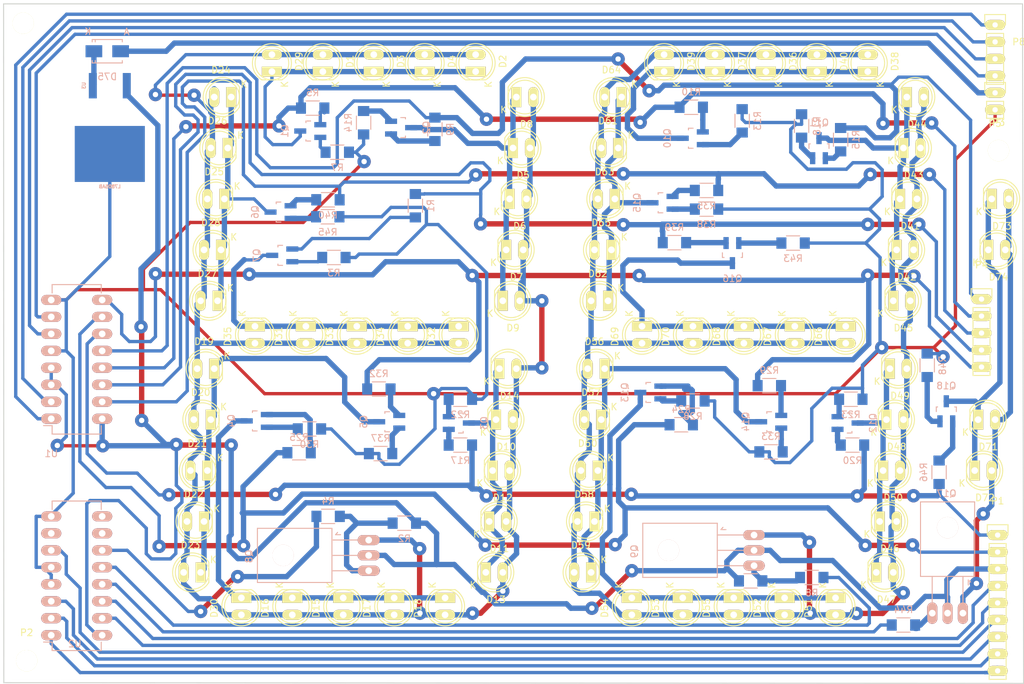
<source format=kicad_pcb>
(kicad_pcb (version 20171130) (host pcbnew "(5.1.12)-1")
  (layers (0 F.Cu signal) (31 B.Cu signal) (34 B.Paste user hide) (35 F.Paste user hide) (36 B.SilkS user hide) (37 F.SilkS user hide) (38 B.Mask user hide) (39 F.Mask user hide) (44 Edge.Cuts user))
  (net 0 "")
  (net 1 "Net-(Q1-Pad1)")
  (net 2 "Net-(Q1-Pad2)")
  (net 3 "Net-(D1-Pad1)")
  (net 4 "Net-(Q2-Pad1)")
  (net 5 "Net-(Q2-Pad2)")
  (net 6 "Net-(D5-Pad1)")
  (net 7 GND)
  (net 8 "Net-(Q3-Pad1)")
  (net 9 "Net-(Q3-Pad2)")
  (net 10 "Net-(D10-Pad1)")
  (net 11 "Net-(Q4-Pad1)")
  (net 12 "Net-(Q4-Pad2)")
  (net 13 "Net-(D15-Pad1)")
  (net 14 "Net-(Q5-Pad1)")
  (net 15 "Net-(Q5-Pad2)")
  (net 16 "Net-(D19-Pad1)")
  (net 17 "Net-(Q6-Pad1)")
  (net 18 "Net-(Q6-Pad2)")
  (net 19 "Net-(D24-Pad1)")
  (net 20 "Net-(Q7-Pad1)")
  (net 21 "Net-(Q7-Pad2)")
  (net 22 "Net-(D31-Pad1)")
  (net 23 "Net-(Q8-Pad3)")
  (net 24 /D1_IN)
  (net 25 "Net-(D36-Pad2)")
  (net 26 "Net-(Q9-Pad3)")
  (net 27 "Net-(Q10-Pad1)")
  (net 28 "Net-(Q10-Pad2)")
  (net 29 "Net-(D36-Pad1)")
  (net 30 /D2_IN)
  (net 31 "Net-(Q11-Pad1)")
  (net 32 "Net-(Q11-Pad2)")
  (net 33 "Net-(D41-Pad1)")
  (net 34 "Net-(Q12-Pad1)")
  (net 35 "Net-(Q12-Pad2)")
  (net 36 "Net-(D46-Pad1)")
  (net 37 "Net-(Q13-Pad1)")
  (net 38 "Net-(Q13-Pad2)")
  (net 39 "Net-(D51-Pad1)")
  (net 40 "Net-(Q14-Pad1)")
  (net 41 "Net-(Q14-Pad2)")
  (net 42 "Net-(D56-Pad1)")
  (net 43 "Net-(Q15-Pad1)")
  (net 44 "Net-(Q15-Pad2)")
  (net 45 "Net-(D61-Pad1)")
  (net 46 "Net-(Q16-Pad1)")
  (net 47 "Net-(Q16-Pad2)")
  (net 48 "Net-(D66-Pad1)")
  (net 49 "Net-(D71-Pad2)")
  (net 50 "Net-(Q17-Pad3)")
  (net 51 "Net-(Q18-Pad1)")
  (net 52 "Net-(Q18-Pad2)")
  (net 53 "Net-(D71-Pad1)")
  (net 54 /D3_IN)
  (net 55 +5V)
  (net 56 "Net-(D1-Pad2)")
  (net 57 /SEG_G)
  (net 58 /SEG_B)
  (net 59 /SEG_A)
  (net 60 /SEG_F)
  (net 61 /SEG_E)
  (net 62 /SEG_C)
  (net 63 /SEG_D)
  (net 64 /BCD_B)
  (net 65 /BCD_C)
  (net 66 /BCD_D)
  (net 67 /BCD_A)
  (net 68 /DIG_0)
  (net 69 /DIG_1)
  (net 70 /DIG_2)
  (net 71 "Net-(U2-Pad7)")
  (net 72 "Net-(U2-Pad9)")
  (net 73 "Net-(U2-Pad10)")
  (net 74 /D0_IN)
  (net 75 /D4_IN)
  (net 76 /VIN)
  (net 77 "Net-(D75-Pad1)")
  (net 78 /PWM)
  (net 79 "Net-(P6-Pad1)")
  (net 80 "Net-(P2-Pad1)")
  (net 81 "Net-(P3-Pad1)")
  (module Pin_Headers:Pin_Header_Straight_1x04 (layer F.Cu) (at 177.038 28.321)
    (fp_text reference P8 (at 3.556 2.54) (layer F.SilkS))
    (fp_text value CONN_01X04)
    (pad 1 thru_hole oval (at 0 0) (size 3 1.5) (drill 0.8) (layers *.Cu *.Mask F.SilkS) (net 64 /BCD_B))
    (pad 2 thru_hole oval (at 0 2.54) (size 3 1.5) (drill 0.8) (layers *.Cu *.Mask F.SilkS) (net 65 /BCD_C))
    (pad 3 thru_hole oval (at 0 5.08) (size 3 1.5) (drill 0.8) (layers *.Cu *.Mask F.SilkS) (net 66 /BCD_D))
    (pad 4 thru_hole oval (at 0 7.62) (size 3 1.5) (drill 0.8) (layers *.Cu *.Mask F.SilkS) (net 67 /BCD_A))
  )
  (module Pin_Headers:Pin_Header_Straight_1x09 (layer F.Cu) (at 177.419 104.648)
    (fp_text reference P1 (at 0 -5.1) (layer F.SilkS))
    (fp_text value CONN_01X09)
    (pad 1 thru_hole oval (at 0 0) (size 3 1.5) (drill 0.8) (layers *.Cu *.Mask F.SilkS) (net 62 /SEG_C))
    (pad 2 thru_hole oval (at 0 2.54) (size 3 1.5) (drill 0.8) (layers *.Cu *.Mask F.SilkS) (net 63 /SEG_D))
    (pad 3 thru_hole oval (at 0 5.08) (size 3 1.5) (drill 0.8) (layers *.Cu *.Mask F.SilkS) (net 55 +5V))
    (pad 4 thru_hole oval (at 0 7.62) (size 3 1.5) (drill 0.8) (layers *.Cu *.Mask F.SilkS) (net 54 /D3_IN))
    (pad 5 thru_hole oval (at 0 10.16) (size 3 1.5) (drill 0.8) (layers *.Cu *.Mask F.SilkS) (net 75 /D4_IN))
    (pad 6 thru_hole oval (at 0 12.7) (size 3 1.5) (drill 0.8) (layers *.Cu *.Mask F.SilkS) (net 78 /PWM))
    (pad 7 thru_hole oval (at 0 15.24) (size 3 1.5) (drill 0.8) (layers *.Cu *.Mask F.SilkS) (net 70 /DIG_2))
    (pad 8 thru_hole oval (at 0 17.78) (size 3 1.5) (drill 0.8) (layers *.Cu *.Mask F.SilkS) (net 69 /DIG_1))
    (pad 9 thru_hole oval (at 0 20.32) (size 3 1.5) (drill 0.8) (layers *.Cu *.Mask F.SilkS) (net 68 /DIG_0))
  )
  (module Housings_DIP:DIP-16_W7.62mm_LongPads (layer B.Cu) (at 35.814 87.249)
    (fp_text reference U1 (at 0 5.22) (layer B.SilkS) (effects (justify mirror)))
    (fp_text value 4511)
    (pad 1 thru_hole oval (at 0 0) (size 3 1.5) (drill 1) (layers *.Cu *.Mask B.SilkS) (net 64 /BCD_B))
    (pad 2 thru_hole oval (at 0 -2.54) (size 3 1.5) (drill 1) (layers *.Cu *.Mask B.SilkS) (net 65 /BCD_C))
    (pad 3 thru_hole oval (at 0 -5.08) (size 3 1.5) (drill 1) (layers *.Cu *.Mask B.SilkS) (net 55 +5V))
    (pad 4 thru_hole oval (at 0 -7.62) (size 3 1.5) (drill 1) (layers *.Cu *.Mask B.SilkS) (net 55 +5V))
    (pad 5 thru_hole oval (at 0 -10.16) (size 3 1.5) (drill 1) (layers *.Cu *.Mask B.SilkS) (net 7 GND))
    (pad 6 thru_hole oval (at 0 -12.7) (size 3 1.5) (drill 1) (layers *.Cu *.Mask B.SilkS) (net 66 /BCD_D))
    (pad 7 thru_hole oval (at 0 -15.24) (size 3 1.5) (drill 1) (layers *.Cu *.Mask B.SilkS) (net 67 /BCD_A))
    (pad 8 thru_hole oval (at 0 -17.78) (size 3 1.5) (drill 1) (layers *.Cu *.Mask B.SilkS) (net 7 GND))
    (pad 9 thru_hole oval (at 7.62 -17.78) (size 3 1.5) (drill 1) (layers *.Cu *.Mask B.SilkS) (net 61 /SEG_E))
    (pad 10 thru_hole oval (at 7.62 -15.24) (size 3 1.5) (drill 1) (layers *.Cu *.Mask B.SilkS) (net 63 /SEG_D))
    (pad 11 thru_hole oval (at 7.62 -12.7) (size 3 1.5) (drill 1) (layers *.Cu *.Mask B.SilkS) (net 62 /SEG_C))
    (pad 12 thru_hole oval (at 7.62 -10.16) (size 3 1.5) (drill 1) (layers *.Cu *.Mask B.SilkS) (net 58 /SEG_B))
    (pad 13 thru_hole oval (at 7.62 -7.62) (size 3 1.5) (drill 1) (layers *.Cu *.Mask B.SilkS) (net 59 /SEG_A))
    (pad 14 thru_hole oval (at 7.62 -5.08) (size 3 1.5) (drill 1) (layers *.Cu *.Mask B.SilkS) (net 57 /SEG_G))
    (pad 15 thru_hole oval (at 7.62 -2.54) (size 3 1.5) (drill 1) (layers *.Cu *.Mask B.SilkS) (net 60 /SEG_F))
    (pad 16 thru_hole oval (at 7.62 0) (size 3 1.5) (drill 1) (layers *.Cu *.Mask B.SilkS) (net 55 +5V))
  )
  (module Housings_DIP:DIP-16_W7.62mm_LongPads (layer B.Cu) (at 35.814 119.634)
    (fp_text reference U2 (at 3.525633 1.295369) (layer B.SilkS) (effects (justify mirror)))
    (fp_text value 74LS138)
    (pad 1 thru_hole oval (at 0 0) (size 3 1.5) (drill 1) (layers *.Cu *.Mask B.SilkS) (net 68 /DIG_0))
    (pad 2 thru_hole oval (at 0 -2.54) (size 3 1.5) (drill 1) (layers *.Cu *.Mask B.SilkS) (net 69 /DIG_1))
    (pad 3 thru_hole oval (at 0 -5.08) (size 3 1.5) (drill 1) (layers *.Cu *.Mask B.SilkS) (net 70 /DIG_2))
    (pad 4 thru_hole oval (at 0 -7.62) (size 3 1.5) (drill 1) (layers *.Cu *.Mask B.SilkS) (net 7 GND))
    (pad 5 thru_hole oval (at 0 -10.16) (size 3 1.5) (drill 1) (layers *.Cu *.Mask B.SilkS) (net 7 GND))
    (pad 6 thru_hole oval (at 0 -12.7) (size 3 1.5) (drill 1) (layers *.Cu *.Mask B.SilkS) (net 78 /PWM))
    (pad 7 thru_hole oval (at 0 -15.24) (size 3 1.5) (drill 1) (layers *.Cu *.Mask B.SilkS) (net 71 "Net-(U2-Pad7)"))
    (pad 8 thru_hole oval (at 0 -17.78) (size 3 1.5) (drill 1) (layers *.Cu *.Mask B.SilkS) (net 7 GND))
    (pad 9 thru_hole oval (at 7.62 -17.78) (size 3 1.5) (drill 1) (layers *.Cu *.Mask B.SilkS) (net 72 "Net-(U2-Pad9)"))
    (pad 10 thru_hole oval (at 7.62 -15.24) (size 3 1.5) (drill 1) (layers *.Cu *.Mask B.SilkS) (net 73 "Net-(U2-Pad10)"))
    (pad 11 thru_hole oval (at 7.62 -12.7) (size 3 1.5) (drill 1) (layers *.Cu *.Mask B.SilkS) (net 74 /D0_IN))
    (pad 12 thru_hole oval (at 7.62 -10.16) (size 3 1.5) (drill 1) (layers *.Cu *.Mask B.SilkS) (net 24 /D1_IN))
    (pad 13 thru_hole oval (at 7.62 -7.62) (size 3 1.5) (drill 1) (layers *.Cu *.Mask B.SilkS) (net 30 /D2_IN))
    (pad 14 thru_hole oval (at 7.62 -5.08) (size 3 1.5) (drill 1) (layers *.Cu *.Mask B.SilkS) (net 54 /D3_IN))
    (pad 15 thru_hole oval (at 7.62 -2.54) (size 3 1.5) (drill 1) (layers *.Cu *.Mask B.SilkS) (net 75 /D4_IN))
    (pad 16 thru_hole oval (at 7.62 0) (size 3 1.5) (drill 1) (layers *.Cu *.Mask B.SilkS) (net 55 +5V))
  )
  (module TO_SOT_Packages_THT:SOT126_SOT32_Housing_Horizontal (layer B.Cu) (at 169.926 116.332 180)
    (fp_text reference Q17 (at 0.14986 17.89938 180) (layer B.SilkS) (effects (justify mirror)))
    (fp_text value BD140)
    (pad 2 thru_hole oval (at 0 0 180) (size 1.5 3.2) (drill 1) (layers *.Cu *.Mask B.SilkS) (net 55 +5V))
    (pad 1 thru_hole oval (at -2.29108 0 180) (size 1.5 3.2) (drill 1) (layers *.Cu *.Mask B.SilkS) (net 49 "Net-(D71-Pad2)"))
    (pad 3 thru_hole oval (at 2.29108 0 180) (size 1.5 3.2) (drill 1) (layers *.Cu *.Mask B.SilkS) (net 50 "Net-(Q17-Pad3)"))
    (pad "" np_thru_hole circle (at 0 12.79906 180) (size 3.2004 3.2004) (drill 3.2004) (layers *.Cu *.Mask B.SilkS))
  )
  (module LEDs:LED-5MM (layer F.Cu) (at 157.988 35.306 90)
    (fp_text reference D38 (at 1.524 4.064 90) (layer F.SilkS))
    (fp_text value D1_A)
    (fp_text user K (at -1.905 1.905 90) (layer F.SilkS))
    (pad 1 thru_hole rect (at 0 0 180) (size 3 1.5) (drill 1) (layers *.Cu *.Mask F.SilkS) (net 29 "Net-(D36-Pad1)"))
    (pad 2 thru_hole oval (at 2.54 0 180) (size 3 1.5) (drill 1) (layers *.Cu *.Mask F.SilkS) (net 25 "Net-(D36-Pad2)"))
  )
  (module Pin_Headers:Pin_Header_Straight_1x02 (layer F.Cu) (at 177.038 38.481)
    (fp_text reference P5 (at 0 4.572) (layer F.SilkS))
    (fp_text value CONN_01X02)
    (pad 1 thru_hole oval (at 0 0) (size 3 1.5) (drill 0.8) (layers *.Cu *.Mask F.SilkS) (net 76 /VIN))
    (pad 2 thru_hole oval (at 0 2.54) (size 3 1.5) (drill 0.8) (layers *.Cu *.Mask F.SilkS) (net 7 GND))
  )
  (module Pin_Headers:Pin_Header_Straight_1x05 (layer F.Cu) (at 175.006 69.342)
    (fp_text reference P4 (at 0 -5.1) (layer F.SilkS))
    (fp_text value CONN_01X05)
    (pad 1 thru_hole oval (at 0 0) (size 3 1.5) (drill 0.8) (layers *.Cu *.Mask F.SilkS) (net 58 /SEG_B))
    (pad 2 thru_hole oval (at 0 2.54) (size 3 1.5) (drill 0.8) (layers *.Cu *.Mask F.SilkS) (net 59 /SEG_A))
    (pad 3 thru_hole oval (at 0 5.08) (size 3 1.5) (drill 0.8) (layers *.Cu *.Mask F.SilkS) (net 60 /SEG_F))
    (pad 4 thru_hole oval (at 0 7.62) (size 3 1.5) (drill 0.8) (layers *.Cu *.Mask F.SilkS) (net 57 /SEG_G))
    (pad 5 thru_hole oval (at 0 10.16) (size 3 1.5) (drill 0.8) (layers *.Cu *.Mask F.SilkS) (net 61 /SEG_E))
  )
  (module Resistors_SMD:R_1206_HandSoldering (layer B.Cu) (at 149.606 110.998)
    (fp_text reference R8 (at 0 2.3) (layer B.SilkS) (effects (justify mirror)))
    (fp_text value 0)
    (pad 1 smd rect (at -1.75 0) (size 1.5 1.7) (layers B.Cu B.Paste B.Mask) (net 26 "Net-(Q9-Pad3)"))
    (pad 2 smd rect (at 1.75 0) (size 1.5 1.7) (layers B.Cu B.Paste B.Mask) (net 24 /D1_IN))
  )
  (module Resistors_SMD:R_1206_HandSoldering (layer B.Cu) (at 143.51 92.202 180)
    (fp_text reference R33 (at 0 2.3 180) (layer B.SilkS) (effects (justify mirror)))
    (fp_text value 0)
    (pad 1 smd rect (at -1.75 0 180) (size 1.5 1.7) (layers B.Cu B.Paste B.Mask) (net 41 "Net-(Q14-Pad2)"))
    (pad 2 smd rect (at 1.75 0 180) (size 1.5 1.7) (layers B.Cu B.Paste B.Mask) (net 7 GND))
  )
  (module TO_SOT_Packages_THT:SOT126_SOT32_Housing_Horizontal (layer B.Cu) (at 83.312 107.691 270)
    (fp_text reference Q8 (at 0.14986 17.89938 270) (layer B.SilkS) (effects (justify mirror)))
    (fp_text value BD140)
    (pad 2 thru_hole oval (at 0 0 270) (size 1.5 3.3) (drill 1) (layers *.Cu *.Mask B.SilkS) (net 55 +5V))
    (pad 1 thru_hole oval (at -2.29108 0 270) (size 1.5 3.3) (drill 1) (layers *.Cu *.Mask B.SilkS) (net 56 "Net-(D1-Pad2)"))
    (pad 3 thru_hole oval (at 2.29108 0 270) (size 1.5 3.3) (drill 1) (layers *.Cu *.Mask B.SilkS) (net 23 "Net-(Q8-Pad3)"))
    (pad "" np_thru_hole circle (at 0 12.79906 270) (size 3.2004 3.2004) (drill 3.2004) (layers *.Cu *.Mask B.SilkS))
  )
  (module TO_SOT_Packages_SMD:SOT-23_Handsoldering (layer B.Cu) (at 86.3829 87.696 270)
    (fp_text reference Q5 (at 0 3.81 270) (layer B.SilkS) (effects (justify mirror)))
    (fp_text value MMBT3904)
    (pad 1 smd rect (at -0.95 -1.50114 270) (size 0.8001 1.80086) (layers B.Cu B.Paste B.Mask) (net 14 "Net-(Q5-Pad1)"))
    (pad 2 smd rect (at 0.95 -1.50114 270) (size 0.8001 1.80086) (layers B.Cu B.Paste B.Mask) (net 15 "Net-(Q5-Pad2)"))
    (pad 3 smd rect (at 0 1.50114 270) (size 0.8001 1.80086) (layers B.Cu B.Paste B.Mask) (net 16 "Net-(D19-Pad1)"))
  )
  (module Resistors_SMD:R_1206_HandSoldering (layer B.Cu) (at 97.028 91.186)
    (fp_text reference R17 (at 0 2.3) (layer B.SilkS) (effects (justify mirror)))
    (fp_text value 0)
    (pad 1 smd rect (at -1.75 0) (size 1.5 1.7) (layers B.Cu B.Paste B.Mask) (net 8 "Net-(Q3-Pad1)"))
    (pad 2 smd rect (at 1.75 0) (size 1.5 1.7) (layers B.Cu B.Paste B.Mask) (net 62 /SEG_C))
  )
  (module Resistors_SMD:R_1206_HandSoldering (layer B.Cu) (at 93.218 43.942 90)
    (fp_text reference R9 (at 0 2.3 90) (layer B.SilkS) (effects (justify mirror)))
    (fp_text value 0)
    (pad 1 smd rect (at -1.75 0 90) (size 1.5 1.7) (layers B.Cu B.Paste B.Mask) (net 4 "Net-(Q2-Pad1)"))
    (pad 2 smd rect (at 1.75 0 90) (size 1.5 1.7) (layers B.Cu B.Paste B.Mask) (net 58 /SEG_B))
  )
  (module Resistors_SMD:R_1206_HandSoldering (layer B.Cu) (at 78.613 47.371)
    (fp_text reference R7 (at 0 2.3) (layer B.SilkS) (effects (justify mirror)))
    (fp_text value 0)
    (pad 1 smd rect (at -1.75 0) (size 1.5 1.7) (layers B.Cu B.Paste B.Mask) (net 2 "Net-(Q1-Pad2)"))
    (pad 2 smd rect (at 1.75 0) (size 1.5 1.7) (layers B.Cu B.Paste B.Mask) (net 7 GND))
  )
  (module TO_SOT_Packages_THT:SOT126_SOT32_Housing_Horizontal (layer B.Cu) (at 140.97 106.934 270)
    (fp_text reference Q9 (at 0.14986 17.89938 270) (layer B.SilkS) (effects (justify mirror)))
    (fp_text value BD140)
    (pad 2 thru_hole oval (at 0 0 270) (size 1.5 3.2) (drill 1) (layers *.Cu *.Mask B.SilkS) (net 55 +5V))
    (pad 1 thru_hole oval (at -2.29108 0 270) (size 1.5 3.2) (drill 1) (layers *.Cu *.Mask B.SilkS) (net 25 "Net-(D36-Pad2)"))
    (pad 3 thru_hole oval (at 2.29108 0 270) (size 1.5 3.2) (drill 1) (layers *.Cu *.Mask B.SilkS) (net 26 "Net-(Q9-Pad3)"))
    (pad "" np_thru_hole circle (at 0 12.79906 270) (size 3.2004 3.2004) (drill 3.2004) (layers *.Cu *.Mask B.SilkS))
  )
  (module TO_SOT_Packages_SMD:SOT-23_Handsoldering (layer B.Cu) (at 66.5709 87.569 270)
    (fp_text reference Q4 (at 0 3.81 270) (layer B.SilkS) (effects (justify mirror)))
    (fp_text value MMBT3904)
    (pad 1 smd rect (at -0.95 -1.50114 270) (size 0.8001 1.80086) (layers B.Cu B.Paste B.Mask) (net 11 "Net-(Q4-Pad1)"))
    (pad 2 smd rect (at 0.95 -1.50114 270) (size 0.8001 1.80086) (layers B.Cu B.Paste B.Mask) (net 12 "Net-(Q4-Pad2)"))
    (pad 3 smd rect (at 0 1.50114 270) (size 0.8001 1.80086) (layers B.Cu B.Paste B.Mask) (net 13 "Net-(D15-Pad1)"))
  )
  (module Resistors_SMD:R_1206_HandSoldering (layer B.Cu) (at 74.45 88.773)
    (fp_text reference R30 (at 0 2.3) (layer B.SilkS) (effects (justify mirror)))
    (fp_text value 0)
    (pad 1 smd rect (at -1.75 0) (size 1.5 1.7) (layers B.Cu B.Paste B.Mask) (net 12 "Net-(Q4-Pad2)"))
    (pad 2 smd rect (at 1.75 0) (size 1.5 1.7) (layers B.Cu B.Paste B.Mask) (net 7 GND))
  )
  (module Resistors_SMD:R_1206_HandSoldering (layer B.Cu) (at 72.898 92.329 180)
    (fp_text reference R25 (at 0 2.3 180) (layer B.SilkS) (effects (justify mirror)))
    (fp_text value 0)
    (pad 1 smd rect (at -1.75 0 180) (size 1.5 1.7) (layers B.Cu B.Paste B.Mask) (net 11 "Net-(Q4-Pad1)"))
    (pad 2 smd rect (at 1.75 0 180) (size 1.5 1.7) (layers B.Cu B.Paste B.Mask) (net 63 /SEG_D))
  )
  (module Resistors_SMD:R_1206_HandSoldering (layer B.Cu) (at 90.297 55.372 90)
    (fp_text reference R1 (at 0 2.3 90) (layer B.SilkS) (effects (justify mirror)))
    (fp_text value 0)
    (pad 1 smd rect (at -1.75 0 90) (size 1.5 1.7) (layers B.Cu B.Paste B.Mask) (net 20 "Net-(Q7-Pad1)"))
    (pad 2 smd rect (at 1.75 0 90) (size 1.5 1.7) (layers B.Cu B.Paste B.Mask) (net 57 /SEG_G))
  )
  (module Resistors_SMD:R_1206_HandSoldering (layer B.Cu) (at 77.244 101.854 180)
    (fp_text reference R4 (at 0 2.3 180) (layer B.SilkS) (effects (justify mirror)))
    (fp_text value 0)
    (pad 1 smd rect (at -1.75 0 180) (size 1.5 1.7) (layers B.Cu B.Paste B.Mask) (net 23 "Net-(Q8-Pad3)"))
    (pad 2 smd rect (at 1.75 0 180) (size 1.5 1.7) (layers B.Cu B.Paste B.Mask) (net 74 /D0_IN))
  )
  (module LEDs:LED-5MM (layer F.Cu) (at 81.534 73.406 270)
    (fp_text reference D33 (at 1.524 4.064 270) (layer F.SilkS))
    (fp_text value D1_B)
    (fp_text user K (at -1.905 1.905 270) (layer F.SilkS))
    (pad 1 thru_hole rect (at 0 0) (size 3 1.5) (drill 1) (layers *.Cu *.Mask F.SilkS) (net 22 "Net-(D31-Pad1)"))
    (pad 2 thru_hole oval (at 2.54 0) (size 3 1.5) (drill 1) (layers *.Cu *.Mask F.SilkS) (net 56 "Net-(D1-Pad2)"))
  )
  (module LEDs:LED-5MM (layer F.Cu) (at 66.294 73.406 270)
    (fp_text reference D35 (at 1.524 4.064 270) (layer F.SilkS))
    (fp_text value D1_B)
    (fp_text user K (at -1.905 1.905 270) (layer F.SilkS))
    (pad 1 thru_hole rect (at 0 0) (size 3 1.5) (drill 1) (layers *.Cu *.Mask F.SilkS) (net 22 "Net-(D31-Pad1)"))
    (pad 2 thru_hole oval (at 2.54 0) (size 3 1.5) (drill 1) (layers *.Cu *.Mask F.SilkS) (net 56 "Net-(D1-Pad2)"))
  )
  (module TO_SOT_Packages_SMD:SOT-23_Handsoldering (layer B.Cu) (at 74.5719 44.196 270)
    (fp_text reference Q1 (at 0 3.81 270) (layer B.SilkS) (effects (justify mirror)))
    (fp_text value MMBT3904)
    (pad 1 smd rect (at -0.95 -1.50114 270) (size 0.8001 1.80086) (layers B.Cu B.Paste B.Mask) (net 1 "Net-(Q1-Pad1)"))
    (pad 2 smd rect (at 0.95 -1.50114 270) (size 0.8001 1.80086) (layers B.Cu B.Paste B.Mask) (net 2 "Net-(Q1-Pad2)"))
    (pad 3 smd rect (at 0 1.50114 270) (size 0.8001 1.80086) (layers B.Cu B.Paste B.Mask) (net 3 "Net-(D1-Pad1)"))
  )
  (module Resistors_SMD:R_1206_HandSoldering (layer B.Cu) (at 74.93 40.767 180)
    (fp_text reference R5 (at 0 2.3 180) (layer B.SilkS) (effects (justify mirror)))
    (fp_text value 0)
    (pad 1 smd rect (at -1.75 0 180) (size 1.5 1.7) (layers B.Cu B.Paste B.Mask) (net 1 "Net-(Q1-Pad1)"))
    (pad 2 smd rect (at 1.75 0 180) (size 1.5 1.7) (layers B.Cu B.Paste B.Mask) (net 59 /SEG_A))
  )
  (module Resistors_SMD:R_1206_HandSoldering (layer B.Cu) (at 84.836 82.804 180)
    (fp_text reference R32 (at 0 2.3 180) (layer B.SilkS) (effects (justify mirror)))
    (fp_text value 0)
    (pad 1 smd rect (at -1.75 0 180) (size 1.5 1.7) (layers B.Cu B.Paste B.Mask) (net 14 "Net-(Q5-Pad1)"))
    (pad 2 smd rect (at 1.75 0 180) (size 1.5 1.7) (layers B.Cu B.Paste B.Mask) (net 61 /SEG_E))
  )
  (module Resistors_SMD:R_1206_HandSoldering (layer B.Cu) (at 85.09 92.456 180)
    (fp_text reference R37 (at 0 2.3 180) (layer B.SilkS) (effects (justify mirror)))
    (fp_text value 0)
    (pad 1 smd rect (at -1.75 0 180) (size 1.5 1.7) (layers B.Cu B.Paste B.Mask) (net 15 "Net-(Q5-Pad2)"))
    (pad 2 smd rect (at 1.75 0 180) (size 1.5 1.7) (layers B.Cu B.Paste B.Mask) (net 7 GND))
  )
  (module LEDs:LED-5MM (layer F.Cu) (at 62.738 39.116 180)
    (fp_text reference D24 (at 1.524 4.064 180) (layer F.SilkS))
    (fp_text value D1_B)
    (fp_text user K (at -1.905 1.905 180) (layer F.SilkS))
    (pad 1 thru_hole rect (at 0 0 270) (size 3 1.5) (drill 1) (layers *.Cu *.Mask F.SilkS) (net 19 "Net-(D24-Pad1)"))
    (pad 2 thru_hole oval (at 2.54 0 270) (size 3 1.5) (drill 1) (layers *.Cu *.Mask F.SilkS) (net 56 "Net-(D1-Pad2)"))
  )
  (module Resistors_SMD:R_1206_HandSoldering (layer B.Cu) (at 77.216 54.483)
    (fp_text reference R40 (at 0 2.3) (layer B.SilkS) (effects (justify mirror)))
    (fp_text value 0)
    (pad 1 smd rect (at -1.75 0) (size 1.5 1.7) (layers B.Cu B.Paste B.Mask) (net 17 "Net-(Q6-Pad1)"))
    (pad 2 smd rect (at 1.75 0) (size 1.5 1.7) (layers B.Cu B.Paste B.Mask) (net 60 /SEG_F))
  )
  (module LEDs:LED-5MM (layer F.Cu) (at 59.182 94.996 180)
    (fp_text reference D21 (at 1.524 4.064 180) (layer F.SilkS))
    (fp_text value D1_B)
    (fp_text user K (at -1.905 1.905 180) (layer F.SilkS))
    (pad 1 thru_hole rect (at 0 0 270) (size 3 1.5) (drill 1) (layers *.Cu *.Mask F.SilkS) (net 16 "Net-(D19-Pad1)"))
    (pad 2 thru_hole oval (at 2.54 0 270) (size 3 1.5) (drill 1) (layers *.Cu *.Mask F.SilkS) (net 56 "Net-(D1-Pad2)"))
  )
  (module LEDs:LED-5MM (layer F.Cu) (at 58.674 102.616 180)
    (fp_text reference D22 (at 1.524 4.064 180) (layer F.SilkS))
    (fp_text value D1_B)
    (fp_text user K (at -1.905 1.905 180) (layer F.SilkS))
    (pad 1 thru_hole rect (at 0 0 270) (size 3 1.5) (drill 1) (layers *.Cu *.Mask F.SilkS) (net 16 "Net-(D19-Pad1)"))
    (pad 2 thru_hole oval (at 2.54 0 270) (size 3 1.5) (drill 1) (layers *.Cu *.Mask F.SilkS) (net 56 "Net-(D1-Pad2)"))
  )
  (module LEDs:LED-5MM (layer F.Cu) (at 58.166 110.236 180)
    (fp_text reference D23 (at 1.524 4.064 180) (layer F.SilkS))
    (fp_text value D1_B)
    (fp_text user K (at -1.905 1.905 180) (layer F.SilkS))
    (pad 1 thru_hole rect (at 0 0 270) (size 3 1.5) (drill 1) (layers *.Cu *.Mask F.SilkS) (net 16 "Net-(D19-Pad1)"))
    (pad 2 thru_hole oval (at 2.54 0 270) (size 3 1.5) (drill 1) (layers *.Cu *.Mask F.SilkS) (net 56 "Net-(D1-Pad2)"))
  )
  (module TO_SOT_Packages_SMD:SOT-23_Handsoldering (layer B.Cu) (at 88.1609 43.688 90)
    (fp_text reference Q2 (at 0 3.81 90) (layer B.SilkS) (effects (justify mirror)))
    (fp_text value MMBT3904)
    (pad 1 smd rect (at -0.95 -1.50114 90) (size 0.8001 1.80086) (layers B.Cu B.Paste B.Mask) (net 4 "Net-(Q2-Pad1)"))
    (pad 2 smd rect (at 0.95 -1.50114 90) (size 0.8001 1.80086) (layers B.Cu B.Paste B.Mask) (net 5 "Net-(Q2-Pad2)"))
    (pad 3 smd rect (at 0 1.50114 90) (size 0.8001 1.80086) (layers B.Cu B.Paste B.Mask) (net 6 "Net-(D5-Pad1)"))
  )
  (module LEDs:LED-5MM (layer F.Cu) (at 76.454 35.306 90)
    (fp_text reference D1 (at 1.524 4.064 90) (layer F.SilkS))
    (fp_text value D1_A)
    (fp_text user K (at -1.905 1.905 90) (layer F.SilkS))
    (pad 1 thru_hole rect (at 0 0 180) (size 3 1.5) (drill 1) (layers *.Cu *.Mask F.SilkS) (net 3 "Net-(D1-Pad1)"))
    (pad 2 thru_hole oval (at 2.54 0 180) (size 3 1.5) (drill 1) (layers *.Cu *.Mask F.SilkS) (net 56 "Net-(D1-Pad2)"))
  )
  (module LEDs:LED-5MM (layer F.Cu) (at 103.378 69.596)
    (fp_text reference D9 (at 1.524 4.064) (layer F.SilkS))
    (fp_text value D1_B)
    (fp_text user K (at -1.905 1.905) (layer F.SilkS))
    (pad 1 thru_hole rect (at 0 0 90) (size 3 1.5) (drill 1) (layers *.Cu *.Mask F.SilkS) (net 6 "Net-(D5-Pad1)"))
    (pad 2 thru_hole oval (at 2.54 0 90) (size 3 1.5) (drill 1) (layers *.Cu *.Mask F.SilkS) (net 56 "Net-(D1-Pad2)"))
  )
  (module LEDs:LED-5MM (layer F.Cu) (at 105.41 39.116)
    (fp_text reference D8 (at 1.524 4.064) (layer F.SilkS))
    (fp_text value D1_B)
    (fp_text user K (at -1.905 1.905) (layer F.SilkS))
    (pad 1 thru_hole rect (at 0 0 90) (size 3 1.5) (drill 1) (layers *.Cu *.Mask F.SilkS) (net 6 "Net-(D5-Pad1)"))
    (pad 2 thru_hole oval (at 2.54 0 90) (size 3 1.5) (drill 1) (layers *.Cu *.Mask F.SilkS) (net 56 "Net-(D1-Pad2)"))
  )
  (module LEDs:LED-5MM (layer F.Cu) (at 103.886 61.976)
    (fp_text reference D7 (at 1.524 4.064) (layer F.SilkS))
    (fp_text value D1_B)
    (fp_text user K (at -1.905 1.905) (layer F.SilkS))
    (pad 1 thru_hole rect (at 0 0 90) (size 3 1.5) (drill 1) (layers *.Cu *.Mask F.SilkS) (net 6 "Net-(D5-Pad1)"))
    (pad 2 thru_hole oval (at 2.54 0 90) (size 3 1.5) (drill 1) (layers *.Cu *.Mask F.SilkS) (net 56 "Net-(D1-Pad2)"))
  )
  (module LEDs:LED-5MM (layer F.Cu) (at 104.394 54.356)
    (fp_text reference D6 (at 1.524 4.064) (layer F.SilkS))
    (fp_text value D1_B)
    (fp_text user K (at -1.905 1.905) (layer F.SilkS))
    (pad 1 thru_hole rect (at 0 0 90) (size 3 1.5) (drill 1) (layers *.Cu *.Mask F.SilkS) (net 6 "Net-(D5-Pad1)"))
    (pad 2 thru_hole oval (at 2.54 0 90) (size 3 1.5) (drill 1) (layers *.Cu *.Mask F.SilkS) (net 56 "Net-(D1-Pad2)"))
  )
  (module LEDs:LED-5MM (layer F.Cu) (at 104.902 46.736)
    (fp_text reference D5 (at 1.524 4.064) (layer F.SilkS))
    (fp_text value D1_B)
    (fp_text user K (at -1.905 1.905) (layer F.SilkS))
    (pad 1 thru_hole rect (at 0 0 90) (size 3 1.5) (drill 1) (layers *.Cu *.Mask F.SilkS) (net 6 "Net-(D5-Pad1)"))
    (pad 2 thru_hole oval (at 2.54 0 90) (size 3 1.5) (drill 1) (layers *.Cu *.Mask F.SilkS) (net 56 "Net-(D1-Pad2)"))
  )
  (module LEDs:LED-5MM (layer F.Cu) (at 91.694 35.306 90)
    (fp_text reference D4 (at 1.524 4.064 90) (layer F.SilkS))
    (fp_text value D1_A)
    (fp_text user K (at -1.905 1.905 90) (layer F.SilkS))
    (pad 1 thru_hole rect (at 0 0 180) (size 3 1.5) (drill 1) (layers *.Cu *.Mask F.SilkS) (net 3 "Net-(D1-Pad1)"))
    (pad 2 thru_hole oval (at 2.54 0 180) (size 3 1.5) (drill 1) (layers *.Cu *.Mask F.SilkS) (net 56 "Net-(D1-Pad2)"))
  )
  (module LEDs:LED-5MM (layer F.Cu) (at 84.074 35.306 90)
    (fp_text reference D3 (at 1.524 4.064 90) (layer F.SilkS))
    (fp_text value D1_A)
    (fp_text user K (at -1.905 1.905 90) (layer F.SilkS))
    (pad 1 thru_hole rect (at 0 0 180) (size 3 1.5) (drill 1) (layers *.Cu *.Mask F.SilkS) (net 3 "Net-(D1-Pad1)"))
    (pad 2 thru_hole oval (at 2.54 0 180) (size 3 1.5) (drill 1) (layers *.Cu *.Mask F.SilkS) (net 56 "Net-(D1-Pad2)"))
  )
  (module LEDs:LED-5MM (layer F.Cu) (at 99.314 35.306 90)
    (fp_text reference D2 (at 1.524 4.064 90) (layer F.SilkS))
    (fp_text value D1_A)
    (fp_text user K (at -1.905 1.905 90) (layer F.SilkS))
    (pad 1 thru_hole rect (at 0 0 180) (size 3 1.5) (drill 1) (layers *.Cu *.Mask F.SilkS) (net 3 "Net-(D1-Pad1)"))
    (pad 2 thru_hole oval (at 2.54 0 180) (size 3 1.5) (drill 1) (layers *.Cu *.Mask F.SilkS) (net 56 "Net-(D1-Pad2)"))
  )
  (module Resistors_SMD:R_1206_HandSoldering (layer B.Cu) (at 82.55 42.954 270)
    (fp_text reference R14 (at 0 2.3 270) (layer B.SilkS) (effects (justify mirror)))
    (fp_text value 0)
    (pad 1 smd rect (at -1.75 0 270) (size 1.5 1.7) (layers B.Cu B.Paste B.Mask) (net 5 "Net-(Q2-Pad2)"))
    (pad 2 smd rect (at 1.75 0 270) (size 1.5 1.7) (layers B.Cu B.Paste B.Mask) (net 7 GND))
  )
  (module TO_SOT_Packages_SMD:SOT-23_Handsoldering (layer B.Cu) (at 96.7969 87.884 90)
    (fp_text reference Q3 (at 0 3.81 90) (layer B.SilkS) (effects (justify mirror)))
    (fp_text value MMBT3904)
    (pad 1 smd rect (at -0.95 -1.50114 90) (size 0.8001 1.80086) (layers B.Cu B.Paste B.Mask) (net 8 "Net-(Q3-Pad1)"))
    (pad 2 smd rect (at 0.95 -1.50114 90) (size 0.8001 1.80086) (layers B.Cu B.Paste B.Mask) (net 9 "Net-(Q3-Pad2)"))
    (pad 3 smd rect (at 0 1.50114 90) (size 0.8001 1.80086) (layers B.Cu B.Paste B.Mask) (net 10 "Net-(D10-Pad1)"))
  )
  (module Resistors_SMD:R_1206_HandSoldering (layer B.Cu) (at 97.028 84.328)
    (fp_text reference R22 (at 0 2.3) (layer B.SilkS) (effects (justify mirror)))
    (fp_text value 0)
    (pad 1 smd rect (at -1.75 0) (size 1.5 1.7) (layers B.Cu B.Paste B.Mask) (net 9 "Net-(Q3-Pad2)"))
    (pad 2 smd rect (at 1.75 0) (size 1.5 1.7) (layers B.Cu B.Paste B.Mask) (net 7 GND))
  )
  (module LEDs:LED-5MM (layer F.Cu) (at 102.362 87.376)
    (fp_text reference D10 (at 1.524 4.064) (layer F.SilkS))
    (fp_text value D1_B)
    (fp_text user K (at -1.905 1.905) (layer F.SilkS))
    (pad 1 thru_hole rect (at 0 0 90) (size 3 1.5) (drill 1) (layers *.Cu *.Mask F.SilkS) (net 10 "Net-(D10-Pad1)"))
    (pad 2 thru_hole oval (at 2.54 0 90) (size 3 1.5) (drill 1) (layers *.Cu *.Mask F.SilkS) (net 56 "Net-(D1-Pad2)"))
  )
  (module LEDs:LED-5MM (layer F.Cu) (at 101.346 102.616)
    (fp_text reference D11 (at 1.524 4.064) (layer F.SilkS))
    (fp_text value D1_B)
    (fp_text user K (at -1.905 1.905) (layer F.SilkS))
    (pad 1 thru_hole rect (at 0 0 90) (size 3 1.5) (drill 1) (layers *.Cu *.Mask F.SilkS) (net 10 "Net-(D10-Pad1)"))
    (pad 2 thru_hole oval (at 2.54 0 90) (size 3 1.5) (drill 1) (layers *.Cu *.Mask F.SilkS) (net 56 "Net-(D1-Pad2)"))
  )
  (module LEDs:LED-5MM (layer F.Cu) (at 101.854 94.996)
    (fp_text reference D12 (at 1.524 4.064) (layer F.SilkS))
    (fp_text value D1_B)
    (fp_text user K (at -1.905 1.905) (layer F.SilkS))
    (pad 1 thru_hole rect (at 0 0 90) (size 3 1.5) (drill 1) (layers *.Cu *.Mask F.SilkS) (net 10 "Net-(D10-Pad1)"))
    (pad 2 thru_hole oval (at 2.54 0 90) (size 3 1.5) (drill 1) (layers *.Cu *.Mask F.SilkS) (net 56 "Net-(D1-Pad2)"))
  )
  (module LEDs:LED-5MM (layer F.Cu) (at 100.838 110.236)
    (fp_text reference D13 (at 1.524 4.064) (layer F.SilkS))
    (fp_text value D1_B)
    (fp_text user K (at -1.905 1.905) (layer F.SilkS))
    (pad 1 thru_hole rect (at 0 0 90) (size 3 1.5) (drill 1) (layers *.Cu *.Mask F.SilkS) (net 10 "Net-(D10-Pad1)"))
    (pad 2 thru_hole oval (at 2.54 0 90) (size 3 1.5) (drill 1) (layers *.Cu *.Mask F.SilkS) (net 56 "Net-(D1-Pad2)"))
  )
  (module LEDs:LED-5MM (layer F.Cu) (at 102.87 79.756)
    (fp_text reference D14 (at 1.524 4.064) (layer F.SilkS))
    (fp_text value D1_B)
    (fp_text user K (at -1.905 1.905) (layer F.SilkS))
    (pad 1 thru_hole rect (at 0 0 90) (size 3 1.5) (drill 1) (layers *.Cu *.Mask F.SilkS) (net 10 "Net-(D10-Pad1)"))
    (pad 2 thru_hole oval (at 2.54 0 90) (size 3 1.5) (drill 1) (layers *.Cu *.Mask F.SilkS) (net 56 "Net-(D1-Pad2)"))
  )
  (module LEDs:LED-5MM (layer F.Cu) (at 79.502 114.046 270)
    (fp_text reference D15 (at 1.524 4.064 270) (layer F.SilkS))
    (fp_text value D1_A)
    (fp_text user K (at -1.905 1.905 270) (layer F.SilkS))
    (pad 1 thru_hole rect (at 0 0) (size 3 1.5) (drill 1) (layers *.Cu *.Mask F.SilkS) (net 13 "Net-(D15-Pad1)"))
    (pad 2 thru_hole oval (at 2.54 0) (size 3 1.5) (drill 1) (layers *.Cu *.Mask F.SilkS) (net 56 "Net-(D1-Pad2)"))
  )
  (module LEDs:LED-5MM (layer F.Cu) (at 71.882 114.046 270)
    (fp_text reference D16 (at 1.524 4.064 270) (layer F.SilkS))
    (fp_text value D1_A)
    (fp_text user K (at -1.905 1.905 270) (layer F.SilkS))
    (pad 1 thru_hole rect (at 0 0) (size 3 1.5) (drill 1) (layers *.Cu *.Mask F.SilkS) (net 13 "Net-(D15-Pad1)"))
    (pad 2 thru_hole oval (at 2.54 0) (size 3 1.5) (drill 1) (layers *.Cu *.Mask F.SilkS) (net 56 "Net-(D1-Pad2)"))
  )
  (module LEDs:LED-5MM (layer F.Cu) (at 87.122 114.046 270)
    (fp_text reference D17 (at 1.524 4.064 270) (layer F.SilkS))
    (fp_text value D1_A)
    (fp_text user K (at -1.905 1.905 270) (layer F.SilkS))
    (pad 1 thru_hole rect (at 0 0) (size 3 1.5) (drill 1) (layers *.Cu *.Mask F.SilkS) (net 13 "Net-(D15-Pad1)"))
    (pad 2 thru_hole oval (at 2.54 0) (size 3 1.5) (drill 1) (layers *.Cu *.Mask F.SilkS) (net 56 "Net-(D1-Pad2)"))
  )
  (module LEDs:LED-5MM (layer F.Cu) (at 94.742 114.046 270)
    (fp_text reference D18 (at 1.524 4.064 270) (layer F.SilkS))
    (fp_text value D1_A)
    (fp_text user K (at -1.905 1.905 270) (layer F.SilkS))
    (pad 1 thru_hole rect (at 0 0) (size 3 1.5) (drill 1) (layers *.Cu *.Mask F.SilkS) (net 13 "Net-(D15-Pad1)"))
    (pad 2 thru_hole oval (at 2.54 0) (size 3 1.5) (drill 1) (layers *.Cu *.Mask F.SilkS) (net 56 "Net-(D1-Pad2)"))
  )
  (module LEDs:LED-5MM (layer F.Cu) (at 59.69 87.376 180)
    (fp_text reference D20 (at 1.524 4.064 180) (layer F.SilkS))
    (fp_text value D1_B)
    (fp_text user K (at -1.905 1.905 180) (layer F.SilkS))
    (pad 1 thru_hole rect (at 0 0 270) (size 3 1.5) (drill 1) (layers *.Cu *.Mask F.SilkS) (net 16 "Net-(D19-Pad1)"))
    (pad 2 thru_hole oval (at 2.54 0 270) (size 3 1.5) (drill 1) (layers *.Cu *.Mask F.SilkS) (net 56 "Net-(D1-Pad2)"))
  )
  (module LEDs:LED-5MM (layer F.Cu) (at 60.198 79.756 180)
    (fp_text reference D19 (at 1.524 4.064 180) (layer F.SilkS))
    (fp_text value D1_B)
    (fp_text user K (at -1.905 1.905 180) (layer F.SilkS))
    (pad 1 thru_hole rect (at 0 0 270) (size 3 1.5) (drill 1) (layers *.Cu *.Mask F.SilkS) (net 16 "Net-(D19-Pad1)"))
    (pad 2 thru_hole oval (at 2.54 0 270) (size 3 1.5) (drill 1) (layers *.Cu *.Mask F.SilkS) (net 56 "Net-(D1-Pad2)"))
  )
  (module TO_SOT_Packages_SMD:SOT-23_Handsoldering (layer B.Cu) (at 70.1269 56.327 270)
    (fp_text reference Q6 (at 0 3.81 270) (layer B.SilkS) (effects (justify mirror)))
    (fp_text value MMBT3904)
    (pad 1 smd rect (at -0.95 -1.50114 270) (size 0.8001 1.80086) (layers B.Cu B.Paste B.Mask) (net 17 "Net-(Q6-Pad1)"))
    (pad 2 smd rect (at 0.95 -1.50114 270) (size 0.8001 1.80086) (layers B.Cu B.Paste B.Mask) (net 18 "Net-(Q6-Pad2)"))
    (pad 3 smd rect (at 0 1.50114 270) (size 0.8001 1.80086) (layers B.Cu B.Paste B.Mask) (net 19 "Net-(D24-Pad1)"))
  )
  (module Resistors_SMD:R_1206_HandSoldering (layer B.Cu) (at 77.188 57.023)
    (fp_text reference R45 (at 0 2.3) (layer B.SilkS) (effects (justify mirror)))
    (fp_text value 0)
    (pad 1 smd rect (at -1.75 0) (size 1.5 1.7) (layers B.Cu B.Paste B.Mask) (net 18 "Net-(Q6-Pad2)"))
    (pad 2 smd rect (at 1.75 0) (size 1.5 1.7) (layers B.Cu B.Paste B.Mask) (net 7 GND))
  )
  (module LEDs:LED-5MM (layer F.Cu) (at 61.214 61.976 180)
    (fp_text reference D28 (at 1.524 4.064 180) (layer F.SilkS))
    (fp_text value D1_B)
    (fp_text user K (at -1.905 1.905 180) (layer F.SilkS))
    (pad 1 thru_hole rect (at 0 0 270) (size 3 1.5) (drill 1) (layers *.Cu *.Mask F.SilkS) (net 19 "Net-(D24-Pad1)"))
    (pad 2 thru_hole oval (at 2.54 0 270) (size 3 1.5) (drill 1) (layers *.Cu *.Mask F.SilkS) (net 56 "Net-(D1-Pad2)"))
  )
  (module LEDs:LED-5MM (layer F.Cu) (at 60.706 69.596 180)
    (fp_text reference D27 (at 1.524 4.064 180) (layer F.SilkS))
    (fp_text value D1_B)
    (fp_text user K (at -1.905 1.905 180) (layer F.SilkS))
    (pad 1 thru_hole rect (at 0 0 270) (size 3 1.5) (drill 1) (layers *.Cu *.Mask F.SilkS) (net 19 "Net-(D24-Pad1)"))
    (pad 2 thru_hole oval (at 2.54 0 270) (size 3 1.5) (drill 1) (layers *.Cu *.Mask F.SilkS) (net 56 "Net-(D1-Pad2)"))
  )
  (module LEDs:LED-5MM (layer F.Cu) (at 62.23 46.736 180)
    (fp_text reference D26 (at 1.524 4.064 180) (layer F.SilkS))
    (fp_text value D1_B)
    (fp_text user K (at -1.905 1.905 180) (layer F.SilkS))
    (pad 1 thru_hole rect (at 0 0 270) (size 3 1.5) (drill 1) (layers *.Cu *.Mask F.SilkS) (net 19 "Net-(D24-Pad1)"))
    (pad 2 thru_hole oval (at 2.54 0 270) (size 3 1.5) (drill 1) (layers *.Cu *.Mask F.SilkS) (net 56 "Net-(D1-Pad2)"))
  )
  (module LEDs:LED-5MM (layer F.Cu) (at 61.722 54.356 180)
    (fp_text reference D25 (at 1.524 4.064 180) (layer F.SilkS))
    (fp_text value D1_B)
    (fp_text user K (at -1.905 1.905 180) (layer F.SilkS))
    (pad 1 thru_hole rect (at 0 0 270) (size 3 1.5) (drill 1) (layers *.Cu *.Mask F.SilkS) (net 19 "Net-(D24-Pad1)"))
    (pad 2 thru_hole oval (at 2.54 0 270) (size 3 1.5) (drill 1) (layers *.Cu *.Mask F.SilkS) (net 56 "Net-(D1-Pad2)"))
  )
  (module LEDs:LED-5MM (layer F.Cu) (at 68.834 35.306 90)
    (fp_text reference D29 (at 1.524 4.064 90) (layer F.SilkS))
    (fp_text value D1_B)
    (fp_text user K (at -1.905 1.905 90) (layer F.SilkS))
    (pad 1 thru_hole rect (at 0 0 180) (size 3 1.5) (drill 1) (layers *.Cu *.Mask F.SilkS) (net 3 "Net-(D1-Pad1)"))
    (pad 2 thru_hole oval (at 2.54 0 180) (size 3 1.5) (drill 1) (layers *.Cu *.Mask F.SilkS) (net 56 "Net-(D1-Pad2)"))
  )
  (module LEDs:LED-5MM (layer F.Cu) (at 64.262 114.046 270)
    (fp_text reference D30 (at 1.524 4.064 270) (layer F.SilkS))
    (fp_text value D1_B)
    (fp_text user K (at -1.905 1.905 270) (layer F.SilkS))
    (pad 1 thru_hole rect (at 0 0) (size 3 1.5) (drill 1) (layers *.Cu *.Mask F.SilkS) (net 13 "Net-(D15-Pad1)"))
    (pad 2 thru_hole oval (at 2.54 0) (size 3 1.5) (drill 1) (layers *.Cu *.Mask F.SilkS) (net 56 "Net-(D1-Pad2)"))
  )
  (module TO_SOT_Packages_SMD:SOT-23_Handsoldering (layer B.Cu) (at 70.3809 62.799 270)
    (fp_text reference Q7 (at 0 3.81 270) (layer B.SilkS) (effects (justify mirror)))
    (fp_text value MMBT3904)
    (pad 1 smd rect (at -0.95 -1.50114 270) (size 0.8001 1.80086) (layers B.Cu B.Paste B.Mask) (net 20 "Net-(Q7-Pad1)"))
    (pad 2 smd rect (at 0.95 -1.50114 270) (size 0.8001 1.80086) (layers B.Cu B.Paste B.Mask) (net 21 "Net-(Q7-Pad2)"))
    (pad 3 smd rect (at 0 1.50114 270) (size 0.8001 1.80086) (layers B.Cu B.Paste B.Mask) (net 22 "Net-(D31-Pad1)"))
  )
  (module Resistors_SMD:R_1206_HandSoldering (layer B.Cu) (at 78.105 63.119)
    (fp_text reference R3 (at 0 2.3) (layer B.SilkS) (effects (justify mirror)))
    (fp_text value 0)
    (pad 1 smd rect (at -1.75 0) (size 1.5 1.7) (layers B.Cu B.Paste B.Mask) (net 21 "Net-(Q7-Pad2)"))
    (pad 2 smd rect (at 1.75 0) (size 1.5 1.7) (layers B.Cu B.Paste B.Mask) (net 7 GND))
  )
  (module LEDs:LED-5MM (layer F.Cu) (at 96.774 73.406 270)
    (fp_text reference D32 (at 1.524 4.064 270) (layer F.SilkS))
    (fp_text value D1_B)
    (fp_text user K (at -1.905 1.905 270) (layer F.SilkS))
    (pad 1 thru_hole rect (at 0 0) (size 3 1.5) (drill 1) (layers *.Cu *.Mask F.SilkS) (net 22 "Net-(D31-Pad1)"))
    (pad 2 thru_hole oval (at 2.54 0) (size 3 1.5) (drill 1) (layers *.Cu *.Mask F.SilkS) (net 56 "Net-(D1-Pad2)"))
  )
  (module LEDs:LED-5MM (layer F.Cu) (at 89.154 73.406 270)
    (fp_text reference D34 (at 1.524 4.064 270) (layer F.SilkS))
    (fp_text value D1_B)
    (fp_text user K (at -1.905 1.905 270) (layer F.SilkS))
    (pad 1 thru_hole rect (at 0 0) (size 3 1.5) (drill 1) (layers *.Cu *.Mask F.SilkS) (net 22 "Net-(D31-Pad1)"))
    (pad 2 thru_hole oval (at 2.54 0) (size 3 1.5) (drill 1) (layers *.Cu *.Mask F.SilkS) (net 56 "Net-(D1-Pad2)"))
  )
  (module LEDs:LED-5MM (layer F.Cu) (at 73.914 73.406 270)
    (fp_text reference D31 (at 1.524 4.064 270) (layer F.SilkS))
    (fp_text value D1_B)
    (fp_text user K (at -1.905 1.905 270) (layer F.SilkS))
    (pad 1 thru_hole rect (at 0 0) (size 3 1.5) (drill 1) (layers *.Cu *.Mask F.SilkS) (net 22 "Net-(D31-Pad1)"))
    (pad 2 thru_hole oval (at 2.54 0) (size 3 1.5) (drill 1) (layers *.Cu *.Mask F.SilkS) (net 56 "Net-(D1-Pad2)"))
  )
  (module TO_SOT_Packages_SMD:SOT-23_Handsoldering (layer B.Cu) (at 131.803 45.278 270)
    (fp_text reference Q10 (at 0 3.81 270) (layer B.SilkS) (effects (justify mirror)))
    (fp_text value MMBT3904)
    (pad 1 smd rect (at -0.95 -1.50114 270) (size 0.8001 1.80086) (layers B.Cu B.Paste B.Mask) (net 27 "Net-(Q10-Pad1)"))
    (pad 2 smd rect (at 0.95 -1.50114 270) (size 0.8001 1.80086) (layers B.Cu B.Paste B.Mask) (net 28 "Net-(Q10-Pad2)"))
    (pad 3 smd rect (at 0 1.50114 270) (size 0.8001 1.80086) (layers B.Cu B.Paste B.Mask) (net 29 "Net-(D36-Pad1)"))
  )
  (module Resistors_SMD:R_1206_HandSoldering (layer B.Cu) (at 131.572 40.64 180)
    (fp_text reference R10 (at 0 2.3 180) (layer B.SilkS) (effects (justify mirror)))
    (fp_text value 0)
    (pad 1 smd rect (at -1.75 0 180) (size 1.5 1.7) (layers B.Cu B.Paste B.Mask) (net 27 "Net-(Q10-Pad1)"))
    (pad 2 smd rect (at 1.75 0 180) (size 1.5 1.7) (layers B.Cu B.Paste B.Mask) (net 59 /SEG_A))
  )
  (module Resistors_SMD:R_1206_HandSoldering (layer B.Cu) (at 139.192 42.672 90)
    (fp_text reference R13 (at 0 2.3 90) (layer B.SilkS) (effects (justify mirror)))
    (fp_text value 0)
    (pad 1 smd rect (at -1.75 0 90) (size 1.5 1.7) (layers B.Cu B.Paste B.Mask) (net 28 "Net-(Q10-Pad2)"))
    (pad 2 smd rect (at 1.75 0 90) (size 1.5 1.7) (layers B.Cu B.Paste B.Mask) (net 7 GND))
  )
  (module LEDs:LED-5MM (layer F.Cu) (at 127.508 35.306 90)
    (fp_text reference D39 (at 1.524 4.064 90) (layer F.SilkS))
    (fp_text value D1_A)
    (fp_text user K (at -1.905 1.905 90) (layer F.SilkS))
    (pad 1 thru_hole rect (at 0 0 180) (size 3 1.5) (drill 1) (layers *.Cu *.Mask F.SilkS) (net 29 "Net-(D36-Pad1)"))
    (pad 2 thru_hole oval (at 2.54 0 180) (size 3 1.5) (drill 1) (layers *.Cu *.Mask F.SilkS) (net 25 "Net-(D36-Pad2)"))
  )
  (module LEDs:LED-5MM (layer F.Cu) (at 150.368 35.306 90)
    (fp_text reference D40 (at 1.524 4.064 90) (layer F.SilkS))
    (fp_text value D1_B)
    (fp_text user K (at -1.905 1.905 90) (layer F.SilkS))
    (pad 1 thru_hole rect (at 0 0 180) (size 3 1.5) (drill 1) (layers *.Cu *.Mask F.SilkS) (net 29 "Net-(D36-Pad1)"))
    (pad 2 thru_hole oval (at 2.54 0 180) (size 3 1.5) (drill 1) (layers *.Cu *.Mask F.SilkS) (net 25 "Net-(D36-Pad2)"))
  )
  (module LEDs:LED-5MM (layer F.Cu) (at 135.128 35.306 90)
    (fp_text reference D37 (at 1.524 4.064 90) (layer F.SilkS))
    (fp_text value D1_A)
    (fp_text user K (at -1.905 1.905 90) (layer F.SilkS))
    (pad 1 thru_hole rect (at 0 0 180) (size 3 1.5) (drill 1) (layers *.Cu *.Mask F.SilkS) (net 29 "Net-(D36-Pad1)"))
    (pad 2 thru_hole oval (at 2.54 0 180) (size 3 1.5) (drill 1) (layers *.Cu *.Mask F.SilkS) (net 25 "Net-(D36-Pad2)"))
  )
  (module LEDs:LED-5MM (layer F.Cu) (at 142.748 35.306 90)
    (fp_text reference D36 (at 1.524 4.064 90) (layer F.SilkS))
    (fp_text value D1_A)
    (fp_text user K (at -1.905 1.905 90) (layer F.SilkS))
    (pad 1 thru_hole rect (at 0 0 180) (size 3 1.5) (drill 1) (layers *.Cu *.Mask F.SilkS) (net 29 "Net-(D36-Pad1)"))
    (pad 2 thru_hole oval (at 2.54 0 180) (size 3 1.5) (drill 1) (layers *.Cu *.Mask F.SilkS) (net 25 "Net-(D36-Pad2)"))
  )
  (module TO_SOT_Packages_SMD:SOT-23_Handsoldering (layer B.Cu) (at 150.688 46.7589 180)
    (fp_text reference Q11 (at 0 3.81 180) (layer B.SilkS) (effects (justify mirror)))
    (fp_text value MMBT3904)
    (pad 1 smd rect (at -0.95 -1.50114 180) (size 0.8001 1.80086) (layers B.Cu B.Paste B.Mask) (net 31 "Net-(Q11-Pad1)"))
    (pad 2 smd rect (at 0.95 -1.50114 180) (size 0.8001 1.80086) (layers B.Cu B.Paste B.Mask) (net 32 "Net-(Q11-Pad2)"))
    (pad 3 smd rect (at 0 1.50114 180) (size 0.8001 1.80086) (layers B.Cu B.Paste B.Mask) (net 33 "Net-(D41-Pad1)"))
  )
  (module Resistors_SMD:R_1206_HandSoldering (layer B.Cu) (at 148.082 43.434 90)
    (fp_text reference R18 (at 0 2.3 90) (layer B.SilkS) (effects (justify mirror)))
    (fp_text value 0)
    (pad 1 smd rect (at -1.75 0 90) (size 1.5 1.7) (layers B.Cu B.Paste B.Mask) (net 32 "Net-(Q11-Pad2)"))
    (pad 2 smd rect (at 1.75 0 90) (size 1.5 1.7) (layers B.Cu B.Paste B.Mask) (net 7 GND))
  )
  (module Resistors_SMD:R_1206_HandSoldering (layer B.Cu) (at 153.924 45.494 90)
    (fp_text reference R15 (at 0 2.3 90) (layer B.SilkS) (effects (justify mirror)))
    (fp_text value 0)
    (pad 1 smd rect (at -1.75 0 90) (size 1.5 1.7) (layers B.Cu B.Paste B.Mask) (net 31 "Net-(Q11-Pad1)"))
    (pad 2 smd rect (at 1.75 0 90) (size 1.5 1.7) (layers B.Cu B.Paste B.Mask) (net 58 /SEG_B))
  )
  (module LEDs:LED-5MM (layer F.Cu) (at 163.83 39.116)
    (fp_text reference D44 (at 1.524 4.064) (layer F.SilkS))
    (fp_text value D1_A)
    (fp_text user K (at -1.905 1.905) (layer F.SilkS))
    (pad 1 thru_hole rect (at 0 0 90) (size 3 1.5) (drill 1) (layers *.Cu *.Mask F.SilkS) (net 33 "Net-(D41-Pad1)"))
    (pad 2 thru_hole oval (at 2.54 0 90) (size 3 1.5) (drill 1) (layers *.Cu *.Mask F.SilkS) (net 25 "Net-(D36-Pad2)"))
  )
  (module LEDs:LED-5MM (layer F.Cu) (at 161.798 69.596)
    (fp_text reference D45 (at 1.524 4.064) (layer F.SilkS))
    (fp_text value D1_B)
    (fp_text user K (at -1.905 1.905) (layer F.SilkS))
    (pad 1 thru_hole rect (at 0 0 90) (size 3 1.5) (drill 1) (layers *.Cu *.Mask F.SilkS) (net 33 "Net-(D41-Pad1)"))
    (pad 2 thru_hole oval (at 2.54 0 90) (size 3 1.5) (drill 1) (layers *.Cu *.Mask F.SilkS) (net 25 "Net-(D36-Pad2)"))
  )
  (module LEDs:LED-5MM (layer F.Cu) (at 163.322 46.736)
    (fp_text reference D43 (at 1.524 4.064) (layer F.SilkS))
    (fp_text value D1_A)
    (fp_text user K (at -1.905 1.905) (layer F.SilkS))
    (pad 1 thru_hole rect (at 0 0 90) (size 3 1.5) (drill 1) (layers *.Cu *.Mask F.SilkS) (net 33 "Net-(D41-Pad1)"))
    (pad 2 thru_hole oval (at 2.54 0 90) (size 3 1.5) (drill 1) (layers *.Cu *.Mask F.SilkS) (net 25 "Net-(D36-Pad2)"))
  )
  (module LEDs:LED-5MM (layer F.Cu) (at 162.814 54.356)
    (fp_text reference D41 (at 1.524 4.064) (layer F.SilkS))
    (fp_text value D1_A)
    (fp_text user K (at -1.905 1.905) (layer F.SilkS))
    (pad 1 thru_hole rect (at 0 0 90) (size 3 1.5) (drill 1) (layers *.Cu *.Mask F.SilkS) (net 33 "Net-(D41-Pad1)"))
    (pad 2 thru_hole oval (at 2.54 0 90) (size 3 1.5) (drill 1) (layers *.Cu *.Mask F.SilkS) (net 25 "Net-(D36-Pad2)"))
  )
  (module LEDs:LED-5MM (layer F.Cu) (at 162.306 61.976)
    (fp_text reference D42 (at 1.524 4.064) (layer F.SilkS))
    (fp_text value D1_A)
    (fp_text user K (at -1.905 1.905) (layer F.SilkS))
    (pad 1 thru_hole rect (at 0 0 90) (size 3 1.5) (drill 1) (layers *.Cu *.Mask F.SilkS) (net 33 "Net-(D41-Pad1)"))
    (pad 2 thru_hole oval (at 2.54 0 90) (size 3 1.5) (drill 1) (layers *.Cu *.Mask F.SilkS) (net 25 "Net-(D36-Pad2)"))
  )
  (module TO_SOT_Packages_SMD:SOT-23_Handsoldering (layer B.Cu) (at 154.963 87.884 90)
    (fp_text reference Q12 (at 0 3.81 90) (layer B.SilkS) (effects (justify mirror)))
    (fp_text value MMBT3904)
    (pad 1 smd rect (at -0.95 -1.50114 90) (size 0.8001 1.80086) (layers B.Cu B.Paste B.Mask) (net 34 "Net-(Q12-Pad1)"))
    (pad 2 smd rect (at 0.95 -1.50114 90) (size 0.8001 1.80086) (layers B.Cu B.Paste B.Mask) (net 35 "Net-(Q12-Pad2)"))
    (pad 3 smd rect (at 0 1.50114 90) (size 0.8001 1.80086) (layers B.Cu B.Paste B.Mask) (net 36 "Net-(D46-Pad1)"))
  )
  (module Resistors_SMD:R_1206_HandSoldering (layer B.Cu) (at 155.448 84.328)
    (fp_text reference R23 (at 0 2.3 180) (layer B.SilkS) (effects (justify mirror)))
    (fp_text value 0)
    (pad 1 smd rect (at -1.75 0) (size 1.5 1.7) (layers B.Cu B.Paste B.Mask) (net 35 "Net-(Q12-Pad2)"))
    (pad 2 smd rect (at 1.75 0) (size 1.5 1.7) (layers B.Cu B.Paste B.Mask) (net 7 GND))
  )
  (module Resistors_SMD:R_1206_HandSoldering (layer B.Cu) (at 155.702 91.186)
    (fp_text reference R20 (at 0 2.3) (layer B.SilkS) (effects (justify mirror)))
    (fp_text value 0)
    (pad 1 smd rect (at -1.75 0) (size 1.5 1.7) (layers B.Cu B.Paste B.Mask) (net 34 "Net-(Q12-Pad1)"))
    (pad 2 smd rect (at 1.75 0) (size 1.5 1.7) (layers B.Cu B.Paste B.Mask) (net 62 /SEG_C))
  )
  (module LEDs:LED-5MM (layer F.Cu) (at 161.29 79.756)
    (fp_text reference D49 (at 1.524 4.064) (layer F.SilkS))
    (fp_text value D1_A)
    (fp_text user K (at -1.905 1.905) (layer F.SilkS))
    (pad 1 thru_hole rect (at 0 0 90) (size 3 1.5) (drill 1) (layers *.Cu *.Mask F.SilkS) (net 36 "Net-(D46-Pad1)"))
    (pad 2 thru_hole oval (at 2.54 0 90) (size 3 1.5) (drill 1) (layers *.Cu *.Mask F.SilkS) (net 25 "Net-(D36-Pad2)"))
  )
  (module LEDs:LED-5MM (layer F.Cu) (at 160.274 94.996)
    (fp_text reference D50 (at 1.524 4.064) (layer F.SilkS))
    (fp_text value D1_B)
    (fp_text user K (at -1.905 1.905) (layer F.SilkS))
    (pad 1 thru_hole rect (at 0 0 90) (size 3 1.5) (drill 1) (layers *.Cu *.Mask F.SilkS) (net 36 "Net-(D46-Pad1)"))
    (pad 2 thru_hole oval (at 2.54 0 90) (size 3 1.5) (drill 1) (layers *.Cu *.Mask F.SilkS) (net 25 "Net-(D36-Pad2)"))
  )
  (module LEDs:LED-5MM (layer F.Cu) (at 160.782 87.376)
    (fp_text reference D48 (at 1.524 4.064) (layer F.SilkS))
    (fp_text value D1_A)
    (fp_text user K (at -1.905 1.905) (layer F.SilkS))
    (pad 1 thru_hole rect (at 0 0 90) (size 3 1.5) (drill 1) (layers *.Cu *.Mask F.SilkS) (net 36 "Net-(D46-Pad1)"))
    (pad 2 thru_hole oval (at 2.54 0 90) (size 3 1.5) (drill 1) (layers *.Cu *.Mask F.SilkS) (net 25 "Net-(D36-Pad2)"))
  )
  (module LEDs:LED-5MM (layer F.Cu) (at 159.766 102.616)
    (fp_text reference D46 (at 1.524 4.064) (layer F.SilkS))
    (fp_text value D1_A)
    (fp_text user K (at -1.905 1.905) (layer F.SilkS))
    (pad 1 thru_hole rect (at 0 0 90) (size 3 1.5) (drill 1) (layers *.Cu *.Mask F.SilkS) (net 36 "Net-(D46-Pad1)"))
    (pad 2 thru_hole oval (at 2.54 0 90) (size 3 1.5) (drill 1) (layers *.Cu *.Mask F.SilkS) (net 25 "Net-(D36-Pad2)"))
  )
  (module LEDs:LED-5MM (layer F.Cu) (at 159.258 110.236)
    (fp_text reference D47 (at 1.524 4.064) (layer F.SilkS))
    (fp_text value D1_A)
    (fp_text user K (at -1.905 1.905) (layer F.SilkS))
    (pad 1 thru_hole rect (at 0 0 90) (size 3 1.5) (drill 1) (layers *.Cu *.Mask F.SilkS) (net 36 "Net-(D46-Pad1)"))
    (pad 2 thru_hole oval (at 2.54 0 90) (size 3 1.5) (drill 1) (layers *.Cu *.Mask F.SilkS) (net 25 "Net-(D36-Pad2)"))
  )
  (module TO_SOT_Packages_SMD:SOT-23_Handsoldering (layer B.Cu) (at 125.453 83.312 270)
    (fp_text reference Q13 (at 0 3.81 270) (layer B.SilkS) (effects (justify mirror)))
    (fp_text value MMBT3904)
    (pad 1 smd rect (at -0.95 -1.50114 270) (size 0.8001 1.80086) (layers B.Cu B.Paste B.Mask) (net 37 "Net-(Q13-Pad1)"))
    (pad 2 smd rect (at 0.95 -1.50114 270) (size 0.8001 1.80086) (layers B.Cu B.Paste B.Mask) (net 38 "Net-(Q13-Pad2)"))
    (pad 3 smd rect (at 0 1.50114 270) (size 0.8001 1.80086) (layers B.Cu B.Paste B.Mask) (net 39 "Net-(D51-Pad1)"))
  )
  (module Resistors_SMD:R_1206_HandSoldering (layer B.Cu) (at 131.826 84.582)
    (fp_text reference R28 (at 0 2.3) (layer B.SilkS) (effects (justify mirror)))
    (fp_text value 0)
    (pad 1 smd rect (at -1.75 0) (size 1.5 1.7) (layers B.Cu B.Paste B.Mask) (net 38 "Net-(Q13-Pad2)"))
    (pad 2 smd rect (at 1.75 0) (size 1.5 1.7) (layers B.Cu B.Paste B.Mask) (net 7 GND))
  )
  (module Resistors_SMD:R_1206_HandSoldering (layer B.Cu) (at 130.076 88.138 180)
    (fp_text reference R24 (at 0 2.3 180) (layer B.SilkS) (effects (justify mirror)))
    (fp_text value 0)
    (pad 1 smd rect (at -1.75 0 180) (size 1.5 1.7) (layers B.Cu B.Paste B.Mask) (net 37 "Net-(Q13-Pad1)"))
    (pad 2 smd rect (at 1.75 0 180) (size 1.5 1.7) (layers B.Cu B.Paste B.Mask) (net 63 /SEG_D))
  )
  (module LEDs:LED-5MM (layer F.Cu) (at 130.302 114.046 270)
    (fp_text reference D53 (at 1.524 4.064 270) (layer F.SilkS))
    (fp_text value D1_A)
    (fp_text user K (at -1.905 1.905 270) (layer F.SilkS))
    (pad 1 thru_hole rect (at 0 0) (size 3 1.5) (drill 1) (layers *.Cu *.Mask F.SilkS) (net 39 "Net-(D51-Pad1)"))
    (pad 2 thru_hole oval (at 2.54 0) (size 3 1.5) (drill 1) (layers *.Cu *.Mask F.SilkS) (net 25 "Net-(D36-Pad2)"))
  )
  (module LEDs:LED-5MM (layer F.Cu) (at 122.682 114.046 270)
    (fp_text reference D54 (at 1.524 4.064 270) (layer F.SilkS))
    (fp_text value D1_A)
    (fp_text user K (at -1.905 1.905 270) (layer F.SilkS))
    (pad 1 thru_hole rect (at 0 0) (size 3 1.5) (drill 1) (layers *.Cu *.Mask F.SilkS) (net 39 "Net-(D51-Pad1)"))
    (pad 2 thru_hole oval (at 2.54 0) (size 3 1.5) (drill 1) (layers *.Cu *.Mask F.SilkS) (net 25 "Net-(D36-Pad2)"))
  )
  (module LEDs:LED-5MM (layer F.Cu) (at 137.922 114.046 270)
    (fp_text reference D55 (at 1.524 4.064 270) (layer F.SilkS))
    (fp_text value D1_B)
    (fp_text user K (at -1.905 1.905 270) (layer F.SilkS))
    (pad 1 thru_hole rect (at 0 0) (size 3 1.5) (drill 1) (layers *.Cu *.Mask F.SilkS) (net 39 "Net-(D51-Pad1)"))
    (pad 2 thru_hole oval (at 2.54 0) (size 3 1.5) (drill 1) (layers *.Cu *.Mask F.SilkS) (net 25 "Net-(D36-Pad2)"))
  )
  (module LEDs:LED-5MM (layer F.Cu) (at 145.542 114.046 270)
    (fp_text reference D52 (at 1.524 4.064 270) (layer F.SilkS))
    (fp_text value D1_A)
    (fp_text user K (at -1.905 1.905 270) (layer F.SilkS))
    (pad 1 thru_hole rect (at 0 0) (size 3 1.5) (drill 1) (layers *.Cu *.Mask F.SilkS) (net 39 "Net-(D51-Pad1)"))
    (pad 2 thru_hole oval (at 2.54 0) (size 3 1.5) (drill 1) (layers *.Cu *.Mask F.SilkS) (net 25 "Net-(D36-Pad2)"))
  )
  (module LEDs:LED-5MM (layer F.Cu) (at 153.162 114.046 270)
    (fp_text reference D51 (at 1.524 4.064 270) (layer F.SilkS))
    (fp_text value D1_A)
    (fp_text user K (at -1.905 1.905 270) (layer F.SilkS))
    (pad 1 thru_hole rect (at 0 0) (size 3 1.5) (drill 1) (layers *.Cu *.Mask F.SilkS) (net 39 "Net-(D51-Pad1)"))
    (pad 2 thru_hole oval (at 2.54 0) (size 3 1.5) (drill 1) (layers *.Cu *.Mask F.SilkS) (net 25 "Net-(D36-Pad2)"))
  )
  (module TO_SOT_Packages_SMD:SOT-23_Handsoldering (layer B.Cu) (at 143.533 87.696 270)
    (fp_text reference Q14 (at 0 3.81 270) (layer B.SilkS) (effects (justify mirror)))
    (fp_text value MMBT3904)
    (pad 1 smd rect (at -0.95 -1.50114 270) (size 0.8001 1.80086) (layers B.Cu B.Paste B.Mask) (net 40 "Net-(Q14-Pad1)"))
    (pad 2 smd rect (at 0.95 -1.50114 270) (size 0.8001 1.80086) (layers B.Cu B.Paste B.Mask) (net 41 "Net-(Q14-Pad2)"))
    (pad 3 smd rect (at 0 1.50114 270) (size 0.8001 1.80086) (layers B.Cu B.Paste B.Mask) (net 42 "Net-(D56-Pad1)"))
  )
  (module Resistors_SMD:R_1206_HandSoldering (layer B.Cu) (at 143.256 82.296 180)
    (fp_text reference R29 (at 0 2.3 180) (layer B.SilkS) (effects (justify mirror)))
    (fp_text value 0)
    (pad 1 smd rect (at -1.75 0 180) (size 1.5 1.7) (layers B.Cu B.Paste B.Mask) (net 40 "Net-(Q14-Pad1)"))
    (pad 2 smd rect (at 1.75 0 180) (size 1.5 1.7) (layers B.Cu B.Paste B.Mask) (net 61 /SEG_E))
  )
  (module LEDs:LED-5MM (layer F.Cu) (at 117.094 102.616 180)
    (fp_text reference D58 (at 1.524 4.064 180) (layer F.SilkS))
    (fp_text value D1_A)
    (fp_text user K (at -1.905 1.905 180) (layer F.SilkS))
    (pad 1 thru_hole rect (at 0 0 270) (size 3 1.5) (drill 1) (layers *.Cu *.Mask F.SilkS) (net 42 "Net-(D56-Pad1)"))
    (pad 2 thru_hole oval (at 2.54 0 270) (size 3 1.5) (drill 1) (layers *.Cu *.Mask F.SilkS) (net 25 "Net-(D36-Pad2)"))
  )
  (module LEDs:LED-5MM (layer F.Cu) (at 116.586 110.236 180)
    (fp_text reference D59 (at 1.524 4.064 180) (layer F.SilkS))
    (fp_text value D1_A)
    (fp_text user K (at -1.905 1.905 180) (layer F.SilkS))
    (pad 1 thru_hole rect (at 0 0 270) (size 3 1.5) (drill 1) (layers *.Cu *.Mask F.SilkS) (net 42 "Net-(D56-Pad1)"))
    (pad 2 thru_hole oval (at 2.54 0 270) (size 3 1.5) (drill 1) (layers *.Cu *.Mask F.SilkS) (net 25 "Net-(D36-Pad2)"))
  )
  (module LEDs:LED-5MM (layer F.Cu) (at 117.602 94.996 180)
    (fp_text reference D60 (at 1.524 4.064 180) (layer F.SilkS))
    (fp_text value D1_B)
    (fp_text user K (at -1.905 1.905 180) (layer F.SilkS))
    (pad 1 thru_hole rect (at 0 0 270) (size 3 1.5) (drill 1) (layers *.Cu *.Mask F.SilkS) (net 42 "Net-(D56-Pad1)"))
    (pad 2 thru_hole oval (at 2.54 0 270) (size 3 1.5) (drill 1) (layers *.Cu *.Mask F.SilkS) (net 25 "Net-(D36-Pad2)"))
  )
  (module LEDs:LED-5MM (layer F.Cu) (at 118.11 87.376 180)
    (fp_text reference D57 (at 1.524 4.064 180) (layer F.SilkS))
    (fp_text value D1_A)
    (fp_text user K (at -1.905 1.905 180) (layer F.SilkS))
    (pad 1 thru_hole rect (at 0 0 270) (size 3 1.5) (drill 1) (layers *.Cu *.Mask F.SilkS) (net 42 "Net-(D56-Pad1)"))
    (pad 2 thru_hole oval (at 2.54 0 270) (size 3 1.5) (drill 1) (layers *.Cu *.Mask F.SilkS) (net 25 "Net-(D36-Pad2)"))
  )
  (module LEDs:LED-5MM (layer F.Cu) (at 118.618 79.756 180)
    (fp_text reference D56 (at 1.524 4.064 180) (layer F.SilkS))
    (fp_text value D1_A)
    (fp_text user K (at -1.905 1.905 180) (layer F.SilkS))
    (pad 1 thru_hole rect (at 0 0 270) (size 3 1.5) (drill 1) (layers *.Cu *.Mask F.SilkS) (net 42 "Net-(D56-Pad1)"))
    (pad 2 thru_hole oval (at 2.54 0 270) (size 3 1.5) (drill 1) (layers *.Cu *.Mask F.SilkS) (net 25 "Net-(D36-Pad2)"))
  )
  (module TO_SOT_Packages_SMD:SOT-23_Handsoldering (layer B.Cu) (at 127.277 54.93 270)
    (fp_text reference Q15 (at 0 3.81 270) (layer B.SilkS) (effects (justify mirror)))
    (fp_text value MMBT3904)
    (pad 1 smd rect (at -0.95 -1.50114 270) (size 0.8001 1.80086) (layers B.Cu B.Paste B.Mask) (net 43 "Net-(Q15-Pad1)"))
    (pad 2 smd rect (at 0.95 -1.50114 270) (size 0.8001 1.80086) (layers B.Cu B.Paste B.Mask) (net 44 "Net-(Q15-Pad2)"))
    (pad 3 smd rect (at 0 1.50114 270) (size 0.8001 1.80086) (layers B.Cu B.Paste B.Mask) (net 45 "Net-(D61-Pad1)"))
  )
  (module Resistors_SMD:R_1206_HandSoldering (layer B.Cu) (at 133.858 55.88)
    (fp_text reference R38 (at 0 2.3) (layer B.SilkS) (effects (justify mirror)))
    (fp_text value 0)
    (pad 1 smd rect (at -1.75 0) (size 1.5 1.7) (layers B.Cu B.Paste B.Mask) (net 44 "Net-(Q15-Pad2)"))
    (pad 2 smd rect (at 1.75 0) (size 1.5 1.7) (layers B.Cu B.Paste B.Mask) (net 7 GND))
  )
  (module Resistors_SMD:R_1206_HandSoldering (layer B.Cu) (at 133.858 53.086)
    (fp_text reference R35 (at 0 2.3) (layer B.SilkS) (effects (justify mirror)))
    (fp_text value 0)
    (pad 1 smd rect (at -1.75 0) (size 1.5 1.7) (layers B.Cu B.Paste B.Mask) (net 43 "Net-(Q15-Pad1)"))
    (pad 2 smd rect (at 1.75 0) (size 1.5 1.7) (layers B.Cu B.Paste B.Mask) (net 60 /SEG_F))
  )
  (module LEDs:LED-5MM (layer F.Cu) (at 120.65 46.736 180)
    (fp_text reference D61 (at 1.524 4.064 180) (layer F.SilkS))
    (fp_text value D1_A)
    (fp_text user K (at -1.905 1.905 180) (layer F.SilkS))
    (pad 1 thru_hole rect (at 0 0 270) (size 3 1.5) (drill 1) (layers *.Cu *.Mask F.SilkS) (net 45 "Net-(D61-Pad1)"))
    (pad 2 thru_hole oval (at 2.54 0 270) (size 3 1.5) (drill 1) (layers *.Cu *.Mask F.SilkS) (net 25 "Net-(D36-Pad2)"))
  )
  (module LEDs:LED-5MM (layer F.Cu) (at 119.634 61.976 180)
    (fp_text reference D65 (at 1.524 4.064 180) (layer F.SilkS))
    (fp_text value D1_B)
    (fp_text user K (at -1.905 1.905 180) (layer F.SilkS))
    (pad 1 thru_hole rect (at 0 0 270) (size 3 1.5) (drill 1) (layers *.Cu *.Mask F.SilkS) (net 45 "Net-(D61-Pad1)"))
    (pad 2 thru_hole oval (at 2.54 0 270) (size 3 1.5) (drill 1) (layers *.Cu *.Mask F.SilkS) (net 25 "Net-(D36-Pad2)"))
  )
  (module LEDs:LED-5MM (layer F.Cu) (at 121.158 39.116 180)
    (fp_text reference D64 (at 1.524 4.064 180) (layer F.SilkS))
    (fp_text value D1_A)
    (fp_text user K (at -1.905 1.905 180) (layer F.SilkS))
    (pad 1 thru_hole rect (at 0 0 270) (size 3 1.5) (drill 1) (layers *.Cu *.Mask F.SilkS) (net 45 "Net-(D61-Pad1)"))
    (pad 2 thru_hole oval (at 2.54 0 270) (size 3 1.5) (drill 1) (layers *.Cu *.Mask F.SilkS) (net 25 "Net-(D36-Pad2)"))
  )
  (module LEDs:LED-5MM (layer F.Cu) (at 120.142 54.356 180)
    (fp_text reference D63 (at 1.524 4.064 180) (layer F.SilkS))
    (fp_text value D1_A)
    (fp_text user K (at -1.905 1.905 180) (layer F.SilkS))
    (pad 1 thru_hole rect (at 0 0 270) (size 3 1.5) (drill 1) (layers *.Cu *.Mask F.SilkS) (net 45 "Net-(D61-Pad1)"))
    (pad 2 thru_hole oval (at 2.54 0 270) (size 3 1.5) (drill 1) (layers *.Cu *.Mask F.SilkS) (net 25 "Net-(D36-Pad2)"))
  )
  (module LEDs:LED-5MM (layer F.Cu) (at 119.126 69.596 180)
    (fp_text reference D62 (at 1.524 4.064 180) (layer F.SilkS))
    (fp_text value D1_A)
    (fp_text user K (at -1.905 1.905 180) (layer F.SilkS))
    (pad 1 thru_hole rect (at 0 0 270) (size 3 1.5) (drill 1) (layers *.Cu *.Mask F.SilkS) (net 45 "Net-(D61-Pad1)"))
    (pad 2 thru_hole oval (at 2.54 0 270) (size 3 1.5) (drill 1) (layers *.Cu *.Mask F.SilkS) (net 25 "Net-(D36-Pad2)"))
  )
  (module TO_SOT_Packages_SMD:SOT-23_Handsoldering (layer B.Cu) (at 137.734 62.4611)
    (fp_text reference Q16 (at 0 3.81) (layer B.SilkS) (effects (justify mirror)))
    (fp_text value MMBT3904)
    (pad 1 smd rect (at -0.95 -1.50114) (size 0.8001 1.80086) (layers B.Cu B.Paste B.Mask) (net 46 "Net-(Q16-Pad1)"))
    (pad 2 smd rect (at 0.95 -1.50114) (size 0.8001 1.80086) (layers B.Cu B.Paste B.Mask) (net 47 "Net-(Q16-Pad2)"))
    (pad 3 smd rect (at 0 1.50114) (size 0.8001 1.80086) (layers B.Cu B.Paste B.Mask) (net 48 "Net-(D66-Pad1)"))
  )
  (module Resistors_SMD:R_1206_HandSoldering (layer B.Cu) (at 129.06 60.8976 180)
    (fp_text reference R39 (at 0 2.3 180) (layer B.SilkS) (effects (justify mirror)))
    (fp_text value 0)
    (pad 1 smd rect (at -1.75 0 180) (size 1.5 1.7) (layers B.Cu B.Paste B.Mask) (net 46 "Net-(Q16-Pad1)"))
    (pad 2 smd rect (at 1.75 0 180) (size 1.5 1.7) (layers B.Cu B.Paste B.Mask) (net 57 /SEG_G))
  )
  (module Resistors_SMD:R_1206_HandSoldering (layer B.Cu) (at 146.812 60.96)
    (fp_text reference R43 (at 0 2.3) (layer B.SilkS) (effects (justify mirror)))
    (fp_text value 0)
    (pad 1 smd rect (at -1.75 0) (size 1.5 1.7) (layers B.Cu B.Paste B.Mask) (net 47 "Net-(Q16-Pad2)"))
    (pad 2 smd rect (at 1.75 0) (size 1.5 1.7) (layers B.Cu B.Paste B.Mask) (net 7 GND))
  )
  (module LEDs:LED-5MM (layer F.Cu) (at 131.826 73.406 270)
    (fp_text reference D70 (at 1.524 4.064 270) (layer F.SilkS))
    (fp_text value D1_B)
    (fp_text user K (at -1.905 1.905 270) (layer F.SilkS))
    (pad 1 thru_hole rect (at 0 0) (size 3 1.5) (drill 1) (layers *.Cu *.Mask F.SilkS) (net 48 "Net-(D66-Pad1)"))
    (pad 2 thru_hole oval (at 2.54 0) (size 3 1.5) (drill 1) (layers *.Cu *.Mask F.SilkS) (net 25 "Net-(D36-Pad2)"))
  )
  (module LEDs:LED-5MM (layer F.Cu) (at 124.206 73.406 270)
    (fp_text reference D69 (at 1.524 4.064 270) (layer F.SilkS))
    (fp_text value D1_A)
    (fp_text user K (at -1.905 1.905 270) (layer F.SilkS))
    (pad 1 thru_hole rect (at 0 0) (size 3 1.5) (drill 1) (layers *.Cu *.Mask F.SilkS) (net 48 "Net-(D66-Pad1)"))
    (pad 2 thru_hole oval (at 2.54 0) (size 3 1.5) (drill 1) (layers *.Cu *.Mask F.SilkS) (net 25 "Net-(D36-Pad2)"))
  )
  (module LEDs:LED-5MM (layer F.Cu) (at 139.446 73.406 270)
    (fp_text reference D68 (at 1.524 4.064 270) (layer F.SilkS))
    (fp_text value D1_A)
    (fp_text user K (at -1.905 1.905 270) (layer F.SilkS))
    (pad 1 thru_hole rect (at 0 0) (size 3 1.5) (drill 1) (layers *.Cu *.Mask F.SilkS) (net 48 "Net-(D66-Pad1)"))
    (pad 2 thru_hole oval (at 2.54 0) (size 3 1.5) (drill 1) (layers *.Cu *.Mask F.SilkS) (net 25 "Net-(D36-Pad2)"))
  )
  (module LEDs:LED-5MM (layer F.Cu) (at 147.066 73.406 270)
    (fp_text reference D67 (at 1.524 4.064 270) (layer F.SilkS))
    (fp_text value D1_A)
    (fp_text user K (at -1.905 1.905 270) (layer F.SilkS))
    (pad 1 thru_hole rect (at 0 0) (size 3 1.5) (drill 1) (layers *.Cu *.Mask F.SilkS) (net 48 "Net-(D66-Pad1)"))
    (pad 2 thru_hole oval (at 2.54 0) (size 3 1.5) (drill 1) (layers *.Cu *.Mask F.SilkS) (net 25 "Net-(D36-Pad2)"))
  )
  (module LEDs:LED-5MM (layer F.Cu) (at 154.686 73.406 270)
    (fp_text reference D66 (at 1.524 4.064 270) (layer F.SilkS))
    (fp_text value D1_A)
    (fp_text user K (at -1.905 1.905 270) (layer F.SilkS))
    (pad 1 thru_hole rect (at 0 0) (size 3 1.5) (drill 1) (layers *.Cu *.Mask F.SilkS) (net 48 "Net-(D66-Pad1)"))
    (pad 2 thru_hole oval (at 2.54 0) (size 3 1.5) (drill 1) (layers *.Cu *.Mask F.SilkS) (net 25 "Net-(D36-Pad2)"))
  )
  (module TO_SOT_Packages_SMD:SOT-23_Handsoldering (layer B.Cu) (at 169.738 86.1289 180)
    (fp_text reference Q18 (at 0 3.81 180) (layer B.SilkS) (effects (justify mirror)))
    (fp_text value MMBT3904)
    (pad 1 smd rect (at -0.95 -1.50114 180) (size 0.8001 1.80086) (layers B.Cu B.Paste B.Mask) (net 51 "Net-(Q18-Pad1)"))
    (pad 2 smd rect (at 0.95 -1.50114 180) (size 0.8001 1.80086) (layers B.Cu B.Paste B.Mask) (net 52 "Net-(Q18-Pad2)"))
    (pad 3 smd rect (at 0 1.50114 180) (size 0.8001 1.80086) (layers B.Cu B.Paste B.Mask) (net 53 "Net-(D71-Pad1)"))
  )
  (module Resistors_SMD:R_1206_HandSoldering (layer B.Cu) (at 163.322 118.11 180)
    (fp_text reference R44 (at 0 2.3 180) (layer B.SilkS) (effects (justify mirror)))
    (fp_text value 0)
    (pad 1 smd rect (at -1.75 0 180) (size 1.5 1.7) (layers B.Cu B.Paste B.Mask) (net 50 "Net-(Q17-Pad3)"))
    (pad 2 smd rect (at 1.75 0 180) (size 1.5 1.7) (layers B.Cu B.Paste B.Mask) (net 30 /D2_IN))
  )
  (module Resistors_SMD:R_1206_HandSoldering (layer B.Cu) (at 168.656 95.25 270)
    (fp_text reference R46 (at 0 2.3 270) (layer B.SilkS) (effects (justify mirror)))
    (fp_text value 0)
    (pad 1 smd rect (at -1.75 0 270) (size 1.5 1.7) (layers B.Cu B.Paste B.Mask) (net 51 "Net-(Q18-Pad1)"))
    (pad 2 smd rect (at 1.75 0 270) (size 1.5 1.7) (layers B.Cu B.Paste B.Mask) (net 62 /SEG_C))
  )
  (module Resistors_SMD:R_1206_HandSoldering (layer B.Cu) (at 166.878 79.248 90)
    (fp_text reference R48 (at 0 2.3 90) (layer B.SilkS) (effects (justify mirror)))
    (fp_text value 0)
    (pad 1 smd rect (at -1.75 0 90) (size 1.5 1.7) (layers B.Cu B.Paste B.Mask) (net 52 "Net-(Q18-Pad2)"))
    (pad 2 smd rect (at 1.75 0 90) (size 1.5 1.7) (layers B.Cu B.Paste B.Mask) (net 7 GND))
  )
  (module LEDs:LED-5MM (layer F.Cu) (at 176.022 61.976)
    (fp_text reference D74 (at 1.524 4.064) (layer F.SilkS))
    (fp_text value D1_A)
    (fp_text user K (at -1.905 1.905) (layer F.SilkS))
    (pad 1 thru_hole rect (at 0 0 90) (size 3 1.5) (drill 1) (layers *.Cu *.Mask F.SilkS) (net 53 "Net-(D71-Pad1)"))
    (pad 2 thru_hole oval (at 2.54 0 90) (size 3 1.5) (drill 1) (layers *.Cu *.Mask F.SilkS) (net 49 "Net-(D71-Pad2)"))
  )
  (module LEDs:LED-5MM (layer F.Cu) (at 176.53 54.356)
    (fp_text reference D73 (at 1.524 4.064) (layer F.SilkS))
    (fp_text value D1_A)
    (fp_text user K (at -1.905 1.905) (layer F.SilkS))
    (pad 1 thru_hole rect (at 0 0 90) (size 3 1.5) (drill 1) (layers *.Cu *.Mask F.SilkS) (net 53 "Net-(D71-Pad1)"))
    (pad 2 thru_hole oval (at 2.54 0 90) (size 3 1.5) (drill 1) (layers *.Cu *.Mask F.SilkS) (net 49 "Net-(D71-Pad2)"))
  )
  (module LEDs:LED-5MM (layer F.Cu) (at 173.99 94.996)
    (fp_text reference D72 (at 1.524 4.064) (layer F.SilkS))
    (fp_text value D1_A)
    (fp_text user K (at -1.905 1.905) (layer F.SilkS))
    (pad 1 thru_hole rect (at 0 0 90) (size 3 1.5) (drill 1) (layers *.Cu *.Mask F.SilkS) (net 53 "Net-(D71-Pad1)"))
    (pad 2 thru_hole oval (at 2.54 0 90) (size 3 1.5) (drill 1) (layers *.Cu *.Mask F.SilkS) (net 49 "Net-(D71-Pad2)"))
  )
  (module LEDs:LED-5MM (layer F.Cu) (at 174.498 87.376)
    (fp_text reference D71 (at 1.524 4.064) (layer F.SilkS))
    (fp_text value D1_A)
    (fp_text user K (at -1.905 1.905) (layer F.SilkS))
    (pad 1 thru_hole rect (at 0 0 90) (size 3 1.5) (drill 1) (layers *.Cu *.Mask F.SilkS) (net 53 "Net-(D71-Pad1)"))
    (pad 2 thru_hole oval (at 2.54 0 90) (size 3 1.5) (drill 1) (layers *.Cu *.Mask F.SilkS) (net 49 "Net-(D71-Pad2)"))
  )
  (module Resistors_SMD:R_1206_HandSoldering (layer B.Cu) (at 140.462 111.506 180)
    (fp_text reference R6 (at 0 2.3 180) (layer B.SilkS) (effects (justify mirror)))
    (fp_text value 0)
    (pad 1 smd rect (at -1.75 0 180) (size 1.5 1.7) (layers B.Cu B.Paste B.Mask) (net 26 "Net-(Q9-Pad3)"))
    (pad 2 smd rect (at 1.75 0 180) (size 1.5 1.7) (layers B.Cu B.Paste B.Mask) (net 55 +5V))
  )
  (module Resistors_SMD:R_1206_HandSoldering (layer B.Cu) (at 88.646 102.87)
    (fp_text reference R2 (at 0 2.3) (layer B.SilkS) (effects (justify mirror)))
    (fp_text value 0)
    (pad 1 smd rect (at -1.75 0) (size 1.5 1.7) (layers B.Cu B.Paste B.Mask) (net 23 "Net-(Q8-Pad3)"))
    (pad 2 smd rect (at 1.75 0) (size 1.5 1.7) (layers B.Cu B.Paste B.Mask) (net 55 +5V))
  )
  (module TO_SOT_Packages_SMD:D2PAK (layer B.Cu) (at 44.577 47.625)
    (fp_text reference U3 (at -3.87858 -10.23366 -90) (layer B.SilkS) (effects (font (size 0.5 0.5)) (justify mirror)))
    (fp_text value L7805AB (at 0.00254 4.88188) (layer B.SilkS) (effects (font (size 0.5 0.5) (thickness 0.125)) (justify mirror)))
    (pad 2 smd rect (at 2.54 -10.213) (size 1.2 3.8) (layers B.Cu B.Paste B.Mask) (net 55 +5V))
    (pad 1 smd rect (at -2.54 -10.213) (size 1.2 3.8) (layers B.Cu B.Paste B.Mask) (net 77 "Net-(D75-Pad1)"))
    (pad 3 smd rect (at 0 0) (size 10.49 8.38) (layers B.Cu B.Paste B.Mask) (net 7 GND))
  )
  (module Diodes_SMD:SMA_Standard (layer B.Cu) (at 44.196 32.258)
    (fp_text reference D75 (at 0 3.81) (layer B.SilkS) (effects (justify mirror)))
    (fp_text value D_Small)
    (fp_text user K (at -2.9 -2.95) (layer B.SilkS) (effects (justify mirror)))
    (fp_text user A (at 2.9 -2.9) (layer B.SilkS) (effects (justify mirror)))
    (pad 1 smd rect (at -1.99898 0) (size 2.49936 1.80086) (layers B.Cu B.Paste B.Mask) (net 77 "Net-(D75-Pad1)"))
    (pad 2 smd rect (at 1.99898 0) (size 2.49936 1.80086) (layers B.Cu B.Paste B.Mask) (net 76 /VIN))
  )
  (module Mounting_Holes:MountingHole_3.2mm_M3 (layer F.Cu) (at 31.623 28.067)
    (fp_text reference P6 (at 0 -4.2) (layer F.SilkS))
    (fp_text value CONN_01X01)
    (pad 1 np_thru_hole circle (at 0 0) (size 3.2 3.2) (drill 3.2) (layers *.Cu *.Mask F.SilkS) (net 79 "Net-(P6-Pad1)"))
  )
  (module Mounting_Holes:MountingHole_3.2mm_M3 (layer F.Cu) (at 32.131 123.444)
    (fp_text reference P2 (at 0 -4.2) (layer F.SilkS))
    (fp_text value CONN_01X01)
    (pad 1 np_thru_hole circle (at 0 0) (size 3.2 3.2) (drill 3.2) (layers *.Cu *.Mask F.SilkS) (net 80 "Net-(P2-Pad1)"))
  )
  (module Mounting_Holes:MountingHole_3.2mm_M3 (layer F.Cu) (at 177.546 47.117)
    (fp_text reference P3 (at 0 -4.2) (layer F.SilkS))
    (fp_text value CONN_01X01)
    (pad 1 np_thru_hole circle (at 0 0) (size 3.2 3.2) (drill 3.2) (layers *.Cu *.Mask F.SilkS) (net 81 "Net-(P3-Pad1)"))
  )
  (gr_line (start 28.68676 25.1714) (end 181.13756 25.1714) (layer Edge.Cuts) (width 0.15))
  (gr_line (start 28.71724 126.73584) (end 28.68676 25.1714) (layer Edge.Cuts) (width 0.15))
  (gr_line (start 181.3052 126.84252) (end 28.71724 126.73584) (layer Edge.Cuts) (width 0.15))
  (gr_line (start 181.13756 25.1714) (end 181.3052 126.84252) (layer Edge.Cuts) (width 0.15))
  (segment (start 76.68 40.767) (end 76.68 41.4731) (width 0.5) (layer B.Cu) (net 1))
  (segment (start 76.073 43.246) (end 76.073 41.374) (width 0.5) (layer B.Cu) (net 1))
  (segment (start 76.073 41.374) (end 76.68 40.767) (width 0.5) (layer B.Cu) (net 1))
  (segment (start 76.073 45.146) (end 76.073 46.581) (width 0.5) (layer B.Cu) (net 2))
  (segment (start 76.073 46.581) (end 76.863 47.371) (width 0.5) (layer B.Cu) (net 2))
  (segment (start 73.0707 44.596) (end 73.0708 44.5959) (width 0.5) (layer B.Cu) (net 3))
  (segment (start 73.0708 44.5959) (end 73.0708 44.196) (width 0.5) (layer B.Cu) (net 3))
  (segment (start 73.0707 44.596) (end 73.0707 44.196) (width 0.5) (layer B.Cu) (net 3))
  (segment (start 68.834 35.306) (end 68.834 36.556) (width 0.5) (layer B.Cu) (net 3))
  (segment (start 68.834 36.556) (end 67.818 37.572) (width 0.5) (layer B.Cu) (net 3))
  (segment (start 67.818 37.572) (end 67.818 45.085) (width 0.5) (layer B.Cu) (net 3))
  (segment (start 67.818 45.085) (end 68.961 46.228) (width 0.5) (layer B.Cu) (net 3))
  (segment (start 68.961 46.228) (end 71.8388 46.228) (width 0.5) (layer B.Cu) (net 3))
  (segment (start 71.8388 46.228) (end 73.0707 44.9961) (width 0.5) (layer B.Cu) (net 3))
  (segment (start 73.0707 44.9961) (end 73.0707 44.596) (width 0.5) (layer B.Cu) (net 3))
  (segment (start 84.074 35.306) (end 76.454 35.306) (width 0.8) (layer B.Cu) (net 3))
  (segment (start 91.694 35.306) (end 99.314 35.306) (width 0.8) (layer B.Cu) (net 3))
  (segment (start 76.454 35.306) (end 68.834 35.306) (width 0.8) (layer B.Cu) (net 3))
  (segment (start 91.694 35.306) (end 84.074 35.306) (width 0.8) (layer B.Cu) (net 3))
  (segment (start 86.6598 44.6381) (end 86.6598 44.638) (width 0.5) (layer B.Cu) (net 4))
  (segment (start 93.218 45.692) (end 87.7137 45.692) (width 0.8) (layer B.Cu) (net 4))
  (segment (start 87.7137 45.692) (end 86.6598 44.6381) (width 0.8) (layer B.Cu) (net 4))
  (segment (start 86.6598 44.6381) (end 86.6597 44.638) (width 0.8) (layer B.Cu) (net 4))
  (segment (start 85.8927 41.971) (end 85.8928 41.971) (width 0.5) (layer B.Cu) (net 5))
  (segment (start 85.8928 41.971) (end 86.6598 42.738) (width 0.5) (layer B.Cu) (net 5))
  (segment (start 85.8927 41.971) (end 86.6597 42.738) (width 0.8) (layer B.Cu) (net 5))
  (segment (start 82.55 41.204) (end 85.1257 41.204) (width 0.8) (layer B.Cu) (net 5))
  (segment (start 85.1257 41.204) (end 85.8927 41.971) (width 0.8) (layer B.Cu) (net 5))
  (segment (start 104.59 46.424) (end 104.902 46.736) (width 0.8) (layer B.Cu) (net 6))
  (segment (start 103.378 69.596) (end 103.378 62.484) (width 0.8) (layer B.Cu) (net 6))
  (segment (start 103.378 62.484) (end 103.886 61.976) (width 0.8) (layer B.Cu) (net 6))
  (segment (start 103.886 61.976) (end 103.886 54.864) (width 0.8) (layer B.Cu) (net 6))
  (segment (start 103.886 54.864) (end 104.394 54.356) (width 0.8) (layer B.Cu) (net 6))
  (segment (start 104.394 54.356) (end 104.394 47.244) (width 0.8) (layer B.Cu) (net 6))
  (segment (start 104.394 47.244) (end 104.902 46.736) (width 0.8) (layer B.Cu) (net 6))
  (segment (start 104.902 46.736) (end 104.902 39.624) (width 0.8) (layer B.Cu) (net 6))
  (segment (start 104.902 39.624) (end 105.41 39.116) (width 0.8) (layer B.Cu) (net 6))
  (segment (start 89.662 43.688) (end 91.3624 43.688) (width 0.8) (layer B.Cu) (net 6))
  (segment (start 91.3624 43.688) (end 91.6555 43.981) (width 0.8) (layer B.Cu) (net 6))
  (segment (start 91.6555 43.981) (end 96.0892 43.981) (width 0.8) (layer B.Cu) (net 6))
  (segment (start 96.0892 43.981) (end 98.1521 46.0439) (width 0.8) (layer B.Cu) (net 6))
  (segment (start 98.1521 46.0439) (end 102.66 46.0439) (width 0.8) (layer B.Cu) (net 6))
  (segment (start 102.66 46.0439) (end 103.352 46.736) (width 0.8) (layer B.Cu) (net 6))
  (segment (start 103.352 46.736) (end 104.902 46.736) (width 0.8) (layer B.Cu) (net 6))
  (segment (start 49.6069 67.9337) (end 52.1857 67.9337) (width 0.5) (layer F.Cu) (net 7))
  (segment (start 52.1857 67.9337) (end 67.7437 83.4917) (width 0.5) (layer F.Cu) (net 7))
  (segment (start 67.7437 83.4917) (end 93.0252 83.4917) (width 0.5) (layer F.Cu) (net 7))
  (segment (start 38.0641 69.469) (end 39.5994 67.9337) (width 0.5) (layer F.Cu) (net 7))
  (segment (start 39.5994 67.9337) (end 49.6069 67.9337) (width 0.5) (layer F.Cu) (net 7))
  (segment (start 49.6069 67.9337) (end 49.6069 64.871) (width 0.5) (layer F.Cu) (net 7))
  (segment (start 49.6069 64.871) (end 56.6007 57.8772) (width 0.5) (layer F.Cu) (net 7))
  (segment (start 56.6007 57.8772) (end 73.5139 57.8772) (width 0.5) (layer F.Cu) (net 7))
  (segment (start 73.5139 57.8772) (end 82.6261 48.765) (width 0.5) (layer F.Cu) (net 7))
  (segment (start 81.3831 47.371) (end 82.55 46.2041) (width 0.5) (layer B.Cu) (net 7))
  (segment (start 81.1131 47.371) (end 81.3831 47.371) (width 0.5) (layer B.Cu) (net 7))
  (segment (start 81.3831 47.371) (end 82.6261 48.614) (width 0.5) (layer B.Cu) (net 7))
  (segment (start 82.6261 48.614) (end 82.6261 48.765) (width 0.5) (layer B.Cu) (net 7))
  (segment (start 35.814 69.469) (end 38.0641 69.469) (width 0.5) (layer F.Cu) (net 7))
  (segment (start 38.0641 69.469) (end 38.0641 77.089) (width 0.5) (layer B.Cu) (net 7))
  (segment (start 37.8141 69.469) (end 38.0641 69.469) (width 0.5) (layer B.Cu) (net 7))
  (segment (start 35.814 69.469) (end 37.8141 69.469) (width 0.5) (layer B.Cu) (net 7))
  (segment (start 35.814 77.089) (end 38.0641 77.089) (width 0.5) (layer B.Cu) (net 7))
  (segment (start 35.6262 101.854) (end 39.0998 98.3804) (width 0.5) (layer B.Cu) (net 7))
  (segment (start 39.0998 98.3804) (end 39.0998 78.1247) (width 0.5) (layer B.Cu) (net 7))
  (segment (start 39.0998 78.1247) (end 38.0641 77.089) (width 0.5) (layer B.Cu) (net 7))
  (segment (start 35.6262 101.854) (end 33.5639 101.854) (width 0.5) (layer B.Cu) (net 7))
  (segment (start 35.814 101.854) (end 35.6262 101.854) (width 0.5) (layer B.Cu) (net 7))
  (segment (start 34.689 109.474) (end 35.814 110.599) (width 0.5) (layer B.Cu) (net 7))
  (segment (start 35.814 110.599) (end 35.814 112.014) (width 0.5) (layer B.Cu) (net 7))
  (segment (start 34.689 109.474) (end 33.5639 109.474) (width 0.5) (layer B.Cu) (net 7))
  (segment (start 35.814 109.474) (end 34.689 109.474) (width 0.5) (layer B.Cu) (net 7))
  (segment (start 33.5639 101.854) (end 33.5639 109.474) (width 0.5) (layer B.Cu) (net 7))
  (segment (start 93.2339 83.7004) (end 93.2339 88.7284) (width 0.5) (layer B.Cu) (net 7))
  (segment (start 93.2339 88.7284) (end 87.9061 94.0562) (width 0.5) (layer B.Cu) (net 7))
  (segment (start 87.9061 94.0562) (end 85.6902 94.0562) (width 0.5) (layer B.Cu) (net 7))
  (segment (start 85.6902 94.0562) (end 84.8401 93.2061) (width 0.5) (layer B.Cu) (net 7))
  (segment (start 84.8401 93.2061) (end 84.8401 92.456) (width 0.5) (layer B.Cu) (net 7))
  (segment (start 99.5281 84.328) (end 97.9267 82.7266) (width 0.5) (layer B.Cu) (net 7))
  (segment (start 97.9267 82.7266) (end 94.2077 82.7266) (width 0.5) (layer B.Cu) (net 7))
  (segment (start 94.2077 82.7266) (end 93.2339 83.7004) (width 0.5) (layer B.Cu) (net 7))
  (segment (start 93.2339 83.7004) (end 93.0252 83.4917) (width 0.5) (layer B.Cu) (net 7))
  (segment (start 160.0761 76.5942) (end 153.1786 83.4917) (width 0.5) (layer F.Cu) (net 7))
  (segment (start 153.1786 83.4917) (end 93.0252 83.4917) (width 0.5) (layer F.Cu) (net 7))
  (segment (start 167.8605 76.5942) (end 160.0761 76.5942) (width 0.5) (layer F.Cu) (net 7))
  (segment (start 169.2506 77.9843) (end 167.8605 76.5942) (width 0.5) (layer F.Cu) (net 7))
  (segment (start 167.8605 76.5942) (end 171.1047 73.35) (width 0.5) (layer F.Cu) (net 7))
  (segment (start 171.1047 73.35) (end 171.1047 48.4544) (width 0.5) (layer F.Cu) (net 7))
  (segment (start 171.1047 48.4544) (end 177.038 42.5211) (width 0.5) (layer F.Cu) (net 7))
  (segment (start 177.038 41.021) (end 177.038 42.5211) (width 0.5) (layer F.Cu) (net 7))
  (segment (start 80.363 47.371) (end 81.1131 47.371) (width 0.5) (layer B.Cu) (net 7))
  (segment (start 76.2 88.773) (end 77.7001 88.773) (width 0.5) (layer B.Cu) (net 7))
  (segment (start 83.34 92.456) (end 81.3831 92.456) (width 0.5) (layer B.Cu) (net 7))
  (segment (start 81.3831 92.456) (end 77.7001 88.773) (width 0.5) (layer B.Cu) (net 7))
  (segment (start 84.0901 92.456) (end 83.34 92.456) (width 0.5) (layer B.Cu) (net 7))
  (segment (start 84.0901 92.456) (end 84.8401 92.456) (width 0.5) (layer B.Cu) (net 7))
  (segment (start 82.55 44.704) (end 82.55 46.2041) (width 0.5) (layer B.Cu) (net 7))
  (segment (start 99.5281 84.328) (end 100.2781 84.328) (width 0.5) (layer B.Cu) (net 7))
  (segment (start 98.778 84.328) (end 99.5281 84.328) (width 0.5) (layer B.Cu) (net 7))
  (segment (start 91.9487 58.1884) (end 91.9487 56.0517) (width 0.5) (layer B.Cu) (net 7))
  (segment (start 91.9487 56.0517) (end 91.5188 55.6218) (width 0.5) (layer B.Cu) (net 7))
  (segment (start 91.5188 55.6218) (end 86.6487 55.6218) (width 0.5) (layer B.Cu) (net 7))
  (segment (start 86.6487 55.6218) (end 85.2475 57.023) (width 0.5) (layer B.Cu) (net 7))
  (segment (start 85.2475 57.023) (end 78.938 57.023) (width 0.5) (layer B.Cu) (net 7))
  (segment (start 81.3551 63.119) (end 81.8703 62.6038) (width 0.5) (layer B.Cu) (net 7))
  (segment (start 81.8703 62.6038) (end 87.5333 62.6038) (width 0.5) (layer B.Cu) (net 7))
  (segment (start 87.5333 62.6038) (end 91.9487 58.1884) (width 0.5) (layer B.Cu) (net 7))
  (segment (start 91.9487 58.1884) (end 93.7129 58.1884) (width 0.5) (layer B.Cu) (net 7))
  (segment (start 93.7129 58.1884) (end 100.9662 65.4417) (width 0.5) (layer B.Cu) (net 7))
  (segment (start 100.9662 65.4417) (end 100.9662 83.6399) (width 0.5) (layer B.Cu) (net 7))
  (segment (start 100.9662 83.6399) (end 100.2781 84.328) (width 0.5) (layer B.Cu) (net 7))
  (segment (start 79.855 63.119) (end 81.3551 63.119) (width 0.5) (layer B.Cu) (net 7))
  (segment (start 157.198 82.6794) (end 157.198 79.2214) (width 0.5) (layer B.Cu) (net 7))
  (segment (start 157.198 79.2214) (end 159.8252 76.5942) (width 0.5) (layer B.Cu) (net 7))
  (segment (start 157.198 84.328) (end 157.198 82.6794) (width 0.5) (layer B.Cu) (net 7))
  (segment (start 157.198 82.6794) (end 152.6457 82.6794) (width 0.5) (layer B.Cu) (net 7))
  (segment (start 152.6457 82.6794) (end 149.606 85.7191) (width 0.5) (layer B.Cu) (net 7))
  (segment (start 149.606 85.7191) (end 149.606 90.5446) (width 0.5) (layer B.Cu) (net 7))
  (segment (start 149.606 90.5446) (end 146.3484 93.8022) (width 0.5) (layer B.Cu) (net 7))
  (segment (start 146.3484 93.8022) (end 144.1102 93.8022) (width 0.5) (layer B.Cu) (net 7))
  (segment (start 144.1102 93.8022) (end 143.2601 92.9521) (width 0.5) (layer B.Cu) (net 7))
  (segment (start 143.2601 92.9521) (end 143.2601 92.202) (width 0.5) (layer B.Cu) (net 7))
  (segment (start 141.76 92.202) (end 143.2601 92.202) (width 0.5) (layer B.Cu) (net 7))
  (segment (start 147.213 43.1841) (end 147.213 43.0681) (width 0.5) (layer B.Cu) (net 7))
  (segment (start 147.213 43.0681) (end 147.0667 42.9218) (width 0.5) (layer B.Cu) (net 7))
  (segment (start 147.0667 42.9218) (end 139.6917 42.9218) (width 0.5) (layer B.Cu) (net 7))
  (segment (start 139.6917 42.9218) (end 139.192 42.4221) (width 0.5) (layer B.Cu) (net 7))
  (segment (start 158.2525 55.88) (end 160.142 53.9905) (width 0.5) (layer B.Cu) (net 7))
  (segment (start 160.142 53.9905) (end 160.142 49.9909) (width 0.5) (layer B.Cu) (net 7))
  (segment (start 160.142 49.9909) (end 159.0893 48.9382) (width 0.5) (layer B.Cu) (net 7))
  (segment (start 159.0893 48.9382) (end 155.7685 48.9382) (width 0.5) (layer B.Cu) (net 7))
  (segment (start 155.7685 48.9382) (end 154.7961 49.9106) (width 0.5) (layer B.Cu) (net 7))
  (segment (start 154.7961 49.9106) (end 148.9895 49.9106) (width 0.5) (layer B.Cu) (net 7))
  (segment (start 148.9895 49.9106) (end 146.4593 47.3804) (width 0.5) (layer B.Cu) (net 7))
  (segment (start 146.4593 47.3804) (end 146.4593 43.9378) (width 0.5) (layer B.Cu) (net 7))
  (segment (start 146.4593 43.9378) (end 147.213 43.1841) (width 0.5) (layer B.Cu) (net 7))
  (segment (start 147.213 43.1841) (end 148.082 43.1841) (width 0.5) (layer B.Cu) (net 7))
  (segment (start 139.192 40.922) (end 139.192 42.4221) (width 0.5) (layer B.Cu) (net 7))
  (segment (start 159.8252 76.5942) (end 160.0761 76.5942) (width 0.5) (layer B.Cu) (net 7))
  (segment (start 159.8252 76.5942) (end 159.8252 63.1149) (width 0.5) (layer B.Cu) (net 7))
  (segment (start 159.8252 63.1149) (end 157.6703 60.96) (width 0.5) (layer B.Cu) (net 7))
  (segment (start 157.6703 60.96) (end 159.7493 58.881) (width 0.5) (layer B.Cu) (net 7))
  (segment (start 159.7493 58.881) (end 159.7493 57.3768) (width 0.5) (layer B.Cu) (net 7))
  (segment (start 159.7493 57.3768) (end 158.2525 55.88) (width 0.5) (layer B.Cu) (net 7))
  (segment (start 148.562 60.96) (end 157.6703 60.96) (width 0.5) (layer B.Cu) (net 7))
  (segment (start 141.76 92.202) (end 140.2599 92.202) (width 0.5) (layer B.Cu) (net 7))
  (segment (start 133.576 84.582) (end 135.0761 84.582) (width 0.5) (layer B.Cu) (net 7))
  (segment (start 135.0761 84.582) (end 135.0761 87.0182) (width 0.5) (layer B.Cu) (net 7))
  (segment (start 135.0761 87.0182) (end 140.2599 92.202) (width 0.5) (layer B.Cu) (net 7))
  (segment (start 158.2525 55.88) (end 135.608 55.88) (width 0.5) (layer B.Cu) (net 7))
  (segment (start 148.082 41.684) (end 148.082 43.1841) (width 0.5) (layer B.Cu) (net 7))
  (segment (start 166.878 77.498) (end 168.7643 77.498) (width 0.5) (layer B.Cu) (net 7))
  (segment (start 168.7643 77.498) (end 169.2506 77.9843) (width 0.5) (layer B.Cu) (net 7))
  (segment (start 44.577 47.625) (end 44.577 62.9561) (width 0.5) (layer B.Cu) (net 7))
  (segment (start 44.577 62.9561) (end 38.0641 69.469) (width 0.5) (layer B.Cu) (net 7))
  (via (at 82.6261 48.765) (size 2) (layers F.Cu B.Cu) (net 7))
  (via (at 93.0252 83.4917) (size 2) (layers F.Cu B.Cu) (net 7))
  (via (at 160.0761 76.5942) (size 2) (layers F.Cu B.Cu) (net 7))
  (via (at 169.2506 77.9843) (size 2) (layers F.Cu B.Cu) (net 7))
  (segment (start 95.2957 90.0011) (end 95.2958 90.001) (width 0.5) (layer B.Cu) (net 8))
  (segment (start 95.2958 90.001) (end 95.2958 88.834) (width 0.5) (layer B.Cu) (net 8))
  (segment (start 95.2957 90.0011) (end 95.2957 91.1683) (width 0.8) (layer B.Cu) (net 8))
  (segment (start 95.2957 91.1683) (end 95.278 91.186) (width 0.8) (layer B.Cu) (net 8))
  (segment (start 95.2957 88.834) (end 95.2957 90.0011) (width 0.8) (layer B.Cu) (net 8))
  (segment (start 95.2958 86.934) (end 95.2957 86.934) (width 0.5) (layer B.Cu) (net 9))
  (segment (start 95.278 84.328) (end 95.278 86.9163) (width 0.8) (layer B.Cu) (net 9))
  (segment (start 95.278 86.9163) (end 95.2957 86.934) (width 0.8) (layer B.Cu) (net 9))
  (segment (start 101.854 87.884) (end 102.362 87.376) (width 0.8) (layer B.Cu) (net 10))
  (segment (start 98.298 87.884) (end 101.854 87.884) (width 0.8) (layer B.Cu) (net 10))
  (segment (start 102.362 87.376) (end 102.362 80.264) (width 0.8) (layer B.Cu) (net 10))
  (segment (start 102.362 80.264) (end 102.87 79.756) (width 0.8) (layer B.Cu) (net 10))
  (segment (start 101.854 94.996) (end 101.854 87.884) (width 0.8) (layer B.Cu) (net 10))
  (segment (start 101.346 102.616) (end 101.346 103.366) (width 0.8) (layer B.Cu) (net 10))
  (segment (start 101.346 103.366) (end 103.288 105.308) (width 0.8) (layer B.Cu) (net 10))
  (segment (start 103.288 105.308) (end 103.288 107.036) (width 0.8) (layer B.Cu) (net 10))
  (segment (start 103.288 107.036) (end 100.838 109.486) (width 0.8) (layer B.Cu) (net 10))
  (segment (start 100.838 109.486) (end 100.838 110.236) (width 0.8) (layer B.Cu) (net 10))
  (segment (start 101.346 102.616) (end 101.346 101.866) (width 0.8) (layer B.Cu) (net 10))
  (segment (start 101.346 101.866) (end 102.896 100.316) (width 0.8) (layer B.Cu) (net 10))
  (segment (start 102.896 100.316) (end 102.896 97.9564) (width 0.8) (layer B.Cu) (net 10))
  (segment (start 102.896 97.9564) (end 101.854 96.9144) (width 0.8) (layer B.Cu) (net 10))
  (segment (start 101.854 96.9144) (end 101.854 94.996) (width 0.8) (layer B.Cu) (net 10))
  (segment (start 74.4361 92.0817) (end 74.648 92.2936) (width 0.5) (layer B.Cu) (net 11))
  (segment (start 74.648 92.2936) (end 74.648 92.329) (width 0.5) (layer B.Cu) (net 11))
  (segment (start 68.072 86.619) (end 73.766 86.619) (width 0.8) (layer B.Cu) (net 11))
  (segment (start 73.766 86.619) (end 74.55 87.403) (width 0.8) (layer B.Cu) (net 11))
  (segment (start 74.55 87.403) (end 74.55 90.581) (width 0.8) (layer B.Cu) (net 11))
  (segment (start 74.55 90.581) (end 74.648 90.679) (width 0.8) (layer B.Cu) (net 11))
  (segment (start 74.648 90.679) (end 74.648 92.329) (width 0.8) (layer B.Cu) (net 11))
  (segment (start 68.072 88.519) (end 72.446 88.519) (width 0.8) (layer B.Cu) (net 12))
  (segment (start 72.446 88.519) (end 72.7 88.773) (width 0.8) (layer B.Cu) (net 12))
  (segment (start 65.0697 87.569) (end 65.0698 87.569) (width 0.5) (layer B.Cu) (net 13))
  (segment (start 64.262 114.046) (end 63.512 114.046) (width 0.8) (layer B.Cu) (net 13))
  (segment (start 63.512 114.046) (end 60.838 111.372) (width 0.8) (layer B.Cu) (net 13))
  (segment (start 60.838 111.372) (end 60.838 90.038) (width 0.8) (layer B.Cu) (net 13))
  (segment (start 60.838 90.038) (end 63.307 87.569) (width 0.8) (layer B.Cu) (net 13))
  (segment (start 63.307 87.569) (end 65.0697 87.569) (width 0.8) (layer B.Cu) (net 13))
  (segment (start 64.262 114.046) (end 71.882 114.046) (width 0.8) (layer B.Cu) (net 13))
  (segment (start 79.502 114.046) (end 87.122 114.046) (width 0.8) (layer B.Cu) (net 13))
  (segment (start 87.122 114.046) (end 94.742 114.046) (width 0.8) (layer B.Cu) (net 13))
  (segment (start 71.882 114.046) (end 79.502 114.046) (width 0.8) (layer B.Cu) (net 13))
  (segment (start 86.586 82.804) (end 86.586 85.448) (width 0.8) (layer B.Cu) (net 14))
  (segment (start 86.586 85.448) (end 87.884 86.746) (width 0.8) (layer B.Cu) (net 14))
  (segment (start 86.84 92.456) (end 86.84 89.69) (width 0.8) (layer B.Cu) (net 15))
  (segment (start 86.84 89.69) (end 87.884 88.646) (width 0.8) (layer B.Cu) (net 15))
  (segment (start 84.8817 87.696) (end 84.8818 87.696) (width 0.5) (layer B.Cu) (net 16))
  (segment (start 84.8817 87.696) (end 82.6742 87.696) (width 0.8) (layer B.Cu) (net 16))
  (segment (start 82.6742 87.696) (end 79.7206 84.7423) (width 0.8) (layer B.Cu) (net 16))
  (segment (start 79.7206 84.7423) (end 79.7206 81.0213) (width 0.8) (layer B.Cu) (net 16))
  (segment (start 79.7206 81.0213) (end 76.9312 78.232) (width 0.8) (layer B.Cu) (net 16))
  (segment (start 76.9312 78.232) (end 61.468 78.232) (width 0.8) (layer B.Cu) (net 16))
  (segment (start 61.468 78.232) (end 60.198 79.502) (width 0.8) (layer B.Cu) (net 16))
  (segment (start 60.198 79.502) (end 60.198 79.756) (width 0.8) (layer B.Cu) (net 16))
  (segment (start 58.674 102.616) (end 58.674 109.728) (width 0.8) (layer B.Cu) (net 16))
  (segment (start 58.674 109.728) (end 58.166 110.236) (width 0.8) (layer B.Cu) (net 16))
  (segment (start 59.182 94.996) (end 59.182 102.108) (width 0.8) (layer B.Cu) (net 16))
  (segment (start 59.182 102.108) (end 58.674 102.616) (width 0.8) (layer B.Cu) (net 16))
  (segment (start 60.198 79.756) (end 60.198 86.868) (width 0.8) (layer B.Cu) (net 16))
  (segment (start 60.198 86.868) (end 59.69 87.376) (width 0.8) (layer B.Cu) (net 16))
  (segment (start 60.01 87.696) (end 59.69 87.376) (width 0.8) (layer B.Cu) (net 16))
  (segment (start 59.69 87.376) (end 59.3946 87.6714) (width 0.8) (layer B.Cu) (net 16))
  (segment (start 59.3946 87.6714) (end 59.3946 92.4834) (width 0.8) (layer B.Cu) (net 16))
  (segment (start 59.3946 92.4834) (end 59.182 92.696) (width 0.8) (layer B.Cu) (net 16))
  (segment (start 59.182 92.696) (end 59.182 94.996) (width 0.8) (layer B.Cu) (net 16))
  (segment (start 75.466 54.483) (end 72.522 54.483) (width 0.8) (layer B.Cu) (net 17))
  (segment (start 72.522 54.483) (end 71.628 55.377) (width 0.8) (layer B.Cu) (net 17))
  (segment (start 71.628 57.277) (end 75.184 57.277) (width 0.8) (layer B.Cu) (net 18))
  (segment (start 75.184 57.277) (end 75.438 57.023) (width 0.8) (layer B.Cu) (net 18))
  (segment (start 68.6257 56.327) (end 68.6258 56.327) (width 0.5) (layer B.Cu) (net 19))
  (segment (start 68.6257 56.327) (end 68.1253 56.327) (width 0.5) (layer B.Cu) (net 19))
  (segment (start 68.1253 56.327) (end 66.1543 54.356) (width 0.5) (layer B.Cu) (net 19))
  (segment (start 66.1543 54.356) (end 61.722 54.356) (width 0.5) (layer B.Cu) (net 19))
  (segment (start 61.722 54.356) (end 61.722 61.468) (width 0.8) (layer B.Cu) (net 19))
  (segment (start 61.722 61.468) (end 61.214 61.976) (width 0.8) (layer B.Cu) (net 19))
  (segment (start 62.042 54.676) (end 61.722 54.356) (width 0.8) (layer B.Cu) (net 19))
  (segment (start 61.214 61.976) (end 61.214 69.088) (width 0.8) (layer B.Cu) (net 19))
  (segment (start 61.214 69.088) (end 60.706 69.596) (width 0.8) (layer B.Cu) (net 19))
  (segment (start 62.738 39.116) (end 62.738 46.228) (width 0.8) (layer B.Cu) (net 19))
  (segment (start 62.738 46.228) (end 62.23 46.736) (width 0.8) (layer B.Cu) (net 19))
  (segment (start 62.23 46.736) (end 62.23 53.848) (width 0.8) (layer B.Cu) (net 19))
  (segment (start 62.23 53.848) (end 61.722 54.356) (width 0.8) (layer B.Cu) (net 19))
  (segment (start 71.882 61.849) (end 73.2824 61.849) (width 0.5) (layer B.Cu) (net 20))
  (segment (start 73.2824 61.849) (end 74.8505 60.2809) (width 0.5) (layer B.Cu) (net 20))
  (segment (start 74.8505 60.2809) (end 83.4041 60.2809) (width 0.5) (layer B.Cu) (net 20))
  (segment (start 83.4041 60.2809) (end 86.563 57.122) (width 0.5) (layer B.Cu) (net 20))
  (segment (start 86.563 57.122) (end 90.297 57.122) (width 0.5) (layer B.Cu) (net 20))
  (segment (start 71.882 63.749) (end 75.725 63.749) (width 0.5) (layer B.Cu) (net 21))
  (segment (start 75.725 63.749) (end 76.355 63.119) (width 0.5) (layer B.Cu) (net 21))
  (segment (start 68.8797 62.799) (end 68.8798 62.799) (width 0.5) (layer B.Cu) (net 22))
  (segment (start 68.8797 62.799) (end 67.4793 62.799) (width 0.5) (layer B.Cu) (net 22))
  (segment (start 67.4793 62.799) (end 66.8011 63.4771) (width 0.5) (layer B.Cu) (net 22))
  (segment (start 66.8011 63.4771) (end 64.7028 63.4771) (width 0.5) (layer B.Cu) (net 22))
  (segment (start 73.914 73.406) (end 81.534 73.406) (width 0.8) (layer B.Cu) (net 22))
  (segment (start 81.534 73.406) (end 89.154 73.406) (width 0.8) (layer B.Cu) (net 22))
  (segment (start 89.154 73.406) (end 96.774 73.406) (width 0.8) (layer B.Cu) (net 22))
  (segment (start 66.294 73.406) (end 73.914 73.406) (width 0.8) (layer B.Cu) (net 22))
  (segment (start 64.7028 63.4771) (end 64.6778 63.4522) (width 0.8) (layer B.Cu) (net 22))
  (segment (start 64.6778 63.4522) (end 63.1347 64.9953) (width 0.8) (layer B.Cu) (net 22))
  (segment (start 63.1347 64.9953) (end 63.1347 72.5467) (width 0.8) (layer B.Cu) (net 22))
  (segment (start 63.1347 72.5467) (end 63.994 73.406) (width 0.8) (layer B.Cu) (net 22))
  (segment (start 63.994 73.406) (end 66.294 73.406) (width 0.8) (layer B.Cu) (net 22))
  (segment (start 83.3119 109.982) (end 83.312 109.9821) (width 0.5) (layer B.Cu) (net 23))
  (segment (start 83.3119 109.982) (end 84.61 109.982) (width 0.8) (layer B.Cu) (net 23))
  (segment (start 81.534 102.87) (end 80.01 104.394) (width 0.8) (layer B.Cu) (net 23))
  (segment (start 80.01 104.394) (end 80.01 109.13) (width 0.8) (layer B.Cu) (net 23))
  (segment (start 80.01 109.13) (end 80.862 109.982) (width 0.8) (layer B.Cu) (net 23))
  (segment (start 80.862 109.982) (end 83.3119 109.982) (width 0.8) (layer B.Cu) (net 23))
  (segment (start 86.896 102.87) (end 81.534 102.87) (width 0.8) (layer B.Cu) (net 23))
  (segment (start 78.994 101.854) (end 80.544 101.854) (width 0.8) (layer B.Cu) (net 23))
  (segment (start 80.544 101.854) (end 81.534 102.844) (width 0.8) (layer B.Cu) (net 23))
  (segment (start 81.534 102.844) (end 81.534 102.87) (width 0.8) (layer B.Cu) (net 23))
  (segment (start 43.434 109.474) (end 45.434 109.474) (width 0.5) (layer B.Cu) (net 24))
  (segment (start 45.434 109.474) (end 54.086 118.126) (width 0.5) (layer B.Cu) (net 24))
  (segment (start 54.086 118.126) (end 157.909 118.126) (width 0.5) (layer B.Cu) (net 24))
  (segment (start 157.909 118.126) (end 158.218 117.817) (width 0.5) (layer B.Cu) (net 24))
  (segment (start 158.218 117.817) (end 158.218 115.57) (width 0.5) (layer B.Cu) (net 24))
  (segment (start 158.218 115.57) (end 153.646 110.998) (width 0.5) (layer B.Cu) (net 24))
  (segment (start 153.646 110.998) (end 151.356 110.998) (width 0.5) (layer B.Cu) (net 24))
  (segment (start 140.9701 104.643) (end 140.97 104.6429) (width 0.5) (layer B.Cu) (net 25))
  (segment (start 140.9701 104.643) (end 148.172 104.643) (width 0.8) (layer B.Cu) (net 25))
  (segment (start 148.172 104.643) (end 149.264 105.735) (width 0.8) (layer B.Cu) (net 25))
  (segment (start 140.97 104.643) (end 140.9701 104.643) (width 0.8) (layer B.Cu) (net 25))
  (segment (start 149.352 116.586) (end 153.162 116.586) (width 0.8) (layer B.Cu) (net 25))
  (segment (start 145.542 116.586) (end 149.352 116.586) (width 0.8) (layer B.Cu) (net 25))
  (segment (start 122.682 116.586) (end 130.302 116.586) (width 0.8) (layer B.Cu) (net 25))
  (segment (start 130.302 116.586) (end 137.922 116.586) (width 0.8) (layer B.Cu) (net 25))
  (segment (start 137.922 116.586) (end 145.542 116.586) (width 0.8) (layer B.Cu) (net 25))
  (segment (start 114.046 110.236) (end 114.046 103.124) (width 0.8) (layer B.Cu) (net 25))
  (segment (start 114.046 103.124) (end 114.554 102.616) (width 0.8) (layer B.Cu) (net 25))
  (segment (start 114.554 102.616) (end 114.554 95.504) (width 0.8) (layer B.Cu) (net 25))
  (segment (start 114.554 95.504) (end 115.062 94.996) (width 0.8) (layer B.Cu) (net 25))
  (segment (start 115.57 87.376) (end 115.57 80.264) (width 0.8) (layer B.Cu) (net 25))
  (segment (start 115.57 80.264) (end 116.078 79.756) (width 0.8) (layer B.Cu) (net 25))
  (segment (start 117.094 61.976) (end 117.094 54.864) (width 0.8) (layer B.Cu) (net 25))
  (segment (start 117.094 54.864) (end 117.602 54.356) (width 0.8) (layer B.Cu) (net 25))
  (segment (start 117.602 54.356) (end 117.602 47.244) (width 0.8) (layer B.Cu) (net 25))
  (segment (start 117.602 47.244) (end 118.11 46.736) (width 0.8) (layer B.Cu) (net 25))
  (segment (start 127.508 32.766) (end 135.128 32.766) (width 0.8) (layer B.Cu) (net 25))
  (segment (start 135.128 32.766) (end 142.748 32.766) (width 0.8) (layer B.Cu) (net 25))
  (segment (start 142.748 32.766) (end 150.368 32.766) (width 0.8) (layer B.Cu) (net 25))
  (segment (start 150.368 32.766) (end 157.988 32.766) (width 0.8) (layer B.Cu) (net 25))
  (segment (start 163.83 79.756) (end 163.83 86.868) (width 0.8) (layer B.Cu) (net 25))
  (segment (start 163.83 86.868) (end 163.322 87.376) (width 0.8) (layer B.Cu) (net 25))
  (segment (start 163.322 87.376) (end 163.322 94.488) (width 0.8) (layer B.Cu) (net 25))
  (segment (start 163.322 94.488) (end 162.814 94.996) (width 0.8) (layer B.Cu) (net 25))
  (segment (start 139.446 75.946) (end 131.826 75.946) (width 0.8) (layer B.Cu) (net 25))
  (segment (start 131.826 75.946) (end 124.206 75.946) (width 0.8) (layer B.Cu) (net 25))
  (segment (start 154.686 75.946) (end 147.066 75.946) (width 0.8) (layer B.Cu) (net 25))
  (segment (start 147.066 75.946) (end 139.446 75.946) (width 0.8) (layer B.Cu) (net 25))
  (segment (start 124.206 75.946) (end 116.078 75.946) (width 0.8) (layer B.Cu) (net 25))
  (segment (start 116.078 79.756) (end 116.078 75.946) (width 0.8) (layer B.Cu) (net 25))
  (segment (start 116.586 69.596) (end 116.845 69.3367) (width 0.8) (layer B.Cu) (net 25))
  (segment (start 116.845 69.3367) (end 116.845 62.2247) (width 0.8) (layer B.Cu) (net 25))
  (segment (start 116.845 62.2247) (end 117.094 61.976) (width 0.8) (layer B.Cu) (net 25))
  (segment (start 161.798 110.236) (end 161.798 112.536) (width 0.8) (layer B.Cu) (net 25))
  (segment (start 161.798 112.536) (end 162.546 113.284) (width 0.8) (layer B.Cu) (net 25))
  (segment (start 162.546 113.284) (end 163.292 113.284) (width 0.8) (layer B.Cu) (net 25))
  (segment (start 149.352 116.586) (end 149.352 116.359) (width 0.8) (layer B.Cu) (net 25))
  (segment (start 149.352 116.359) (end 149.375 116.336) (width 0.8) (layer B.Cu) (net 25))
  (segment (start 149.264 105.735) (end 149.264 116.225) (width 0.8) (layer F.Cu) (net 25))
  (segment (start 149.264 116.225) (end 149.375 116.336) (width 0.8) (layer F.Cu) (net 25))
  (segment (start 153.162 116.586) (end 156.075 116.586) (width 0.8) (layer B.Cu) (net 25))
  (segment (start 156.075 116.586) (end 156.285 116.376) (width 0.8) (layer B.Cu) (net 25))
  (segment (start 163.292 113.284) (end 160.2 116.376) (width 0.8) (layer F.Cu) (net 25))
  (segment (start 160.2 116.376) (end 156.285 116.376) (width 0.8) (layer F.Cu) (net 25))
  (segment (start 116.078 75.946) (end 116.586 75.438) (width 0.8) (layer B.Cu) (net 25))
  (segment (start 116.586 75.438) (end 116.586 69.596) (width 0.8) (layer B.Cu) (net 25))
  (segment (start 118.11 46.736) (end 118.11 41.924) (width 0.8) (layer B.Cu) (net 25))
  (segment (start 118.11 41.924) (end 118.618 41.416) (width 0.8) (layer B.Cu) (net 25))
  (segment (start 118.618 41.416) (end 118.618 39.116) (width 0.8) (layer B.Cu) (net 25))
  (segment (start 114.046 110.236) (end 114.046 112.536) (width 0.8) (layer B.Cu) (net 25))
  (segment (start 114.046 112.536) (end 114.865 113.355) (width 0.8) (layer B.Cu) (net 25))
  (segment (start 114.865 113.355) (end 117.831 113.355) (width 0.8) (layer B.Cu) (net 25))
  (segment (start 117.831 113.355) (end 121.062 116.586) (width 0.8) (layer B.Cu) (net 25))
  (segment (start 121.062 116.586) (end 122.682 116.586) (width 0.8) (layer B.Cu) (net 25))
  (segment (start 164.846 61.976) (end 164.846 62.9761) (width 0.8) (layer B.Cu) (net 25))
  (segment (start 164.846 62.9761) (end 162.949 64.873) (width 0.8) (layer B.Cu) (net 25))
  (segment (start 162.949 64.873) (end 162.949 66.6611) (width 0.8) (layer B.Cu) (net 25))
  (segment (start 162.949 66.6611) (end 164.338 68.05) (width 0.8) (layer B.Cu) (net 25))
  (segment (start 164.338 68.05) (end 164.338 69.596) (width 0.8) (layer B.Cu) (net 25))
  (segment (start 165.354 54.356) (end 165.354 55.3711) (width 0.8) (layer B.Cu) (net 25))
  (segment (start 165.354 55.3711) (end 163.606 57.1191) (width 0.8) (layer B.Cu) (net 25))
  (segment (start 163.606 57.1191) (end 163.606 58.8115) (width 0.8) (layer B.Cu) (net 25))
  (segment (start 163.606 58.8115) (end 164.846 60.0515) (width 0.8) (layer B.Cu) (net 25))
  (segment (start 164.846 60.0515) (end 164.846 61.976) (width 0.8) (layer B.Cu) (net 25))
  (segment (start 165.862 46.736) (end 165.862 47.7338) (width 0.8) (layer B.Cu) (net 25))
  (segment (start 165.862 47.7338) (end 164.632 48.9635) (width 0.8) (layer B.Cu) (net 25))
  (segment (start 164.632 48.9635) (end 164.632 51.3344) (width 0.8) (layer B.Cu) (net 25))
  (segment (start 164.632 51.3344) (end 165.354 52.056) (width 0.8) (layer B.Cu) (net 25))
  (segment (start 165.354 52.056) (end 165.354 54.356) (width 0.8) (layer B.Cu) (net 25))
  (segment (start 166.37 39.116) (end 166.37 41.416) (width 0.8) (layer B.Cu) (net 25))
  (segment (start 166.37 41.416) (end 165.647 42.1386) (width 0.8) (layer B.Cu) (net 25))
  (segment (start 165.647 42.1386) (end 165.647 44.2214) (width 0.8) (layer B.Cu) (net 25))
  (segment (start 165.647 44.2214) (end 165.862 44.436) (width 0.8) (layer B.Cu) (net 25))
  (segment (start 165.862 44.436) (end 165.862 46.736) (width 0.8) (layer B.Cu) (net 25))
  (segment (start 118.618 39.116) (end 118.618 38.1156) (width 0.8) (layer B.Cu) (net 25))
  (segment (start 118.618 38.1156) (end 120.252 36.4814) (width 0.8) (layer B.Cu) (net 25))
  (segment (start 120.252 36.4814) (end 122.382 36.4814) (width 0.8) (layer B.Cu) (net 25))
  (segment (start 122.382 36.4814) (end 126.097 32.766) (width 0.8) (layer B.Cu) (net 25))
  (segment (start 126.097 32.766) (end 127.508 32.766) (width 0.8) (layer B.Cu) (net 25))
  (segment (start 162.814 94.996) (end 162.814 96.2408) (width 0.8) (layer B.Cu) (net 25))
  (segment (start 162.814 96.2408) (end 161.629 97.4258) (width 0.8) (layer B.Cu) (net 25))
  (segment (start 161.629 97.4258) (end 161.629 101.939) (width 0.8) (layer B.Cu) (net 25))
  (segment (start 161.629 101.939) (end 162.306 102.616) (width 0.8) (layer B.Cu) (net 25))
  (segment (start 162.306 102.616) (end 161.477 103.445) (width 0.8) (layer B.Cu) (net 25))
  (segment (start 161.477 103.445) (end 161.477 107.615) (width 0.8) (layer B.Cu) (net 25))
  (segment (start 161.477 107.615) (end 161.798 107.936) (width 0.8) (layer B.Cu) (net 25))
  (segment (start 161.798 107.936) (end 161.798 110.236) (width 0.8) (layer B.Cu) (net 25))
  (segment (start 115.062 94.996) (end 115.062 93.2388) (width 0.8) (layer B.Cu) (net 25))
  (segment (start 115.062 93.2388) (end 116.316 91.9847) (width 0.8) (layer B.Cu) (net 25))
  (segment (start 116.316 91.9847) (end 116.316 88.1221) (width 0.8) (layer B.Cu) (net 25))
  (segment (start 116.316 88.1221) (end 115.57 87.376) (width 0.8) (layer B.Cu) (net 25))
  (segment (start 164.338 69.596) (end 164.338 72.5396) (width 0.8) (layer B.Cu) (net 25))
  (segment (start 164.338 72.5396) (end 163.341 73.5368) (width 0.8) (layer B.Cu) (net 25))
  (segment (start 163.341 73.5368) (end 163.341 76.9668) (width 0.8) (layer B.Cu) (net 25))
  (segment (start 163.341 76.9668) (end 163.83 77.456) (width 0.8) (layer B.Cu) (net 25))
  (segment (start 163.83 77.456) (end 163.83 79.756) (width 0.8) (layer B.Cu) (net 25))
  (via (at 163.292 113.284) (size 2) (layers F.Cu B.Cu) (net 25))
  (via (at 149.375 116.336) (size 2) (layers F.Cu B.Cu) (net 25))
  (via (at 156.285 116.376) (size 2) (layers F.Cu B.Cu) (net 25))
  (via (at 149.264 105.735) (size 2) (layers F.Cu B.Cu) (net 25))
  (segment (start 140.97 109.2251) (end 140.97 110.264) (width 0.8) (layer B.Cu) (net 26))
  (segment (start 140.97 110.264) (end 142.212 111.506) (width 0.8) (layer B.Cu) (net 26))
  (segment (start 140.97 109.225) (end 140.97 109.2251) (width 0.8) (layer B.Cu) (net 26))
  (segment (start 142.212 111.506) (end 147.348 111.506) (width 0.8) (layer B.Cu) (net 26))
  (segment (start 147.348 111.506) (end 147.856 110.998) (width 0.8) (layer B.Cu) (net 26))
  (segment (start 133.304 42.4928) (end 133.3041 42.4929) (width 0.5) (layer B.Cu) (net 27))
  (segment (start 133.3041 42.4929) (end 133.3041 44.328) (width 0.5) (layer B.Cu) (net 27))
  (segment (start 133.304 42.4928) (end 133.304 40.6577) (width 0.8) (layer B.Cu) (net 27))
  (segment (start 133.304 40.6577) (end 133.322 40.64) (width 0.8) (layer B.Cu) (net 27))
  (segment (start 133.304 44.328) (end 133.304 42.4928) (width 0.8) (layer B.Cu) (net 27))
  (segment (start 133.3041 46.228) (end 137.386 46.228) (width 0.8) (layer B.Cu) (net 28))
  (segment (start 137.386 46.228) (end 139.192 44.422) (width 0.8) (layer B.Cu) (net 28))
  (segment (start 133.304 46.228) (end 133.3041 46.228) (width 0.8) (layer B.Cu) (net 28))
  (segment (start 130.302 45.278) (end 130.3019 45.278) (width 0.8) (layer B.Cu) (net 29))
  (segment (start 127.508 35.306) (end 135.128 35.306) (width 0.8) (layer B.Cu) (net 29))
  (segment (start 142.748 35.306) (end 135.128 35.306) (width 0.8) (layer B.Cu) (net 29))
  (segment (start 142.748 35.306) (end 150.368 35.306) (width 0.8) (layer B.Cu) (net 29))
  (segment (start 157.988 35.306) (end 150.368 35.306) (width 0.8) (layer B.Cu) (net 29))
  (segment (start 130.3019 45.278) (end 123.556 45.278) (width 0.8) (layer B.Cu) (net 29))
  (segment (start 123.556 45.278) (end 122.032 43.7534) (width 0.8) (layer B.Cu) (net 29))
  (segment (start 122.032 43.7534) (end 122.032 41.7837) (width 0.8) (layer B.Cu) (net 29))
  (segment (start 122.032 41.7837) (end 122.935 40.8803) (width 0.8) (layer B.Cu) (net 29))
  (segment (start 122.935 40.8803) (end 122.935 37.8174) (width 0.8) (layer B.Cu) (net 29))
  (segment (start 122.935 37.8174) (end 125.447 35.306) (width 0.8) (layer B.Cu) (net 29))
  (segment (start 125.447 35.306) (end 127.508 35.306) (width 0.8) (layer B.Cu) (net 29))
  (segment (start 43.434 112.014) (end 45.434 112.014) (width 0.5) (layer B.Cu) (net 30))
  (segment (start 45.434 112.014) (end 52.546 119.126) (width 0.5) (layer B.Cu) (net 30))
  (segment (start 52.546 119.126) (end 158.905 119.126) (width 0.5) (layer B.Cu) (net 30))
  (segment (start 158.905 119.126) (end 159.921 118.11) (width 0.5) (layer B.Cu) (net 30))
  (segment (start 159.921 118.11) (end 161.572 118.11) (width 0.5) (layer B.Cu) (net 30))
  (segment (start 151.638 48.26) (end 152.908 48.26) (width 0.8) (layer B.Cu) (net 31))
  (segment (start 152.908 48.26) (end 153.924 47.244) (width 0.8) (layer B.Cu) (net 31))
  (segment (start 148.082 45.184) (end 148.082 46.604) (width 0.8) (layer B.Cu) (net 32))
  (segment (start 148.082 46.604) (end 149.738 48.26) (width 0.8) (layer B.Cu) (net 32))
  (segment (start 150.6881 45.2577) (end 150.688 45.2578) (width 0.5) (layer B.Cu) (net 33))
  (segment (start 150.6881 45.2577) (end 151.888 45.2577) (width 0.8) (layer B.Cu) (net 33))
  (segment (start 151.888 45.2577) (end 152.224 45.594) (width 0.8) (layer B.Cu) (net 33))
  (segment (start 152.224 45.594) (end 157.657 45.594) (width 0.8) (layer B.Cu) (net 33))
  (segment (start 157.657 45.594) (end 158.799 46.736) (width 0.8) (layer B.Cu) (net 33))
  (segment (start 158.799 46.736) (end 163.322 46.736) (width 0.8) (layer B.Cu) (net 33))
  (segment (start 150.688 45.2577) (end 150.6881 45.2577) (width 0.8) (layer B.Cu) (net 33))
  (segment (start 162.306 61.976) (end 162.306 54.864) (width 0.8) (layer B.Cu) (net 33))
  (segment (start 162.306 54.864) (end 162.814 54.356) (width 0.8) (layer B.Cu) (net 33))
  (segment (start 161.798 69.596) (end 161.798 67.296) (width 0.8) (layer B.Cu) (net 33))
  (segment (start 161.798 67.296) (end 161.649 67.147) (width 0.8) (layer B.Cu) (net 33))
  (segment (start 161.649 67.147) (end 161.649 62.633) (width 0.8) (layer B.Cu) (net 33))
  (segment (start 161.649 62.633) (end 162.306 61.976) (width 0.8) (layer B.Cu) (net 33))
  (segment (start 162.814 54.356) (end 162.814 49.544) (width 0.8) (layer B.Cu) (net 33))
  (segment (start 162.814 49.544) (end 163.322 49.036) (width 0.8) (layer B.Cu) (net 33))
  (segment (start 163.322 49.036) (end 163.322 46.736) (width 0.8) (layer B.Cu) (net 33))
  (segment (start 163.322 46.736) (end 163.83 46.228) (width 0.8) (layer B.Cu) (net 33))
  (segment (start 163.83 46.228) (end 163.83 39.116) (width 0.8) (layer B.Cu) (net 33))
  (segment (start 153.462 89.7648) (end 153.4619 89.7647) (width 0.5) (layer B.Cu) (net 34))
  (segment (start 153.4619 89.7647) (end 153.4619 88.834) (width 0.5) (layer B.Cu) (net 34))
  (segment (start 153.462 89.7648) (end 153.462 90.6957) (width 0.8) (layer B.Cu) (net 34))
  (segment (start 153.462 90.6957) (end 153.952 91.186) (width 0.8) (layer B.Cu) (net 34))
  (segment (start 153.462 88.834) (end 153.462 89.7648) (width 0.8) (layer B.Cu) (net 34))
  (segment (start 153.4619 86.934) (end 153.462 86.934) (width 0.5) (layer B.Cu) (net 35))
  (segment (start 153.698 84.328) (end 153.698 86.6977) (width 0.8) (layer B.Cu) (net 35))
  (segment (start 153.698 86.6977) (end 153.462 86.934) (width 0.8) (layer B.Cu) (net 35))
  (segment (start 160.782 87.376) (end 160.782 80.264) (width 0.8) (layer B.Cu) (net 36))
  (segment (start 160.782 80.264) (end 161.29 79.756) (width 0.8) (layer B.Cu) (net 36))
  (segment (start 160.274 87.884) (end 160.782 87.376) (width 0.8) (layer B.Cu) (net 36))
  (segment (start 156.4641 87.884) (end 160.274 87.884) (width 0.8) (layer B.Cu) (net 36))
  (segment (start 156.464 87.884) (end 156.4641 87.884) (width 0.8) (layer B.Cu) (net 36))
  (segment (start 159.766 102.616) (end 159.766 95.504) (width 0.8) (layer B.Cu) (net 36))
  (segment (start 159.766 95.504) (end 160.274 94.996) (width 0.8) (layer B.Cu) (net 36))
  (segment (start 160.274 94.996) (end 160.274 87.884) (width 0.8) (layer B.Cu) (net 36))
  (segment (start 159.258 110.236) (end 159.258 107.936) (width 0.8) (layer B.Cu) (net 36))
  (segment (start 159.258 107.936) (end 159.766 107.428) (width 0.8) (layer B.Cu) (net 36))
  (segment (start 159.766 107.428) (end 159.766 102.616) (width 0.8) (layer B.Cu) (net 36))
  (segment (start 126.9541 82.362) (end 127.188 82.362) (width 0.8) (layer B.Cu) (net 37))
  (segment (start 126.9541 82.362) (end 127.188 82.362) (width 0.8) (layer B.Cu) (net 37))
  (segment (start 127.188 82.362) (end 131.076 82.362) (width 0.8) (layer B.Cu) (net 37))
  (segment (start 131.076 82.362) (end 130.606 82.832) (width 0.8) (layer B.Cu) (net 37))
  (segment (start 130.606 82.832) (end 131.546 82.832) (width 0.8) (layer B.Cu) (net 37))
  (segment (start 131.546 82.832) (end 131.726 83.012) (width 0.8) (layer B.Cu) (net 37))
  (segment (start 131.726 83.012) (end 131.726 86.152) (width 0.8) (layer B.Cu) (net 37))
  (segment (start 131.726 86.152) (end 131.546 86.332) (width 0.8) (layer B.Cu) (net 37))
  (segment (start 131.546 86.332) (end 130.02 86.332) (width 0.8) (layer B.Cu) (net 37))
  (segment (start 130.02 86.332) (end 131.826 88.138) (width 0.8) (layer B.Cu) (net 37))
  (segment (start 126.9541 84.2621) (end 126.9541 84.262) (width 0.5) (layer B.Cu) (net 38))
  (segment (start 130.076 84.582) (end 127.274 84.582) (width 0.8) (layer B.Cu) (net 38))
  (segment (start 127.274 84.582) (end 126.9541 84.2621) (width 0.8) (layer B.Cu) (net 38))
  (segment (start 126.9541 84.2621) (end 126.954 84.262) (width 0.8) (layer B.Cu) (net 38))
  (segment (start 123.952 84.273) (end 123.9519 84.2729) (width 0.5) (layer B.Cu) (net 39))
  (segment (start 123.9519 84.2729) (end 123.9519 83.312) (width 0.5) (layer B.Cu) (net 39))
  (segment (start 123.952 84.273) (end 123.952 85.234) (width 0.8) (layer B.Cu) (net 39))
  (segment (start 123.952 85.234) (end 119.41 89.776) (width 0.8) (layer B.Cu) (net 39))
  (segment (start 119.41 89.776) (end 119.41 97.0872) (width 0.8) (layer B.Cu) (net 39))
  (segment (start 119.41 97.0872) (end 119.4 97.0972) (width 0.8) (layer B.Cu) (net 39))
  (segment (start 119.4 97.0972) (end 119.4 104.048) (width 0.8) (layer B.Cu) (net 39))
  (segment (start 119.4 104.048) (end 118.282 105.166) (width 0.8) (layer B.Cu) (net 39))
  (segment (start 118.282 105.166) (end 118.282 110.396) (width 0.8) (layer B.Cu) (net 39))
  (segment (start 118.282 110.396) (end 121.932 114.046) (width 0.8) (layer B.Cu) (net 39))
  (segment (start 121.932 114.046) (end 122.682 114.046) (width 0.8) (layer B.Cu) (net 39))
  (segment (start 123.952 83.312) (end 123.952 84.273) (width 0.8) (layer B.Cu) (net 39))
  (segment (start 137.922 114.046) (end 145.542 114.046) (width 0.8) (layer B.Cu) (net 39))
  (segment (start 130.302 114.046) (end 137.922 114.046) (width 0.8) (layer B.Cu) (net 39))
  (segment (start 122.682 114.046) (end 130.302 114.046) (width 0.8) (layer B.Cu) (net 39))
  (segment (start 145.542 114.046) (end 153.162 114.046) (width 0.8) (layer B.Cu) (net 39))
  (segment (start 145.02 86.732) (end 145.0201 86.732) (width 0.5) (layer B.Cu) (net 40))
  (segment (start 145.0201 86.732) (end 145.0341 86.746) (width 0.5) (layer B.Cu) (net 40))
  (segment (start 145.02 86.732) (end 145.034 86.746) (width 0.8) (layer B.Cu) (net 40))
  (segment (start 145.006 82.296) (end 145.006 86.718) (width 0.8) (layer B.Cu) (net 40))
  (segment (start 145.006 86.718) (end 145.02 86.732) (width 0.8) (layer B.Cu) (net 40))
  (segment (start 145.034 90.311) (end 145.0341 90.3109) (width 0.5) (layer B.Cu) (net 41))
  (segment (start 145.0341 90.3109) (end 145.0341 88.646) (width 0.5) (layer B.Cu) (net 41))
  (segment (start 145.034 90.311) (end 145.034 91.976) (width 0.8) (layer B.Cu) (net 41))
  (segment (start 145.034 91.976) (end 145.26 92.202) (width 0.8) (layer B.Cu) (net 41))
  (segment (start 145.034 88.646) (end 145.034 90.311) (width 0.8) (layer B.Cu) (net 41))
  (segment (start 142.0319 87.696) (end 139.884 87.696) (width 0.8) (layer B.Cu) (net 42))
  (segment (start 139.884 87.696) (end 138.286 86.0976) (width 0.8) (layer B.Cu) (net 42))
  (segment (start 138.286 86.0976) (end 138.286 81.39) (width 0.8) (layer B.Cu) (net 42))
  (segment (start 138.286 81.39) (end 136.652 79.756) (width 0.8) (layer B.Cu) (net 42))
  (segment (start 136.652 79.756) (end 118.618 79.756) (width 0.8) (layer B.Cu) (net 42))
  (segment (start 142.032 87.696) (end 142.0319 87.696) (width 0.8) (layer B.Cu) (net 42))
  (segment (start 117.602 94.996) (end 117.602 102.108) (width 0.8) (layer B.Cu) (net 42))
  (segment (start 117.602 102.108) (end 117.094 102.616) (width 0.8) (layer B.Cu) (net 42))
  (segment (start 118.618 79.756) (end 118.618 86.868) (width 0.8) (layer B.Cu) (net 42))
  (segment (start 118.618 86.868) (end 118.11 87.376) (width 0.8) (layer B.Cu) (net 42))
  (segment (start 118.11 87.376) (end 118.11 94.488) (width 0.8) (layer B.Cu) (net 42))
  (segment (start 118.11 94.488) (end 117.602 94.996) (width 0.8) (layer B.Cu) (net 42))
  (segment (start 117.094 102.616) (end 117.094 103.366) (width 0.8) (layer B.Cu) (net 42))
  (segment (start 117.094 103.366) (end 115.544 104.916) (width 0.8) (layer B.Cu) (net 42))
  (segment (start 115.544 104.916) (end 115.544 106.894) (width 0.8) (layer B.Cu) (net 42))
  (segment (start 115.544 106.894) (end 116.586 107.936) (width 0.8) (layer B.Cu) (net 42))
  (segment (start 116.586 107.936) (end 116.586 110.236) (width 0.8) (layer B.Cu) (net 42))
  (segment (start 128.7781 53.9799) (end 128.7781 53.98) (width 0.5) (layer B.Cu) (net 43))
  (segment (start 132.108 53.086) (end 129.672 53.086) (width 0.8) (layer B.Cu) (net 43))
  (segment (start 129.672 53.086) (end 128.7781 53.9799) (width 0.8) (layer B.Cu) (net 43))
  (segment (start 128.7781 53.9799) (end 128.778 53.98) (width 0.8) (layer B.Cu) (net 43))
  (segment (start 128.7781 55.88) (end 132.108 55.88) (width 0.8) (layer B.Cu) (net 44))
  (segment (start 128.778 55.88) (end 128.7781 55.88) (width 0.8) (layer B.Cu) (net 44))
  (segment (start 125.7759 54.93) (end 120.716 54.93) (width 0.8) (layer B.Cu) (net 45))
  (segment (start 120.716 54.93) (end 120.142 54.356) (width 0.8) (layer B.Cu) (net 45))
  (segment (start 125.776 54.93) (end 125.7759 54.93) (width 0.8) (layer B.Cu) (net 45))
  (segment (start 119.634 61.976) (end 119.295 62.3149) (width 0.8) (layer B.Cu) (net 45))
  (segment (start 119.295 62.3149) (end 119.295 69.4269) (width 0.8) (layer B.Cu) (net 45))
  (segment (start 119.295 69.4269) (end 119.126 69.596) (width 0.8) (layer B.Cu) (net 45))
  (segment (start 120.142 54.356) (end 120.142 55.106) (width 0.8) (layer B.Cu) (net 45))
  (segment (start 120.142 55.106) (end 118.592 56.656) (width 0.8) (layer B.Cu) (net 45))
  (segment (start 118.592 56.656) (end 118.592 58.634) (width 0.8) (layer B.Cu) (net 45))
  (segment (start 118.592 58.634) (end 119.634 59.676) (width 0.8) (layer B.Cu) (net 45))
  (segment (start 119.634 59.676) (end 119.634 61.976) (width 0.8) (layer B.Cu) (net 45))
  (segment (start 120.65 46.736) (end 120.65 47.486) (width 0.8) (layer B.Cu) (net 45))
  (segment (start 120.65 47.486) (end 119.1 49.036) (width 0.8) (layer B.Cu) (net 45))
  (segment (start 119.1 49.036) (end 119.1 51.014) (width 0.8) (layer B.Cu) (net 45))
  (segment (start 119.1 51.014) (end 120.142 52.056) (width 0.8) (layer B.Cu) (net 45))
  (segment (start 120.142 52.056) (end 120.142 54.356) (width 0.8) (layer B.Cu) (net 45))
  (segment (start 121.158 39.116) (end 120.65 39.624) (width 0.8) (layer B.Cu) (net 45))
  (segment (start 120.65 39.624) (end 120.65 46.736) (width 0.8) (layer B.Cu) (net 45))
  (segment (start 130.81 60.8976) (end 136.722 60.8976) (width 0.8) (layer B.Cu) (net 46))
  (segment (start 136.722 60.8976) (end 136.784 60.96) (width 0.8) (layer B.Cu) (net 46))
  (segment (start 138.684 60.96) (end 145.062 60.96) (width 0.8) (layer B.Cu) (net 47))
  (segment (start 137.7339 63.9623) (end 137.734 63.9622) (width 0.5) (layer B.Cu) (net 48))
  (segment (start 137.7339 63.9623) (end 130.002 63.9623) (width 0.8) (layer B.Cu) (net 48))
  (segment (start 130.002 63.9623) (end 129.54 63.5) (width 0.8) (layer B.Cu) (net 48))
  (segment (start 129.54 63.5) (end 122.174 63.5) (width 0.8) (layer B.Cu) (net 48))
  (segment (start 122.174 63.5) (end 121.348 64.3256) (width 0.8) (layer B.Cu) (net 48))
  (segment (start 121.348 64.3256) (end 121.348 68.2416) (width 0.8) (layer B.Cu) (net 48))
  (segment (start 121.348 68.2416) (end 124.206 71.0992) (width 0.8) (layer B.Cu) (net 48))
  (segment (start 124.206 71.0992) (end 124.206 73.406) (width 0.8) (layer B.Cu) (net 48))
  (segment (start 137.734 63.9623) (end 137.7339 63.9623) (width 0.8) (layer B.Cu) (net 48))
  (segment (start 124.206 73.406) (end 131.826 73.406) (width 0.8) (layer B.Cu) (net 48))
  (segment (start 131.826 73.406) (end 139.446 73.406) (width 0.8) (layer B.Cu) (net 48))
  (segment (start 139.446 73.406) (end 147.066 73.406) (width 0.8) (layer B.Cu) (net 48))
  (segment (start 147.066 73.406) (end 154.686 73.406) (width 0.8) (layer B.Cu) (net 48))
  (segment (start 172.217 115.123) (end 172.2171 115.1231) (width 0.5) (layer B.Cu) (net 49))
  (segment (start 172.2171 115.1231) (end 172.2171 116.332) (width 0.5) (layer B.Cu) (net 49))
  (segment (start 172.217 115.123) (end 172.217 113.914) (width 0.8) (layer B.Cu) (net 49))
  (segment (start 172.217 113.914) (end 174.244 111.887) (width 0.8) (layer B.Cu) (net 49))
  (segment (start 172.217 116.332) (end 172.217 115.123) (width 0.8) (layer B.Cu) (net 49))
  (segment (start 179.07 54.356) (end 179.07 61.468) (width 0.8) (layer B.Cu) (net 49))
  (segment (start 179.07 61.468) (end 178.562 61.976) (width 0.8) (layer B.Cu) (net 49))
  (segment (start 177.038 87.376) (end 177.038 94.488) (width 0.8) (layer B.Cu) (net 49))
  (segment (start 177.038 94.488) (end 176.53 94.996) (width 0.8) (layer B.Cu) (net 49))
  (segment (start 174.244 111.887) (end 174.244 102.489) (width 0.8) (layer F.Cu) (net 49))
  (segment (start 174.244 102.489) (end 175.26 101.473) (width 0.8) (layer F.Cu) (net 49))
  (segment (start 175.26 101.473) (end 176.53 100.203) (width 0.8) (layer B.Cu) (net 49))
  (segment (start 176.53 100.203) (end 176.53 94.996) (width 0.8) (layer B.Cu) (net 49))
  (segment (start 178.562 61.976) (end 179.324 62.7383) (width 0.8) (layer B.Cu) (net 49))
  (segment (start 179.324 62.7383) (end 179.324 86.2327) (width 0.8) (layer B.Cu) (net 49))
  (segment (start 179.324 86.2327) (end 178.181 87.376) (width 0.8) (layer B.Cu) (net 49))
  (segment (start 178.181 87.376) (end 177.038 87.376) (width 0.8) (layer B.Cu) (net 49))
  (via (at 174.244 111.887) (size 2) (layers F.Cu B.Cu) (net 49))
  (via (at 175.26 101.473) (size 2) (layers F.Cu B.Cu) (net 49))
  (segment (start 167.6349 116.3321) (end 167.6349 116.332) (width 0.5) (layer B.Cu) (net 50))
  (segment (start 167.6349 116.3321) (end 167.635 116.332) (width 0.8) (layer B.Cu) (net 50))
  (segment (start 165.072 118.11) (end 165.857 118.11) (width 0.8) (layer B.Cu) (net 50))
  (segment (start 165.857 118.11) (end 167.6349 116.3321) (width 0.8) (layer B.Cu) (net 50))
  (segment (start 165.2105 118.618) (end 165.072 118.4795) (width 0.5) (layer B.Cu) (net 50))
  (segment (start 165.072 118.4795) (end 165.072 118.11) (width 0.5) (layer B.Cu) (net 50))
  (segment (start 165.2105 118.618) (end 165.349 118.618) (width 0.8) (layer B.Cu) (net 50))
  (segment (start 165.072 118.618) (end 165.2105 118.618) (width 0.8) (layer B.Cu) (net 50))
  (segment (start 168.656 93.5) (end 168.756 93.5) (width 0.8) (layer B.Cu) (net 51))
  (segment (start 168.756 93.5) (end 170.688 91.568) (width 0.8) (layer B.Cu) (net 51))
  (segment (start 170.688 91.568) (end 170.688 87.63) (width 0.8) (layer B.Cu) (net 51))
  (segment (start 166.878 80.998) (end 166.878 86.9201) (width 0.8) (layer B.Cu) (net 52))
  (segment (start 166.878 86.9201) (end 167.588 87.63) (width 0.8) (layer B.Cu) (net 52))
  (segment (start 167.588 87.63) (end 168.788 87.63) (width 0.8) (layer B.Cu) (net 52))
  (segment (start 169.7381 84.6277) (end 169.738 84.6278) (width 0.5) (layer B.Cu) (net 53))
  (segment (start 169.7381 84.6277) (end 174.05 84.6277) (width 0.8) (layer B.Cu) (net 53))
  (segment (start 174.05 84.6277) (end 174.498 85.076) (width 0.8) (layer B.Cu) (net 53))
  (segment (start 169.738 84.6277) (end 169.7381 84.6277) (width 0.8) (layer B.Cu) (net 53))
  (segment (start 176.022 61.976) (end 176.022 54.864) (width 0.8) (layer B.Cu) (net 53))
  (segment (start 176.022 54.864) (end 176.53 54.356) (width 0.8) (layer B.Cu) (net 53))
  (segment (start 174.498 87.376) (end 174.498 85.076) (width 0.8) (layer B.Cu) (net 53))
  (segment (start 173.99 94.996) (end 173.99 87.884) (width 0.8) (layer B.Cu) (net 53))
  (segment (start 173.99 87.884) (end 174.498 87.376) (width 0.8) (layer B.Cu) (net 53))
  (segment (start 174.498 85.076) (end 177.757 81.8165) (width 0.8) (layer B.Cu) (net 53))
  (segment (start 177.757 81.8165) (end 177.757 66.0115) (width 0.8) (layer B.Cu) (net 53))
  (segment (start 177.757 66.0115) (end 176.022 64.276) (width 0.8) (layer B.Cu) (net 53))
  (segment (start 176.022 64.276) (end 176.022 61.976) (width 0.8) (layer B.Cu) (net 53))
  (segment (start 43.434 114.554) (end 45.434 114.554) (width 0.5) (layer B.Cu) (net 54))
  (segment (start 45.434 114.554) (end 51.006 120.126) (width 0.5) (layer B.Cu) (net 54))
  (segment (start 51.006 120.126) (end 171.394 120.126) (width 0.5) (layer B.Cu) (net 54))
  (segment (start 171.394 120.126) (end 173.753 117.767) (width 0.5) (layer B.Cu) (net 54))
  (segment (start 173.753 117.767) (end 173.753 115.184) (width 0.5) (layer B.Cu) (net 54))
  (segment (start 173.753 115.184) (end 176.669 112.268) (width 0.5) (layer B.Cu) (net 54))
  (segment (start 176.669 112.268) (end 177.419 112.268) (width 0.5) (layer B.Cu) (net 54))
  (segment (start 136.906 109.6) (end 138.712 111.406) (width 0.8) (layer B.Cu) (net 55))
  (segment (start 138.712 111.406) (end 138.712 111.506) (width 0.8) (layer B.Cu) (net 55))
  (segment (start 122.682 109.982) (end 136.524 109.982) (width 0.8) (layer B.Cu) (net 55))
  (segment (start 136.524 109.982) (end 136.906 109.6) (width 0.8) (layer B.Cu) (net 55))
  (segment (start 169.826 113.832) (end 169.926 113.932) (width 0.8) (layer B.Cu) (net 55))
  (segment (start 169.926 113.932) (end 169.926 116.332) (width 0.8) (layer B.Cu) (net 55))
  (segment (start 140.97 106.934) (end 143.37 106.934) (width 0.8) (layer B.Cu) (net 55))
  (segment (start 143.37 106.934) (end 144.894 108.458) (width 0.8) (layer B.Cu) (net 55))
  (segment (start 144.894 108.458) (end 152.732 108.458) (width 0.8) (layer B.Cu) (net 55))
  (segment (start 152.732 108.458) (end 159.844 115.57) (width 0.8) (layer B.Cu) (net 55))
  (segment (start 159.844 115.57) (end 164.846 115.57) (width 0.8) (layer B.Cu) (net 55))
  (segment (start 164.846 115.57) (end 166.584 113.832) (width 0.8) (layer B.Cu) (net 55))
  (segment (start 166.584 113.832) (end 169.826 113.832) (width 0.8) (layer B.Cu) (net 55))
  (segment (start 90.396 102.87) (end 90.396 102.77) (width 0.8) (layer B.Cu) (net 55))
  (segment (start 90.396 102.77) (end 87.448 99.822) (width 0.8) (layer B.Cu) (net 55))
  (segment (start 87.448 99.822) (end 73.914 99.822) (width 0.8) (layer B.Cu) (net 55))
  (segment (start 73.914 99.822) (end 65.5682 108.168) (width 0.8) (layer B.Cu) (net 55))
  (segment (start 65.5682 108.168) (end 63.7402 108.168) (width 0.8) (layer B.Cu) (net 55))
  (segment (start 63.7402 108.168) (end 62.4326 106.86) (width 0.8) (layer B.Cu) (net 55))
  (segment (start 62.4326 106.86) (end 62.4326 104.885) (width 0.8) (layer B.Cu) (net 55))
  (segment (start 62.4326 104.885) (end 62.738 104.58) (width 0.8) (layer B.Cu) (net 55))
  (segment (start 62.738 104.58) (end 62.738 91.186) (width 0.8) (layer B.Cu) (net 55))
  (segment (start 62.738 91.186) (end 54.5995 91.186) (width 0.8) (layer F.Cu) (net 55))
  (segment (start 54.5995 91.186) (end 54.5071 91.0936) (width 0.8) (layer F.Cu) (net 55))
  (segment (start 43.5285 91.2876) (end 54.313 91.2876) (width 0.8) (layer B.Cu) (net 55))
  (segment (start 54.313 91.2876) (end 54.5071 91.0936) (width 0.8) (layer B.Cu) (net 55))
  (segment (start 43.5285 91.2876) (end 36.7734 91.2876) (width 0.5) (layer F.Cu) (net 55))
  (segment (start 36.7734 91.2876) (end 36.7262 91.2404) (width 0.5) (layer F.Cu) (net 55))
  (segment (start 83.312 107.691) (end 85.762 107.691) (width 0.8) (layer B.Cu) (net 55))
  (segment (start 85.762 107.691) (end 87.1248 109.054) (width 0.8) (layer B.Cu) (net 55))
  (segment (start 87.1248 109.054) (end 93.472 109.054) (width 0.8) (layer B.Cu) (net 55))
  (segment (start 90.396 102.87) (end 91.946 102.87) (width 0.8) (layer B.Cu) (net 55))
  (segment (start 91.946 102.87) (end 93.472 104.396) (width 0.8) (layer B.Cu) (net 55))
  (segment (start 93.472 104.396) (end 93.472 109.054) (width 0.8) (layer B.Cu) (net 55))
  (segment (start 116.707 115.598) (end 113.566 115.598) (width 0.8) (layer B.Cu) (net 55))
  (segment (start 113.566 115.598) (end 112.904 114.936) (width 0.8) (layer B.Cu) (net 55))
  (segment (start 112.904 114.936) (end 102.258 114.936) (width 0.8) (layer B.Cu) (net 55))
  (segment (start 102.258 114.936) (end 100.525 113.204) (width 0.8) (layer B.Cu) (net 55))
  (segment (start 100.525 113.204) (end 100.274 113.204) (width 0.8) (layer B.Cu) (net 55))
  (segment (start 100.274 113.204) (end 96.1239 109.054) (width 0.8) (layer B.Cu) (net 55))
  (segment (start 96.1239 109.054) (end 93.472 109.054) (width 0.8) (layer B.Cu) (net 55))
  (segment (start 140.97 106.934) (end 138.57 106.934) (width 0.8) (layer B.Cu) (net 55))
  (segment (start 138.57 106.934) (end 136.906 108.598) (width 0.8) (layer B.Cu) (net 55))
  (segment (start 136.906 108.598) (end 136.906 109.6) (width 0.8) (layer B.Cu) (net 55))
  (segment (start 122.682 109.982) (end 117.066 115.598) (width 0.8) (layer F.Cu) (net 55))
  (segment (start 117.066 115.598) (end 116.707 115.598) (width 0.8) (layer F.Cu) (net 55))
  (segment (start 35.814 82.169) (end 35.814 79.629) (width 0.5) (layer B.Cu) (net 55))
  (segment (start 35.814 82.169) (end 36.564 82.169) (width 0.5) (layer B.Cu) (net 55))
  (segment (start 36.564 82.169) (end 38.064 83.669) (width 0.5) (layer B.Cu) (net 55))
  (segment (start 38.064 83.669) (end 38.064 89.9025) (width 0.5) (layer B.Cu) (net 55))
  (segment (start 38.064 89.9025) (end 37.7262 90.2404) (width 0.5) (layer B.Cu) (net 55))
  (segment (start 37.7262 90.2404) (end 36.7262 91.2404) (width 0.5) (layer B.Cu) (net 55))
  (segment (start 54.5071 91.0936) (end 52.9385 91.0936) (width 0.8) (layer B.Cu) (net 55))
  (segment (start 52.9385 91.0936) (end 49.3439 87.499) (width 0.8) (layer B.Cu) (net 55))
  (segment (start 47.117 37.412) (end 47.117 38.712) (width 0.8) (layer B.Cu) (net 55))
  (segment (start 47.117 38.712) (end 51.7638 43.3588) (width 0.8) (layer B.Cu) (net 55))
  (segment (start 51.7638 43.3588) (end 51.7638 62.3035) (width 0.8) (layer B.Cu) (net 55))
  (segment (start 51.7638 62.3035) (end 49.2478 64.8194) (width 0.8) (layer B.Cu) (net 55))
  (segment (start 49.2478 64.8194) (end 49.2478 73.4805) (width 0.8) (layer B.Cu) (net 55))
  (segment (start 49.3439 87.499) (end 49.3439 73.5765) (width 0.8) (layer F.Cu) (net 55))
  (segment (start 49.3439 73.5765) (end 49.2478 73.4805) (width 0.8) (layer F.Cu) (net 55))
  (segment (start 43.434 87.249) (end 43.434 91.1931) (width 0.8) (layer B.Cu) (net 55))
  (segment (start 43.434 91.1931) (end 43.5285 91.2876) (width 0.8) (layer B.Cu) (net 55))
  (segment (start 177.419 109.728) (end 171.45 109.728) (width 0.8) (layer B.Cu) (net 55))
  (segment (start 171.45 109.728) (end 169.826 111.352) (width 0.8) (layer B.Cu) (net 55))
  (segment (start 169.826 111.352) (end 169.826 113.832) (width 0.8) (layer B.Cu) (net 55))
  (segment (start 43.434 119.634) (end 42.684 119.634) (width 0.5) (layer B.Cu) (net 55))
  (segment (start 42.684 119.634) (end 41.1346 118.085) (width 0.5) (layer B.Cu) (net 55))
  (segment (start 41.1346 118.085) (end 41.1346 99.9678) (width 0.5) (layer B.Cu) (net 55))
  (segment (start 41.1346 99.9678) (end 41.6168 99.4855) (width 0.5) (layer B.Cu) (net 55))
  (segment (start 41.6168 99.4855) (end 45.8915 99.4855) (width 0.5) (layer B.Cu) (net 55))
  (segment (start 45.8915 99.4855) (end 50.038 103.632) (width 0.5) (layer B.Cu) (net 55))
  (segment (start 50.038 103.632) (end 50.038 107.434) (width 0.5) (layer B.Cu) (net 55))
  (segment (start 50.038 107.434) (end 50.818 108.214) (width 0.5) (layer B.Cu) (net 55))
  (segment (start 50.818 108.214) (end 53.6378 108.214) (width 0.5) (layer B.Cu) (net 55))
  (segment (start 53.6378 108.214) (end 54.4542 107.397) (width 0.5) (layer B.Cu) (net 55))
  (segment (start 54.4542 107.397) (end 54.4542 100.637) (width 0.5) (layer B.Cu) (net 55))
  (segment (start 54.4542 100.637) (end 55.3642 99.7273) (width 0.5) (layer B.Cu) (net 55))
  (segment (start 55.3642 99.7273) (end 55.3642 98.0473) (width 0.5) (layer B.Cu) (net 55))
  (segment (start 55.3642 98.0473) (end 54.5336 97.2168) (width 0.5) (layer B.Cu) (net 55))
  (segment (start 54.5336 97.2168) (end 54.5336 91.059) (width 0.5) (layer B.Cu) (net 55))
  (segment (start 54.5336 91.059) (end 54.5071 91.0856) (width 0.5) (layer B.Cu) (net 55))
  (segment (start 54.5071 91.0856) (end 54.5071 91.0936) (width 0.5) (layer B.Cu) (net 55))
  (via (at 62.738 91.186) (size 2) (layers F.Cu B.Cu) (net 55))
  (via (at 54.5071 91.0936) (size 2) (layers F.Cu B.Cu) (net 55))
  (via (at 43.5285 91.2876) (size 2) (layers F.Cu B.Cu) (net 55))
  (via (at 36.7262 91.2404) (size 2) (layers F.Cu B.Cu) (net 55))
  (via (at 122.682 109.982) (size 2) (layers F.Cu B.Cu) (net 55))
  (via (at 116.707 115.598) (size 2) (layers F.Cu B.Cu) (net 55))
  (via (at 49.3439 87.499) (size 2) (layers F.Cu B.Cu) (net 55))
  (via (at 49.2478 73.4805) (size 2) (layers F.Cu B.Cu) (net 55))
  (segment (start 83.3121 105.4) (end 83.312 105.3999) (width 0.5) (layer B.Cu) (net 56))
  (segment (start 83.3121 105.4) (end 89.6518 105.4) (width 0.8) (layer B.Cu) (net 56))
  (segment (start 89.6518 105.4) (end 90.932 106.68) (width 0.8) (layer B.Cu) (net 56))
  (segment (start 83.312 105.4) (end 83.3121 105.4) (width 0.8) (layer B.Cu) (net 56))
  (segment (start 106.426 66.407) (end 105.918 66.915) (width 0.5) (layer B.Cu) (net 56))
  (segment (start 105.918 66.915) (end 105.918 69.596) (width 0.5) (layer B.Cu) (net 56))
  (segment (start 106.426 66.407) (end 106.426 69.088) (width 0.8) (layer B.Cu) (net 56))
  (segment (start 106.426 61.976) (end 106.426 66.407) (width 0.8) (layer B.Cu) (net 56))
  (segment (start 106.934 54.356) (end 106.934 61.468) (width 0.8) (layer B.Cu) (net 56))
  (segment (start 106.934 61.468) (end 106.426 61.976) (width 0.8) (layer B.Cu) (net 56))
  (segment (start 104.394 94.996) (end 104.394 102.108) (width 0.8) (layer B.Cu) (net 56))
  (segment (start 104.394 102.108) (end 103.886 102.616) (width 0.8) (layer B.Cu) (net 56))
  (segment (start 104.902 87.376) (end 104.902 94.488) (width 0.8) (layer B.Cu) (net 56))
  (segment (start 104.902 94.488) (end 104.394 94.996) (width 0.8) (layer B.Cu) (net 56))
  (segment (start 107.442 46.736) (end 107.442 53.848) (width 0.8) (layer B.Cu) (net 56))
  (segment (start 107.442 53.848) (end 106.934 54.356) (width 0.8) (layer B.Cu) (net 56))
  (segment (start 90.678 116.586) (end 90.962 116.586) (width 0.8) (layer B.Cu) (net 56))
  (segment (start 87.122 116.586) (end 90.678 116.586) (width 0.8) (layer B.Cu) (net 56))
  (segment (start 90.962 116.586) (end 94.742 116.586) (width 0.8) (layer B.Cu) (net 56))
  (segment (start 59.69 41.337) (end 59.69 39.624) (width 0.8) (layer B.Cu) (net 56))
  (segment (start 59.69 39.624) (end 60.198 39.116) (width 0.8) (layer B.Cu) (net 56))
  (segment (start 59.69 41.402) (end 59.69 41.337) (width 0.8) (layer B.Cu) (net 56))
  (segment (start 57.658 75.692) (end 57.658 70.104) (width 0.8) (layer B.Cu) (net 56))
  (segment (start 57.658 70.104) (end 58.166 69.596) (width 0.8) (layer B.Cu) (net 56))
  (segment (start 57.658 79.756) (end 57.658 75.692) (width 0.8) (layer B.Cu) (net 56))
  (segment (start 107.95 39.116) (end 107.95 46.228) (width 0.8) (layer B.Cu) (net 56))
  (segment (start 107.95 46.228) (end 107.442 46.736) (width 0.8) (layer B.Cu) (net 56))
  (segment (start 105.41 79.756) (end 105.41 86.868) (width 0.8) (layer B.Cu) (net 56))
  (segment (start 105.41 86.868) (end 104.902 87.376) (width 0.8) (layer B.Cu) (net 56))
  (segment (start 64.262 116.586) (end 71.882 116.586) (width 0.8) (layer B.Cu) (net 56))
  (segment (start 71.882 116.586) (end 79.502 116.586) (width 0.8) (layer B.Cu) (net 56))
  (segment (start 79.502 116.586) (end 87.122 116.586) (width 0.8) (layer B.Cu) (net 56))
  (segment (start 68.834 32.766) (end 76.454 32.766) (width 0.8) (layer B.Cu) (net 56))
  (segment (start 76.454 32.766) (end 84.074 32.766) (width 0.8) (layer B.Cu) (net 56))
  (segment (start 84.074 32.766) (end 91.694 32.766) (width 0.8) (layer B.Cu) (net 56))
  (segment (start 91.694 32.766) (end 99.314 32.766) (width 0.8) (layer B.Cu) (net 56))
  (segment (start 66.294 75.946) (end 73.914 75.946) (width 0.8) (layer B.Cu) (net 56))
  (segment (start 73.914 75.946) (end 81.534 75.946) (width 0.8) (layer B.Cu) (net 56))
  (segment (start 81.534 75.946) (end 89.154 75.946) (width 0.8) (layer B.Cu) (net 56))
  (segment (start 89.154 75.946) (end 96.774 75.946) (width 0.8) (layer B.Cu) (net 56))
  (segment (start 66.294 75.946) (end 57.912 75.946) (width 0.8) (layer B.Cu) (net 56))
  (segment (start 57.912 75.946) (end 57.658 75.692) (width 0.8) (layer B.Cu) (net 56))
  (segment (start 103.378 113.03) (end 103.378 110.236) (width 0.8) (layer B.Cu) (net 56))
  (segment (start 90.932 106.68) (end 90.932 116.283) (width 0.8) (layer F.Cu) (net 56))
  (segment (start 90.932 116.283) (end 90.9853 116.336) (width 0.8) (layer F.Cu) (net 56))
  (segment (start 90.962 116.586) (end 90.9853 116.563) (width 0.8) (layer B.Cu) (net 56))
  (segment (start 90.9853 116.563) (end 90.9853 116.336) (width 0.8) (layer B.Cu) (net 56))
  (segment (start 90.678 116.586) (end 90.962 116.586) (width 0.8) (layer B.Cu) (net 56))
  (segment (start 59.182 54.356) (end 59.182 61.468) (width 0.8) (layer B.Cu) (net 56))
  (segment (start 59.182 61.468) (end 58.674 61.976) (width 0.8) (layer B.Cu) (net 56))
  (segment (start 57.15 87.376) (end 57.15 85.076) (width 0.8) (layer B.Cu) (net 56))
  (segment (start 57.15 85.076) (end 57.658 84.568) (width 0.8) (layer B.Cu) (net 56))
  (segment (start 57.658 84.568) (end 57.658 79.756) (width 0.8) (layer B.Cu) (net 56))
  (segment (start 55.626 110.236) (end 55.626 111.912) (width 0.8) (layer B.Cu) (net 56))
  (segment (start 55.626 111.912) (end 57.8924 114.178) (width 0.8) (layer B.Cu) (net 56))
  (segment (start 57.8924 114.178) (end 59.554 114.178) (width 0.8) (layer B.Cu) (net 56))
  (segment (start 59.554 114.178) (end 61.962 116.586) (width 0.8) (layer B.Cu) (net 56))
  (segment (start 61.962 116.586) (end 64.262 116.586) (width 0.8) (layer B.Cu) (net 56))
  (segment (start 94.742 116.586) (end 98.5854 116.586) (width 0.8) (layer B.Cu) (net 56))
  (segment (start 98.5854 116.586) (end 98.8354 116.336) (width 0.8) (layer B.Cu) (net 56))
  (segment (start 103.378 113.03) (end 100.072 116.336) (width 0.8) (layer F.Cu) (net 56))
  (segment (start 100.072 116.336) (end 98.8354 116.336) (width 0.8) (layer F.Cu) (net 56))
  (segment (start 59.182 54.356) (end 59.182 47.244) (width 0.8) (layer B.Cu) (net 56))
  (segment (start 59.182 47.244) (end 59.69 46.736) (width 0.8) (layer B.Cu) (net 56))
  (segment (start 58.166 69.596) (end 58.6961 69.0659) (width 0.8) (layer B.Cu) (net 56))
  (segment (start 58.6961 69.0659) (end 58.6961 64.2981) (width 0.8) (layer B.Cu) (net 56))
  (segment (start 58.6961 64.2981) (end 58.674 64.276) (width 0.8) (layer B.Cu) (net 56))
  (segment (start 58.674 64.276) (end 58.674 61.976) (width 0.8) (layer B.Cu) (net 56))
  (segment (start 60.198 39.116) (end 60.198 37.871) (width 0.8) (layer B.Cu) (net 56))
  (segment (start 59.69 46.736) (end 59.9312 46.4948) (width 0.8) (layer B.Cu) (net 56))
  (segment (start 59.9312 46.4948) (end 59.9312 41.6432) (width 0.8) (layer B.Cu) (net 56))
  (segment (start 59.9312 41.6432) (end 59.69 41.402) (width 0.8) (layer B.Cu) (net 56))
  (segment (start 59.69 41.402) (end 59.69 41.337) (width 0.5) (layer B.Cu) (net 56))
  (segment (start 59.69 41.337) (end 57.1908 38.8379) (width 0.5) (layer B.Cu) (net 56))
  (segment (start 56.134 102.616) (end 56.134 100.695) (width 0.8) (layer B.Cu) (net 56))
  (segment (start 56.134 100.695) (end 57.3251 99.5043) (width 0.8) (layer B.Cu) (net 56))
  (segment (start 57.3251 99.5043) (end 57.3251 95.6791) (width 0.8) (layer B.Cu) (net 56))
  (segment (start 57.3251 95.6791) (end 56.642 94.996) (width 0.8) (layer B.Cu) (net 56))
  (segment (start 56.642 94.996) (end 56.642 93.3127) (width 0.8) (layer B.Cu) (net 56))
  (segment (start 56.642 93.3127) (end 58.0946 91.8601) (width 0.8) (layer B.Cu) (net 56))
  (segment (start 58.0946 91.8601) (end 58.0946 90.0361) (width 0.8) (layer B.Cu) (net 56))
  (segment (start 58.0946 90.0361) (end 57.15 89.0915) (width 0.8) (layer B.Cu) (net 56))
  (segment (start 57.15 89.0915) (end 57.15 87.376) (width 0.8) (layer B.Cu) (net 56))
  (segment (start 57.1908 38.8379) (end 51.5084 38.8379) (width 0.5) (layer F.Cu) (net 56))
  (segment (start 51.5084 38.8379) (end 51.4079 38.7374) (width 0.5) (layer F.Cu) (net 56))
  (segment (start 68.834 32.766) (end 55.9652 32.766) (width 0.5) (layer B.Cu) (net 56))
  (segment (start 55.9652 32.766) (end 51.4079 37.3232) (width 0.5) (layer B.Cu) (net 56))
  (segment (start 51.4079 37.3232) (end 51.4079 38.7374) (width 0.5) (layer B.Cu) (net 56))
  (segment (start 105.918 69.596) (end 109.22 69.596) (width 0.8) (layer B.Cu) (net 56))
  (segment (start 109.22 69.596) (end 109.22 79.629) (width 0.8) (layer F.Cu) (net 56))
  (segment (start 109.22 79.629) (end 105.537 79.629) (width 0.8) (layer B.Cu) (net 56))
  (segment (start 105.537 79.629) (end 105.41 79.756) (width 0.8) (layer B.Cu) (net 56))
  (segment (start 103.886 102.616) (end 103.886 103.366) (width 0.8) (layer B.Cu) (net 56))
  (segment (start 103.886 103.366) (end 105.436 104.916) (width 0.8) (layer B.Cu) (net 56))
  (segment (start 105.436 104.916) (end 105.436 107.428) (width 0.8) (layer B.Cu) (net 56))
  (segment (start 105.436 107.428) (end 103.378 109.486) (width 0.8) (layer B.Cu) (net 56))
  (segment (start 103.378 109.486) (end 103.378 110.236) (width 0.8) (layer B.Cu) (net 56))
  (segment (start 55.626 110.236) (end 55.626 107.936) (width 0.8) (layer B.Cu) (net 56))
  (segment (start 55.626 107.936) (end 56.134 107.428) (width 0.8) (layer B.Cu) (net 56))
  (segment (start 56.134 107.428) (end 56.134 102.616) (width 0.8) (layer B.Cu) (net 56))
  (via (at 103.378 113.03) (size 2) (layers F.Cu B.Cu) (net 56))
  (via (at 90.932 106.68) (size 2) (layers F.Cu B.Cu) (net 56))
  (via (at 90.9853 116.336) (size 2) (layers F.Cu B.Cu) (net 56))
  (via (at 98.8354 116.336) (size 2) (layers F.Cu B.Cu) (net 56))
  (via (at 57.1908 38.8379) (size 2) (layers F.Cu B.Cu) (net 56))
  (via (at 51.4079 38.7374) (size 2) (layers F.Cu B.Cu) (net 56))
  (via (at 109.22 69.596) (size 2) (layers F.Cu B.Cu) (net 56))
  (via (at 109.22 79.629) (size 2) (layers F.Cu B.Cu) (net 56))
  (segment (start 127.254 58.1375) (end 157.959 58.1375) (width 0.8) (layer B.Cu) (net 57))
  (segment (start 157.959 58.1375) (end 157.988 58.166) (width 0.8) (layer B.Cu) (net 57))
  (segment (start 127.31 60.8976) (end 127.31 59.2476) (width 0.8) (layer B.Cu) (net 57))
  (segment (start 127.31 59.2476) (end 127.254 59.1916) (width 0.8) (layer B.Cu) (net 57))
  (segment (start 127.254 59.1916) (end 127.254 58.1375) (width 0.8) (layer B.Cu) (net 57))
  (segment (start 157.988 58.166) (end 165.611 58.166) (width 0.8) (layer F.Cu) (net 57))
  (segment (start 165.611 58.166) (end 165.629 58.1478) (width 0.8) (layer F.Cu) (net 57))
  (segment (start 100.054 58.0849) (end 100.054 56.6707) (width 0.5) (layer B.Cu) (net 57))
  (segment (start 100.054 56.6707) (end 100.076 56.6485) (width 0.5) (layer B.Cu) (net 57))
  (segment (start 100.076 56.6485) (end 100.076 53.594) (width 0.5) (layer B.Cu) (net 57))
  (segment (start 90.297 53.622) (end 91.647 53.622) (width 0.5) (layer B.Cu) (net 57))
  (segment (start 91.647 53.622) (end 91.675 53.594) (width 0.5) (layer B.Cu) (net 57))
  (segment (start 91.675 53.594) (end 100.076 53.594) (width 0.5) (layer B.Cu) (net 57))
  (segment (start 100.054 58.0849) (end 121.283 58.0849) (width 0.8) (layer F.Cu) (net 57))
  (segment (start 121.283 58.0849) (end 121.407 58.2091) (width 0.8) (layer F.Cu) (net 57))
  (segment (start 127.254 58.1375) (end 127.182 58.2091) (width 0.8) (layer B.Cu) (net 57))
  (segment (start 127.182 58.2091) (end 121.407 58.2091) (width 0.8) (layer B.Cu) (net 57))
  (segment (start 43.434 82.169) (end 52.5035 82.169) (width 0.5) (layer B.Cu) (net 57))
  (segment (start 52.5035 82.169) (end 55.158 79.5145) (width 0.5) (layer B.Cu) (net 57))
  (segment (start 55.158 79.5145) (end 55.158 46.9825) (width 0.5) (layer B.Cu) (net 57))
  (segment (start 55.158 46.9825) (end 57.7812 44.3593) (width 0.5) (layer B.Cu) (net 57))
  (segment (start 57.7812 44.3593) (end 57.7812 42.5338) (width 0.5) (layer B.Cu) (net 57))
  (segment (start 57.7812 42.5338) (end 57.0501 41.8027) (width 0.5) (layer B.Cu) (net 57))
  (segment (start 57.0501 41.8027) (end 55.7743 41.8027) (width 0.5) (layer B.Cu) (net 57))
  (segment (start 55.7743 41.8027) (end 54.4408 40.4693) (width 0.5) (layer B.Cu) (net 57))
  (segment (start 54.4408 40.4693) (end 54.4408 37.2064) (width 0.5) (layer B.Cu) (net 57))
  (segment (start 54.4408 37.2064) (end 55.9263 35.721) (width 0.5) (layer B.Cu) (net 57))
  (segment (start 55.9263 35.721) (end 64.3572 35.721) (width 0.5) (layer B.Cu) (net 57))
  (segment (start 64.3572 35.721) (end 65.5702 36.934) (width 0.5) (layer B.Cu) (net 57))
  (segment (start 65.5702 36.934) (end 65.5702 48.9504) (width 0.5) (layer B.Cu) (net 57))
  (segment (start 65.5702 48.9504) (end 67.3256 50.7058) (width 0.5) (layer B.Cu) (net 57))
  (segment (start 67.3256 50.7058) (end 96.8246 50.7058) (width 0.5) (layer B.Cu) (net 57))
  (segment (start 96.8246 50.7058) (end 98.5768 48.9536) (width 0.5) (layer B.Cu) (net 57))
  (segment (start 98.5768 48.9536) (end 100.448 48.9536) (width 0.5) (layer B.Cu) (net 57))
  (segment (start 100.448 48.9536) (end 101.438 49.9434) (width 0.5) (layer B.Cu) (net 57))
  (segment (start 101.438 49.9434) (end 101.438 51.6234) (width 0.5) (layer B.Cu) (net 57))
  (segment (start 101.438 51.6234) (end 100.076 52.9857) (width 0.5) (layer B.Cu) (net 57))
  (segment (start 100.076 52.9857) (end 100.076 53.594) (width 0.5) (layer B.Cu) (net 57))
  (segment (start 165.629 58.1478) (end 168.25 60.7689) (width 0.5) (layer B.Cu) (net 57))
  (segment (start 168.25 60.7689) (end 168.25 71.912) (width 0.5) (layer B.Cu) (net 57))
  (segment (start 168.25 71.912) (end 173.3 76.962) (width 0.5) (layer B.Cu) (net 57))
  (segment (start 173.3 76.962) (end 175.006 76.962) (width 0.5) (layer B.Cu) (net 57))
  (via (at 157.988 58.166) (size 2) (layers F.Cu B.Cu) (net 57))
  (via (at 100.054 58.0849) (size 2) (layers F.Cu B.Cu) (net 57))
  (via (at 165.629 58.1478) (size 2) (layers F.Cu B.Cu) (net 57))
  (via (at 121.407 58.2091) (size 2) (layers F.Cu B.Cu) (net 57))
  (segment (start 93.218 42.192) (end 96.4892 42.192) (width 0.8) (layer B.Cu) (net 58))
  (segment (start 96.4892 42.192) (end 98.8525 44.5553) (width 0.8) (layer B.Cu) (net 58))
  (segment (start 98.8525 44.5553) (end 102.727 44.5553) (width 0.8) (layer B.Cu) (net 58))
  (segment (start 102.727 44.5553) (end 103.315 43.9668) (width 0.8) (layer B.Cu) (net 58))
  (segment (start 103.315 43.9668) (end 103.315 36.8929) (width 0.8) (layer B.Cu) (net 58))
  (segment (start 103.315 36.8929) (end 106.787 33.4207) (width 0.8) (layer B.Cu) (net 58))
  (segment (start 106.787 33.4207) (end 120.629 33.4207) (width 0.8) (layer B.Cu) (net 58))
  (segment (start 161.412 37.338) (end 127.516 37.338) (width 0.8) (layer B.Cu) (net 58))
  (segment (start 127.516 37.338) (end 126.691 38.1627) (width 0.8) (layer B.Cu) (net 58))
  (segment (start 126.691 38.1627) (end 125.277 38.1627) (width 0.8) (layer B.Cu) (net 58))
  (segment (start 153.924 43.744) (end 157.646 43.744) (width 0.8) (layer B.Cu) (net 58))
  (segment (start 157.646 43.744) (end 159.105 45.2035) (width 0.8) (layer B.Cu) (net 58))
  (segment (start 159.105 45.2035) (end 161.313 45.2035) (width 0.8) (layer B.Cu) (net 58))
  (segment (start 161.313 45.2035) (end 162.301 44.2155) (width 0.8) (layer B.Cu) (net 58))
  (segment (start 162.301 44.2155) (end 162.301 41.4565) (width 0.8) (layer B.Cu) (net 58))
  (segment (start 162.301 41.4565) (end 162.18 41.336) (width 0.8) (layer B.Cu) (net 58))
  (segment (start 162.18 41.336) (end 162.18 38.1064) (width 0.8) (layer B.Cu) (net 58))
  (segment (start 162.18 38.1064) (end 161.412 37.338) (width 0.8) (layer B.Cu) (net 58))
  (segment (start 43.434 77.089) (end 52.3646 77.089) (width 0.5) (layer B.Cu) (net 58))
  (segment (start 52.3646 77.089) (end 53.158 76.2956) (width 0.5) (layer B.Cu) (net 58))
  (segment (start 53.158 76.2956) (end 53.158 37.0751) (width 0.5) (layer B.Cu) (net 58))
  (segment (start 53.158 37.0751) (end 55.512 34.721) (width 0.5) (layer B.Cu) (net 58))
  (segment (start 55.512 34.721) (end 64.7715 34.721) (width 0.5) (layer B.Cu) (net 58))
  (segment (start 64.7715 34.721) (end 66.5702 36.5197) (width 0.5) (layer B.Cu) (net 58))
  (segment (start 66.5702 36.5197) (end 66.5702 47.6511) (width 0.5) (layer B.Cu) (net 58))
  (segment (start 66.5702 47.6511) (end 68.6021 49.683) (width 0.5) (layer B.Cu) (net 58))
  (segment (start 68.6021 49.683) (end 78.0258 49.683) (width 0.5) (layer B.Cu) (net 58))
  (segment (start 78.0258 49.683) (end 78.613 49.0958) (width 0.5) (layer B.Cu) (net 58))
  (segment (start 78.613 49.0958) (end 78.613 42.191) (width 0.5) (layer B.Cu) (net 58))
  (segment (start 78.613 42.191) (end 81.1 39.704) (width 0.5) (layer B.Cu) (net 58))
  (segment (start 81.1 39.704) (end 89.38 39.704) (width 0.5) (layer B.Cu) (net 58))
  (segment (start 89.38 39.704) (end 91.868 42.192) (width 0.5) (layer B.Cu) (net 58))
  (segment (start 91.868 42.192) (end 93.218 42.192) (width 0.5) (layer B.Cu) (net 58))
  (segment (start 125.277 38.1627) (end 120.629 33.5149) (width 0.8) (layer F.Cu) (net 58))
  (segment (start 120.629 33.5149) (end 120.629 33.4207) (width 0.8) (layer F.Cu) (net 58))
  (segment (start 161.412 37.338) (end 162.613 36.1362) (width 0.5) (layer B.Cu) (net 58))
  (segment (start 162.613 36.1362) (end 166.944 36.1362) (width 0.5) (layer B.Cu) (net 58))
  (segment (start 166.944 36.1362) (end 173.368 42.5597) (width 0.5) (layer B.Cu) (net 58))
  (segment (start 173.368 42.5597) (end 173.368 68.4658) (width 0.5) (layer B.Cu) (net 58))
  (segment (start 173.368 68.4658) (end 174.244 69.342) (width 0.5) (layer B.Cu) (net 58))
  (segment (start 174.244 69.342) (end 175.006 69.342) (width 0.5) (layer B.Cu) (net 58))
  (via (at 125.277 38.1627) (size 2) (layers F.Cu B.Cu) (net 58))
  (via (at 120.629 33.4207) (size 2) (layers F.Cu B.Cu) (net 58))
  (segment (start 69.8901 43.4287) (end 56.0892 43.4287) (width 0.8) (layer F.Cu) (net 59))
  (segment (start 56.0892 43.4287) (end 55.9651 43.5527) (width 0.8) (layer F.Cu) (net 59))
  (segment (start 43.434 79.629) (end 52.724 79.629) (width 0.5) (layer B.Cu) (net 59))
  (segment (start 52.724 79.629) (end 54.158 78.195) (width 0.5) (layer B.Cu) (net 59))
  (segment (start 54.158 78.195) (end 54.158 45.3599) (width 0.5) (layer B.Cu) (net 59))
  (segment (start 54.158 45.3599) (end 54.9651 44.5527) (width 0.5) (layer B.Cu) (net 59))
  (segment (start 54.9651 44.5527) (end 55.9651 43.5527) (width 0.5) (layer B.Cu) (net 59))
  (segment (start 167.547 42.9897) (end 160.331 42.9897) (width 0.8) (layer F.Cu) (net 59))
  (segment (start 160.331 42.9897) (end 160.261 43.0595) (width 0.8) (layer F.Cu) (net 59))
  (segment (start 129.822 40.64) (end 129.822 40.54) (width 0.8) (layer B.Cu) (net 59))
  (segment (start 129.822 40.54) (end 131.724 38.638) (width 0.8) (layer B.Cu) (net 59))
  (segment (start 131.724 38.638) (end 158.777 38.638) (width 0.8) (layer B.Cu) (net 59))
  (segment (start 158.777 38.638) (end 160.261 40.1218) (width 0.8) (layer B.Cu) (net 59))
  (segment (start 160.261 40.1218) (end 160.261 43.0595) (width 0.8) (layer B.Cu) (net 59))
  (segment (start 100.935 42.4295) (end 123.462 42.4295) (width 0.8) (layer F.Cu) (net 59))
  (segment (start 123.462 42.4295) (end 123.932 42.8997) (width 0.8) (layer F.Cu) (net 59))
  (segment (start 129.822 40.64) (end 126.191 40.64) (width 0.8) (layer B.Cu) (net 59))
  (segment (start 126.191 40.64) (end 124.932 41.8997) (width 0.8) (layer B.Cu) (net 59))
  (segment (start 124.932 41.8997) (end 123.932 42.8997) (width 0.8) (layer B.Cu) (net 59))
  (segment (start 69.8901 43.4287) (end 69.8901 42.1521) (width 0.8) (layer B.Cu) (net 59))
  (segment (start 69.8901 42.1521) (end 71.2752 40.767) (width 0.8) (layer B.Cu) (net 59))
  (segment (start 71.2752 40.767) (end 73.18 40.767) (width 0.8) (layer B.Cu) (net 59))
  (segment (start 73.18 40.767) (end 73.18 39.117) (width 0.8) (layer B.Cu) (net 59))
  (segment (start 73.18 39.117) (end 74.578 37.719) (width 0.8) (layer B.Cu) (net 59))
  (segment (start 74.578 37.719) (end 96.225 37.719) (width 0.8) (layer B.Cu) (net 59))
  (segment (start 96.225 37.719) (end 100.935 42.4295) (width 0.8) (layer B.Cu) (net 59))
  (segment (start 175.006 71.882) (end 173.124 71.882) (width 0.5) (layer B.Cu) (net 59))
  (segment (start 173.124 71.882) (end 171 69.7578) (width 0.5) (layer B.Cu) (net 59))
  (segment (start 171 69.7578) (end 171 46.4421) (width 0.5) (layer B.Cu) (net 59))
  (segment (start 171 46.4421) (end 167.547 42.9897) (width 0.5) (layer B.Cu) (net 59))
  (via (at 55.9651 43.5527) (size 2) (layers F.Cu B.Cu) (net 59))
  (via (at 167.547 42.9897) (size 2) (layers F.Cu B.Cu) (net 59))
  (via (at 69.8901 43.4287) (size 2) (layers F.Cu B.Cu) (net 59))
  (via (at 160.261 43.0595) (size 2) (layers F.Cu B.Cu) (net 59))
  (via (at 123.932 42.8997) (size 2) (layers F.Cu B.Cu) (net 59))
  (via (at 100.935 42.4295) (size 2) (layers F.Cu B.Cu) (net 59))
  (segment (start 135.636 50.5958) (end 142.447 50.5958) (width 0.8) (layer B.Cu) (net 60))
  (segment (start 142.447 50.5958) (end 142.453 50.5891) (width 0.8) (layer B.Cu) (net 60))
  (segment (start 142.453 50.5891) (end 144.286 52.4215) (width 0.8) (layer B.Cu) (net 60))
  (segment (start 144.286 52.4215) (end 156.631 52.4215) (width 0.8) (layer B.Cu) (net 60))
  (segment (start 156.631 52.4215) (end 158.364 50.6884) (width 0.8) (layer B.Cu) (net 60))
  (segment (start 121.41 50.5958) (end 135.636 50.5958) (width 0.8) (layer B.Cu) (net 60))
  (segment (start 78.966 54.483) (end 78.966 52.479) (width 0.5) (layer B.Cu) (net 60))
  (segment (start 78.966 52.479) (end 78.994 52.451) (width 0.5) (layer B.Cu) (net 60))
  (segment (start 43.434 84.709) (end 54.5253 84.709) (width 0.5) (layer B.Cu) (net 60))
  (segment (start 54.5253 84.709) (end 56.158 83.0763) (width 0.5) (layer B.Cu) (net 60))
  (segment (start 56.158 83.0763) (end 56.158 47.3967) (width 0.5) (layer B.Cu) (net 60))
  (segment (start 56.158 47.3967) (end 58.7812 44.7735) (width 0.5) (layer B.Cu) (net 60))
  (segment (start 58.7812 44.7735) (end 58.7812 42.1195) (width 0.5) (layer B.Cu) (net 60))
  (segment (start 58.7812 42.1195) (end 57.2495 40.5879) (width 0.5) (layer B.Cu) (net 60))
  (segment (start 57.2495 40.5879) (end 55.9736 40.5879) (width 0.5) (layer B.Cu) (net 60))
  (segment (start 55.9736 40.5879) (end 55.4408 40.0551) (width 0.5) (layer B.Cu) (net 60))
  (segment (start 55.4408 40.0551) (end 55.4408 37.6207) (width 0.5) (layer B.Cu) (net 60))
  (segment (start 55.4408 37.6207) (end 56.3405 36.721) (width 0.5) (layer B.Cu) (net 60))
  (segment (start 56.3405 36.721) (end 63.943 36.721) (width 0.5) (layer B.Cu) (net 60))
  (segment (start 63.943 36.721) (end 64.5702 37.3482) (width 0.5) (layer B.Cu) (net 60))
  (segment (start 64.5702 37.3482) (end 64.5702 50.7272) (width 0.5) (layer B.Cu) (net 60))
  (segment (start 64.5702 50.7272) (end 66.294 52.451) (width 0.5) (layer B.Cu) (net 60))
  (segment (start 66.294 52.451) (end 78.994 52.451) (width 0.5) (layer B.Cu) (net 60))
  (segment (start 167.212 50.6884) (end 158.364 50.6884) (width 0.8) (layer F.Cu) (net 60))
  (segment (start 121.41 50.5958) (end 99.5086 50.5958) (width 0.8) (layer F.Cu) (net 60))
  (segment (start 99.5086 50.5958) (end 99.337 50.7675) (width 0.8) (layer F.Cu) (net 60))
  (segment (start 78.994 52.451) (end 79.6137 51.8313) (width 0.5) (layer B.Cu) (net 60))
  (segment (start 79.6137 51.8313) (end 98.2731 51.8313) (width 0.5) (layer B.Cu) (net 60))
  (segment (start 98.2731 51.8313) (end 98.337 51.7675) (width 0.5) (layer B.Cu) (net 60))
  (segment (start 98.337 51.7675) (end 99.337 50.7675) (width 0.5) (layer B.Cu) (net 60))
  (segment (start 135.608 53.086) (end 135.608 51.436) (width 0.8) (layer B.Cu) (net 60))
  (segment (start 135.608 51.436) (end 135.636 51.408) (width 0.8) (layer B.Cu) (net 60))
  (segment (start 135.636 51.408) (end 135.636 50.5958) (width 0.8) (layer B.Cu) (net 60))
  (segment (start 175.006 74.422) (end 172.891 74.422) (width 0.5) (layer B.Cu) (net 60))
  (segment (start 172.891 74.422) (end 169.511 71.0424) (width 0.5) (layer B.Cu) (net 60))
  (segment (start 169.511 71.0424) (end 169.511 52.9875) (width 0.5) (layer B.Cu) (net 60))
  (segment (start 169.511 52.9875) (end 167.212 50.6884) (width 0.5) (layer B.Cu) (net 60))
  (via (at 167.212 50.6884) (size 2) (layers F.Cu B.Cu) (net 60))
  (via (at 158.364 50.6884) (size 2) (layers F.Cu B.Cu) (net 60))
  (via (at 121.41 50.5958) (size 2) (layers F.Cu B.Cu) (net 60))
  (via (at 99.337 50.7675) (size 2) (layers F.Cu B.Cu) (net 60))
  (segment (start 98.8002 65.8142) (end 123.77 65.8142) (width 0.8) (layer F.Cu) (net 61))
  (segment (start 123.77 65.8142) (end 124.484 66.5279) (width 0.8) (layer B.Cu) (net 61))
  (segment (start 124.484 66.5279) (end 157.246 66.5279) (width 0.8) (layer B.Cu) (net 61))
  (segment (start 157.246 66.5279) (end 157.988 65.786) (width 0.8) (layer B.Cu) (net 61))
  (segment (start 83.086 82.804) (end 83.086 80.236) (width 0.8) (layer B.Cu) (net 61))
  (segment (start 83.086 80.236) (end 84.906 78.416) (width 0.8) (layer B.Cu) (net 61))
  (segment (start 84.906 78.416) (end 98.368 78.416) (width 0.8) (layer B.Cu) (net 61))
  (segment (start 98.368 78.416) (end 99.8002 76.9838) (width 0.8) (layer B.Cu) (net 61))
  (segment (start 99.8002 76.9838) (end 99.8002 66.8142) (width 0.8) (layer B.Cu) (net 61))
  (segment (start 99.8002 66.8142) (end 98.8002 65.8142) (width 0.8) (layer B.Cu) (net 61))
  (segment (start 141.506 82.296) (end 141.506 80.646) (width 0.8) (layer B.Cu) (net 61))
  (segment (start 141.506 80.646) (end 143.738 78.4143) (width 0.8) (layer B.Cu) (net 61))
  (segment (start 143.738 78.4143) (end 155.774 78.4143) (width 0.8) (layer B.Cu) (net 61))
  (segment (start 155.774 78.4143) (end 158.133 76.0547) (width 0.8) (layer B.Cu) (net 61))
  (segment (start 158.133 76.0547) (end 158.133 65.9313) (width 0.8) (layer B.Cu) (net 61))
  (segment (start 158.133 65.9313) (end 157.988 65.786) (width 0.8) (layer B.Cu) (net 61))
  (segment (start 65.4469 65.6245) (end 65.5258 65.7034) (width 0.8) (layer B.Cu) (net 61))
  (segment (start 65.5258 65.7034) (end 83.9026 65.7034) (width 0.8) (layer B.Cu) (net 61))
  (segment (start 83.9026 65.7034) (end 85.852 63.754) (width 0.8) (layer B.Cu) (net 61))
  (segment (start 85.852 63.754) (end 96.74 63.754) (width 0.8) (layer B.Cu) (net 61))
  (segment (start 96.74 63.754) (end 98.8002 65.8142) (width 0.8) (layer B.Cu) (net 61))
  (segment (start 157.988 65.786) (end 164.789 65.786) (width 0.8) (layer F.Cu) (net 61))
  (segment (start 164.789 65.786) (end 164.906 65.9032) (width 0.8) (layer F.Cu) (net 61))
  (segment (start 43.434 69.469) (end 44.184 69.469) (width 0.5) (layer B.Cu) (net 61))
  (segment (start 44.184 69.469) (end 46.355 71.64) (width 0.5) (layer B.Cu) (net 61))
  (segment (start 46.355 71.64) (end 46.355 74.549) (width 0.5) (layer B.Cu) (net 61))
  (segment (start 46.355 74.549) (end 47.498 75.692) (width 0.5) (layer B.Cu) (net 61))
  (segment (start 47.498 75.692) (end 50.673 75.692) (width 0.5) (layer B.Cu) (net 61))
  (segment (start 50.673 75.692) (end 51.4079 74.9571) (width 0.5) (layer B.Cu) (net 61))
  (segment (start 51.4079 74.9571) (end 51.4079 65.5451) (width 0.5) (layer B.Cu) (net 61))
  (segment (start 65.4469 65.6245) (end 51.4873 65.6245) (width 0.8) (layer F.Cu) (net 61))
  (segment (start 51.4873 65.6245) (end 51.4079 65.5451) (width 0.8) (layer F.Cu) (net 61))
  (segment (start 175.006 79.502) (end 173.338 79.502) (width 0.5) (layer B.Cu) (net 61))
  (segment (start 173.338 79.502) (end 167.213 73.3774) (width 0.5) (layer B.Cu) (net 61))
  (segment (start 167.213 73.3774) (end 167.213 68.2101) (width 0.5) (layer B.Cu) (net 61))
  (segment (start 167.213 68.2101) (end 164.906 65.9032) (width 0.5) (layer B.Cu) (net 61))
  (via (at 157.988 65.786) (size 2) (layers F.Cu B.Cu) (net 61))
  (via (at 65.4469 65.6245) (size 2) (layers F.Cu B.Cu) (net 61))
  (via (at 98.8002 65.8142) (size 2) (layers F.Cu B.Cu) (net 61))
  (via (at 123.77 65.8142) (size 2) (layers F.Cu B.Cu) (net 61))
  (via (at 164.906 65.9032) (size 2) (layers F.Cu B.Cu) (net 61))
  (via (at 51.4079 65.5451) (size 2) (layers F.Cu B.Cu) (net 61))
  (segment (start 98.778 97.7347) (end 98.7946 97.7513) (width 0.8) (layer B.Cu) (net 62))
  (segment (start 98.778 91.186) (end 98.778 97.7347) (width 0.8) (layer B.Cu) (net 62))
  (segment (start 98.778 97.7347) (end 98.7946 97.7513) (width 0.8) (layer B.Cu) (net 62))
  (segment (start 168.656 98.55) (end 168.656 97) (width 0.8) (layer B.Cu) (net 62))
  (segment (start 164.829 98.7629) (end 168.443 98.7629) (width 0.8) (layer B.Cu) (net 62))
  (segment (start 168.443 98.7629) (end 168.656 98.55) (width 0.8) (layer B.Cu) (net 62))
  (segment (start 157.452 91.186) (end 157.452 97.7404) (width 0.8) (layer B.Cu) (net 62))
  (segment (start 157.452 97.7404) (end 156.393 98.7993) (width 0.8) (layer B.Cu) (net 62))
  (segment (start 156.393 98.7993) (end 164.793 98.7993) (width 0.8) (layer F.Cu) (net 62))
  (segment (start 164.793 98.7993) (end 164.829 98.7629) (width 0.8) (layer F.Cu) (net 62))
  (segment (start 69.3687 98.5668) (end 53.4775 98.5668) (width 0.8) (layer F.Cu) (net 62))
  (segment (start 53.4775 98.5668) (end 53.4182 98.6261) (width 0.8) (layer F.Cu) (net 62))
  (segment (start 168.656 98.55) (end 174.754 104.648) (width 0.5) (layer B.Cu) (net 62))
  (segment (start 174.754 104.648) (end 177.419 104.648) (width 0.5) (layer B.Cu) (net 62))
  (segment (start 156.393 98.7993) (end 122.852 98.7993) (width 0.8) (layer B.Cu) (net 62))
  (segment (start 122.852 98.7993) (end 122.6 98.5477) (width 0.8) (layer B.Cu) (net 62))
  (segment (start 69.3687 98.5668) (end 70.7331 97.2024) (width 0.8) (layer B.Cu) (net 62))
  (segment (start 70.7331 97.2024) (end 98.2457 97.2024) (width 0.8) (layer B.Cu) (net 62))
  (segment (start 98.2457 97.2024) (end 98.778 97.7347) (width 0.8) (layer B.Cu) (net 62))
  (segment (start 122.6 98.5477) (end 101.163 98.5477) (width 0.8) (layer F.Cu) (net 62))
  (segment (start 101.163 98.5477) (end 100.919 98.7914) (width 0.8) (layer F.Cu) (net 62))
  (segment (start 98.7946 97.7513) (end 99.8789 97.7513) (width 0.8) (layer B.Cu) (net 62))
  (segment (start 99.8789 97.7513) (end 99.919 97.7915) (width 0.8) (layer B.Cu) (net 62))
  (segment (start 99.919 97.7915) (end 100.919 98.7914) (width 0.8) (layer B.Cu) (net 62))
  (segment (start 43.434 74.549) (end 42.684 74.549) (width 0.5) (layer B.Cu) (net 62))
  (segment (start 42.684 74.549) (end 41.184 76.049) (width 0.5) (layer B.Cu) (net 62))
  (segment (start 41.184 76.049) (end 41.184 92.4451) (width 0.5) (layer B.Cu) (net 62))
  (segment (start 41.184 92.4451) (end 44.1159 95.377) (width 0.5) (layer B.Cu) (net 62))
  (segment (start 44.1159 95.377) (end 48.6731 95.377) (width 0.5) (layer B.Cu) (net 62))
  (segment (start 48.6731 95.377) (end 51.943 98.6469) (width 0.5) (layer B.Cu) (net 62))
  (segment (start 51.943 98.6469) (end 53.3974 98.6469) (width 0.5) (layer B.Cu) (net 62))
  (segment (start 53.3974 98.6469) (end 53.4182 98.6261) (width 0.5) (layer B.Cu) (net 62))
  (via (at 156.393 98.7993) (size 2) (layers F.Cu B.Cu) (net 62))
  (via (at 164.829 98.7629) (size 2) (layers F.Cu B.Cu) (net 62))
  (via (at 69.3687 98.5668) (size 2) (layers F.Cu B.Cu) (net 62))
  (via (at 53.4182 98.6261) (size 2) (layers F.Cu B.Cu) (net 62))
  (via (at 122.6 98.5477) (size 2) (layers F.Cu B.Cu) (net 62))
  (via (at 100.919 98.7914) (size 2) (layers F.Cu B.Cu) (net 62))
  (segment (start 157.615 106.196) (end 164.612 106.196) (width 0.8) (layer F.Cu) (net 63))
  (segment (start 164.612 106.196) (end 164.677 106.13) (width 0.8) (layer F.Cu) (net 63))
  (segment (start 165.021 106.474) (end 164.677 106.13) (width 0.8) (layer B.Cu) (net 63))
  (segment (start 71.148 92.329) (end 69.598 92.329) (width 0.8) (layer B.Cu) (net 63))
  (segment (start 69.598 92.329) (end 64.518 97.409) (width 0.8) (layer B.Cu) (net 63))
  (segment (start 64.518 97.409) (end 64.518 101.247) (width 0.8) (layer B.Cu) (net 63))
  (segment (start 64.518 101.247) (end 64.4195 101.346) (width 0.8) (layer B.Cu) (net 63))
  (segment (start 64.4195 101.346) (end 64.5869 101.513) (width 0.8) (layer B.Cu) (net 63))
  (segment (start 64.5869 101.513) (end 64.5869 106.235) (width 0.8) (layer B.Cu) (net 63))
  (segment (start 164.677 106.13) (end 165.754 107.208) (width 0.5) (layer B.Cu) (net 63))
  (segment (start 165.754 107.208) (end 177.399 107.208) (width 0.5) (layer B.Cu) (net 63))
  (segment (start 177.399 107.208) (end 177.419 107.188) (width 0.5) (layer B.Cu) (net 63))
  (segment (start 64.4195 101.346) (end 70.5515 101.346) (width 0.8) (layer B.Cu) (net 63))
  (segment (start 70.5515 101.346) (end 73.3755 98.522) (width 0.8) (layer B.Cu) (net 63))
  (segment (start 73.3755 98.522) (end 93.1332 98.522) (width 0.8) (layer B.Cu) (net 63))
  (segment (start 93.1332 98.522) (end 99.762 105.151) (width 0.8) (layer B.Cu) (net 63))
  (segment (start 99.762 105.151) (end 100.762 106.151) (width 0.8) (layer B.Cu) (net 63))
  (segment (start 121.677 100.584) (end 121.677 104.583) (width 0.8) (layer B.Cu) (net 63))
  (segment (start 121.677 104.583) (end 120.182 106.078) (width 0.8) (layer B.Cu) (net 63))
  (segment (start 100.762 106.151) (end 120.109 106.151) (width 0.8) (layer F.Cu) (net 63))
  (segment (start 120.109 106.151) (end 120.182 106.078) (width 0.8) (layer F.Cu) (net 63))
  (segment (start 121.677 100.584) (end 152.003 100.584) (width 0.8) (layer B.Cu) (net 63))
  (segment (start 152.003 100.584) (end 157.615 106.196) (width 0.8) (layer B.Cu) (net 63))
  (segment (start 128.326 88.138) (end 123.056 88.138) (width 0.8) (layer B.Cu) (net 63))
  (segment (start 123.056 88.138) (end 120.71 90.4845) (width 0.8) (layer B.Cu) (net 63))
  (segment (start 120.71 90.4845) (end 120.71 97.6257) (width 0.8) (layer B.Cu) (net 63))
  (segment (start 120.71 97.6257) (end 120.7 97.6357) (width 0.8) (layer B.Cu) (net 63))
  (segment (start 120.7 97.6357) (end 120.7 99.6074) (width 0.8) (layer B.Cu) (net 63))
  (segment (start 120.7 99.6074) (end 121.677 100.584) (width 0.8) (layer B.Cu) (net 63))
  (segment (start 43.434 72.009) (end 42.684 72.009) (width 0.5) (layer B.Cu) (net 63))
  (segment (start 42.684 72.009) (end 40.1 74.593) (width 0.5) (layer B.Cu) (net 63))
  (segment (start 40.1 74.593) (end 40.1 93.6354) (width 0.5) (layer B.Cu) (net 63))
  (segment (start 40.1 93.6354) (end 44.0007 97.536) (width 0.5) (layer B.Cu) (net 63))
  (segment (start 44.0007 97.536) (end 47.752 97.536) (width 0.5) (layer B.Cu) (net 63))
  (segment (start 47.752 97.536) (end 51.9569 101.741) (width 0.5) (layer B.Cu) (net 63))
  (segment (start 51.9569 101.741) (end 51.9569 106.335) (width 0.5) (layer B.Cu) (net 63))
  (segment (start 64.5869 106.235) (end 52.0564 106.235) (width 0.8) (layer F.Cu) (net 63))
  (segment (start 52.0564 106.235) (end 51.9569 106.335) (width 0.8) (layer F.Cu) (net 63))
  (via (at 157.615 106.196) (size 2) (layers F.Cu B.Cu) (net 63))
  (via (at 164.677 106.13) (size 2) (layers F.Cu B.Cu) (net 63))
  (via (at 64.5869 106.235) (size 2) (layers F.Cu B.Cu) (net 63))
  (via (at 100.762 106.151) (size 2) (layers F.Cu B.Cu) (net 63))
  (via (at 120.182 106.078) (size 2) (layers F.Cu B.Cu) (net 63))
  (via (at 51.9569 106.335) (size 2) (layers F.Cu B.Cu) (net 63))
  (segment (start 177.038 28.321) (end 175.038 28.321) (width 0.5) (layer B.Cu) (net 64))
  (segment (start 175.038 28.321) (end 173.44 26.7228) (width 0.5) (layer B.Cu) (net 64))
  (segment (start 173.44 26.7228) (end 38.1052 26.7228) (width 0.5) (layer B.Cu) (net 64))
  (segment (start 38.1052 26.7228) (end 30.502 34.326) (width 0.5) (layer B.Cu) (net 64))
  (segment (start 30.502 34.326) (end 30.502 83.937) (width 0.5) (layer B.Cu) (net 64))
  (segment (start 30.502 83.937) (end 33.814 87.249) (width 0.5) (layer B.Cu) (net 64))
  (segment (start 33.814 87.249) (end 35.814 87.249) (width 0.5) (layer B.Cu) (net 64))
  (segment (start 177.038 30.861) (end 173.751 30.861) (width 0.5) (layer B.Cu) (net 65))
  (segment (start 173.751 30.861) (end 170.613 27.7228) (width 0.5) (layer B.Cu) (net 65))
  (segment (start 170.613 27.7228) (end 38.5194 27.7228) (width 0.5) (layer B.Cu) (net 65))
  (segment (start 38.5194 27.7228) (end 31.564 34.6783) (width 0.5) (layer B.Cu) (net 65))
  (segment (start 31.564 34.6783) (end 31.564 81.209) (width 0.5) (layer B.Cu) (net 65))
  (segment (start 31.564 81.209) (end 35.064 84.709) (width 0.5) (layer B.Cu) (net 65))
  (segment (start 35.064 84.709) (end 35.814 84.709) (width 0.5) (layer B.Cu) (net 65))
  (segment (start 177.038 33.401) (end 174.109 33.401) (width 0.5) (layer B.Cu) (net 66))
  (segment (start 174.109 33.401) (end 169.431 28.7228) (width 0.5) (layer B.Cu) (net 66))
  (segment (start 169.431 28.7228) (end 38.9336 28.7228) (width 0.5) (layer B.Cu) (net 66))
  (segment (start 38.9336 28.7228) (end 32.564 35.0925) (width 0.5) (layer B.Cu) (net 66))
  (segment (start 32.564 35.0925) (end 32.564 73.299) (width 0.5) (layer B.Cu) (net 66))
  (segment (start 32.564 73.299) (end 33.814 74.549) (width 0.5) (layer B.Cu) (net 66))
  (segment (start 33.814 74.549) (end 35.814 74.549) (width 0.5) (layer B.Cu) (net 66))
  (segment (start 177.038 35.941) (end 174.539 35.941) (width 0.5) (layer B.Cu) (net 67))
  (segment (start 174.539 35.941) (end 168.321 29.7228) (width 0.5) (layer B.Cu) (net 67))
  (segment (start 168.321 29.7228) (end 39.3741 29.7228) (width 0.5) (layer B.Cu) (net 67))
  (segment (start 39.3741 29.7228) (end 33.564 35.533) (width 0.5) (layer B.Cu) (net 67))
  (segment (start 33.564 35.533) (end 33.564 71.759) (width 0.5) (layer B.Cu) (net 67))
  (segment (start 33.564 71.759) (end 33.814 72.009) (width 0.5) (layer B.Cu) (net 67))
  (segment (start 33.814 72.009) (end 35.814 72.009) (width 0.5) (layer B.Cu) (net 67))
  (segment (start 177.316 125.071) (end 177.316 124.46) (width 0.5) (layer B.Cu) (net 68))
  (segment (start 177.316 125.071) (end 177.419 124.968) (width 0.5) (layer B.Cu) (net 68))
  (segment (start 176.554 125.222) (end 177.165 125.222) (width 0.5) (layer B.Cu) (net 68))
  (segment (start 177.165 125.222) (end 177.316 125.071) (width 0.5) (layer B.Cu) (net 68))
  (segment (start 175.514 125.222) (end 176.554 125.222) (width 0.5) (layer B.Cu) (net 68))
  (segment (start 35.814 119.634) (end 35.814 120.884) (width 0.5) (layer B.Cu) (net 68))
  (segment (start 35.814 120.884) (end 40.152 125.222) (width 0.5) (layer B.Cu) (net 68))
  (segment (start 40.152 125.222) (end 175.514 125.222) (width 0.5) (layer B.Cu) (net 68))
  (segment (start 177.316 124.46) (end 177.419 124.46) (width 0.5) (layer B.Cu) (net 68))
  (segment (start 175.514 125.222) (end 176.554 125.222) (width 0.5) (layer B.Cu) (net 68))
  (segment (start 35.814 117.094) (end 37.663 117.094) (width 0.5) (layer B.Cu) (net 69))
  (segment (start 37.663 117.094) (end 38.1345 117.566) (width 0.5) (layer B.Cu) (net 69))
  (segment (start 38.1345 117.566) (end 38.1345 120.034) (width 0.5) (layer B.Cu) (net 69))
  (segment (start 38.1345 120.034) (end 42.3062 124.206) (width 0.5) (layer B.Cu) (net 69))
  (segment (start 42.3062 124.206) (end 174.891 124.206) (width 0.5) (layer B.Cu) (net 69))
  (segment (start 174.891 124.206) (end 176.669 122.428) (width 0.5) (layer B.Cu) (net 69))
  (segment (start 176.669 122.428) (end 177.419 122.428) (width 0.5) (layer B.Cu) (net 69))
  (segment (start 35.814 114.554) (end 37.9939 114.554) (width 0.5) (layer B.Cu) (net 70))
  (segment (start 37.9939 114.554) (end 39.1346 115.695) (width 0.5) (layer B.Cu) (net 70))
  (segment (start 39.1346 115.695) (end 39.1346 119.62) (width 0.5) (layer B.Cu) (net 70))
  (segment (start 39.1346 119.62) (end 42.7044 123.19) (width 0.5) (layer B.Cu) (net 70))
  (segment (start 42.7044 123.19) (end 173.367 123.19) (width 0.5) (layer B.Cu) (net 70))
  (segment (start 173.367 123.19) (end 176.669 119.888) (width 0.5) (layer B.Cu) (net 70))
  (segment (start 176.669 119.888) (end 177.419 119.888) (width 0.5) (layer B.Cu) (net 70))
  (segment (start 75.494 101.854) (end 75.494 106.41) (width 0.8) (layer B.Cu) (net 74))
  (segment (start 75.494 106.41) (end 71.0381 110.866) (width 0.8) (layer B.Cu) (net 74))
  (segment (start 71.0381 110.866) (end 63.7084 110.866) (width 0.8) (layer B.Cu) (net 74))
  (segment (start 58.166 116.078) (end 63.378 110.866) (width 0.8) (layer F.Cu) (net 74))
  (segment (start 63.378 110.866) (end 63.7084 110.866) (width 0.8) (layer F.Cu) (net 74))
  (segment (start 43.434 106.934) (end 47.1791 106.934) (width 0.5) (layer B.Cu) (net 74))
  (segment (start 47.1791 106.934) (end 56.3231 116.078) (width 0.5) (layer B.Cu) (net 74))
  (segment (start 56.3231 116.078) (end 58.166 116.078) (width 0.5) (layer B.Cu) (net 74))
  (via (at 58.166 116.078) (size 2) (layers F.Cu B.Cu) (net 74))
  (via (at 63.7084 110.866) (size 2) (layers F.Cu B.Cu) (net 74))
  (segment (start 43.434 117.094) (end 45.434 117.094) (width 0.5) (layer B.Cu) (net 75))
  (segment (start 45.434 117.094) (end 49.498 121.158) (width 0.5) (layer B.Cu) (net 75))
  (segment (start 49.498 121.158) (end 171.777 121.158) (width 0.5) (layer B.Cu) (net 75))
  (segment (start 171.777 121.158) (end 175.169 117.766) (width 0.5) (layer B.Cu) (net 75))
  (segment (start 175.169 117.766) (end 175.169 116.308) (width 0.5) (layer B.Cu) (net 75))
  (segment (start 175.169 116.308) (end 176.669 114.808) (width 0.5) (layer B.Cu) (net 75))
  (segment (start 176.669 114.808) (end 177.419 114.808) (width 0.5) (layer B.Cu) (net 75))
  (segment (start 177.038 38.481) (end 174.523 38.481) (width 0.8) (layer B.Cu) (net 76))
  (segment (start 174.523 38.481) (end 167.08 31.0385) (width 0.8) (layer B.Cu) (net 76))
  (segment (start 167.08 31.0385) (end 54.2344 31.0385) (width 0.8) (layer B.Cu) (net 76))
  (segment (start 54.2344 31.0385) (end 53.0149 32.258) (width 0.8) (layer B.Cu) (net 76))
  (segment (start 53.0149 32.258) (end 46.195 32.258) (width 0.8) (layer B.Cu) (net 76))
  (segment (start 42.037 36.112) (end 42.037 37.412) (width 0.8) (layer B.Cu) (net 77))
  (segment (start 42.197 32.258) (end 42.197 37.252) (width 0.8) (layer B.Cu) (net 77))
  (segment (start 42.197 37.252) (end 42.037 37.412) (width 0.8) (layer B.Cu) (net 77))
  (segment (start 35.814 106.934) (end 37.1705 106.934) (width 0.5) (layer B.Cu) (net 78))
  (segment (start 37.1705 106.934) (end 38.064 107.827) (width 0.5) (layer B.Cu) (net 78))
  (segment (start 38.064 107.827) (end 38.064 110.507) (width 0.5) (layer B.Cu) (net 78))
  (segment (start 38.064 110.507) (end 40.1346 112.577) (width 0.5) (layer B.Cu) (net 78))
  (segment (start 40.1346 112.577) (end 40.1346 119.206) (width 0.5) (layer B.Cu) (net 78))
  (segment (start 40.1346 119.206) (end 43.1027 122.174) (width 0.5) (layer B.Cu) (net 78))
  (segment (start 43.1027 122.174) (end 172.229 122.174) (width 0.5) (layer B.Cu) (net 78))
  (segment (start 172.229 122.174) (end 177.055 117.348) (width 0.5) (layer B.Cu) (net 78))
  (segment (start 177.055 117.348) (end 177.419 117.348) (width 0.5) (layer B.Cu) (net 78))
)
</source>
